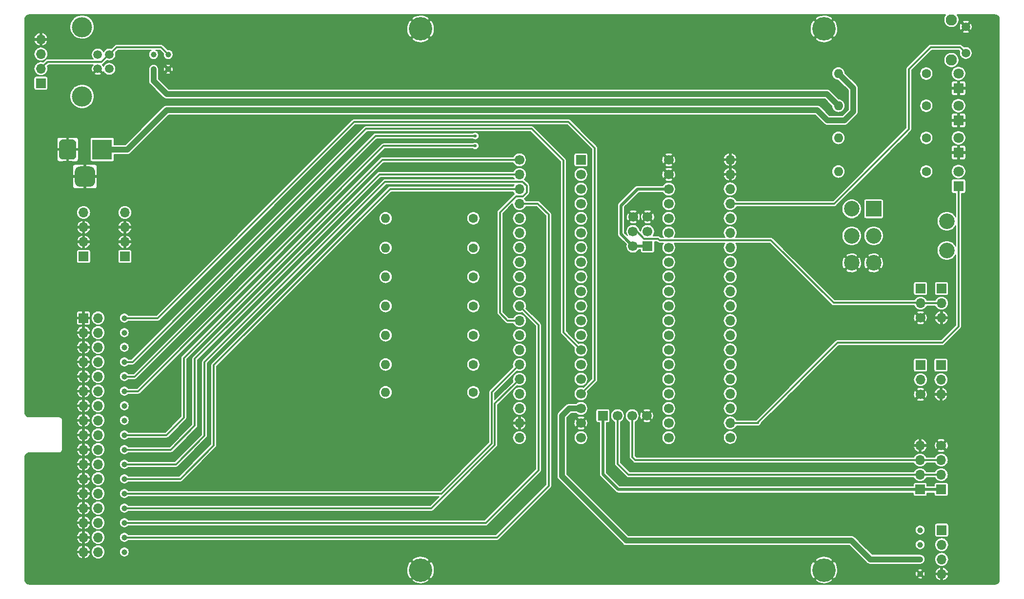
<source format=gbr>
G04 #@! TF.GenerationSoftware,KiCad,Pcbnew,(5.1.2)-2*
G04 #@! TF.CreationDate,2020-12-20T14:11:34+00:00*
G04 #@! TF.ProjectId,Greaseweazle F1 3.5 Inch,47726561-7365-4776-9561-7a6c65204631,1*
G04 #@! TF.SameCoordinates,PX6312cb0PY6bcb370*
G04 #@! TF.FileFunction,Copper,L2,Bot*
G04 #@! TF.FilePolarity,Positive*
%FSLAX46Y46*%
G04 Gerber Fmt 4.6, Leading zero omitted, Abs format (unit mm)*
G04 Created by KiCad (PCBNEW (5.1.2)-2) date 2020-12-20 14:11:34*
%MOMM*%
%LPD*%
G04 APERTURE LIST*
%ADD10C,1.600000*%
%ADD11O,1.600000X1.600000*%
%ADD12R,1.800000X1.800000*%
%ADD13C,1.800000*%
%ADD14C,2.700000*%
%ADD15R,2.700000X2.700000*%
%ADD16C,1.700000*%
%ADD17R,1.700000X1.700000*%
%ADD18C,1.000000*%
%ADD19O,1.700000X1.700000*%
%ADD20C,0.100000*%
%ADD21C,3.500000*%
%ADD22C,3.000000*%
%ADD23R,3.500000X3.500000*%
%ADD24C,3.500120*%
%ADD25C,1.501140*%
%ADD26C,1.950000*%
%ADD27C,1.508000*%
%ADD28C,4.064000*%
%ADD29C,0.600000*%
%ADD30C,0.632460*%
%ADD31C,1.000000*%
%ADD32C,0.304800*%
%ADD33C,0.500000*%
%ADD34C,0.203200*%
G04 APERTURE END LIST*
D10*
X103886000Y51308000D03*
D11*
X88646000Y51308000D03*
D12*
X109474000Y48768000D03*
D13*
X109474000Y51308000D03*
D14*
X107442000Y25654000D03*
X107442000Y20574000D03*
X90932000Y18414000D03*
X90932000Y23114000D03*
X90932000Y27814000D03*
X94742000Y18414000D03*
X94742000Y23114000D03*
D15*
X94742000Y27814000D03*
D13*
X109474000Y34290000D03*
D12*
X109474000Y31750000D03*
X109474000Y37592000D03*
D13*
X109474000Y40132000D03*
X109474000Y45720000D03*
D12*
X109474000Y43180000D03*
D10*
X25273000Y26162000D03*
D11*
X10033000Y26162000D03*
X10033000Y21031200D03*
D10*
X25273000Y21031200D03*
X25273000Y16002000D03*
D11*
X10033000Y16002000D03*
X10033000Y10922000D03*
D10*
X25273000Y10922000D03*
X25273000Y5842000D03*
D11*
X10033000Y5842000D03*
X10033000Y762000D03*
D10*
X25273000Y762000D03*
X25273000Y-4064000D03*
D11*
X10033000Y-4064000D03*
X88646000Y34290000D03*
D10*
X103886000Y34290000D03*
X103886000Y40132000D03*
D11*
X88646000Y40132000D03*
X88646000Y45720000D03*
D10*
X103886000Y45720000D03*
D16*
X52971700Y21336000D03*
X52971700Y23876000D03*
X53035200Y26416000D03*
D17*
X55511700Y21336000D03*
D16*
X55511700Y26416000D03*
X55511700Y23876000D03*
X43942000Y-11938000D03*
X59182000Y-11938000D03*
X43942000Y-9398000D03*
X59182000Y-9398000D03*
X43942000Y-6858000D03*
X59182000Y-6858000D03*
X43942000Y-4318000D03*
X59182000Y-4318000D03*
X43942000Y-1778000D03*
X59182000Y-1778000D03*
X43942000Y762000D03*
X59182000Y762000D03*
X43942000Y3302000D03*
X59182000Y3302000D03*
X43942000Y5842000D03*
X59182000Y5842000D03*
X43942000Y8382000D03*
X59182000Y8382000D03*
X43942000Y10922000D03*
X59182000Y10922000D03*
X43942000Y13462000D03*
X59182000Y13462000D03*
X43942000Y16002000D03*
X59182000Y16002000D03*
X43942000Y18542000D03*
X59182000Y18542000D03*
X43942000Y21082000D03*
X59182000Y21082000D03*
X43942000Y23622000D03*
X59182000Y23622000D03*
X43942000Y26162000D03*
X59182000Y26162000D03*
X43942000Y28702000D03*
X59182000Y28702000D03*
X43942000Y31242000D03*
X59182000Y31242000D03*
X43942000Y33782000D03*
X59182000Y33782000D03*
D17*
X43942000Y36322000D03*
D16*
X59182000Y36322000D03*
X55372000Y-8128000D03*
X52832000Y-8128000D03*
X50292000Y-8128000D03*
D17*
X47752000Y-8128000D03*
D18*
X102819200Y-27990800D03*
X102819200Y-30530800D03*
X102819200Y-33070800D03*
X102819200Y-35610800D03*
D19*
X33274000Y-11938000D03*
X33274000Y-9398000D03*
X33274000Y-6858000D03*
X33274000Y-4318000D03*
X33274000Y-1778000D03*
X33274000Y762000D03*
X33274000Y3302000D03*
X33274000Y5842000D03*
X33274000Y8382000D03*
X33274000Y10922000D03*
X33274000Y13462000D03*
X33274000Y16002000D03*
X33274000Y18542000D03*
X33274000Y21082000D03*
X33274000Y23622000D03*
X33274000Y26162000D03*
X33274000Y28702000D03*
X33274000Y31242000D03*
X33274000Y33782000D03*
D16*
X33274000Y36322000D03*
D19*
X69850000Y36347400D03*
X69850000Y33807400D03*
X69850000Y31267400D03*
X69850000Y28727400D03*
X69850000Y26187400D03*
X69850000Y23647400D03*
X69850000Y21107400D03*
X69850000Y18567400D03*
X69850000Y16027400D03*
X69850000Y13487400D03*
X69850000Y10947400D03*
X69850000Y8407400D03*
X69850000Y5867400D03*
X69850000Y3327400D03*
X69850000Y787400D03*
X69850000Y-1752600D03*
X69850000Y-4292600D03*
X69850000Y-6832600D03*
X69850000Y-9372600D03*
D16*
X69850000Y-11912600D03*
D18*
X-30226000Y52070000D03*
X-27686000Y54610000D03*
X-30226000Y54610000D03*
X-27686000Y52070000D03*
D17*
X-49784000Y49631600D03*
D19*
X-49784000Y52171600D03*
X-49784000Y54711600D03*
X-49784000Y57251600D03*
X106426000Y-4419600D03*
X106426000Y-1879600D03*
D17*
X106426000Y660400D03*
D19*
X106527600Y8890000D03*
X106527600Y11430000D03*
D17*
X106527600Y13970000D03*
X102870000Y13970000D03*
D19*
X102870000Y11430000D03*
D16*
X102870000Y8890000D03*
D17*
X102870000Y660400D03*
D19*
X102870000Y-1879600D03*
D16*
X102870000Y-4419600D03*
D17*
X106476800Y-20929600D03*
D19*
X106476800Y-18389600D03*
X106476800Y-15849600D03*
D16*
X106476800Y-13309600D03*
D19*
X102819200Y-13309600D03*
X102819200Y-15849600D03*
X102819200Y-18389600D03*
D17*
X102819200Y-20929600D03*
D19*
X106553000Y-35623500D03*
X106553000Y-33083500D03*
X106553000Y-30543500D03*
D17*
X106553000Y-28003500D03*
D18*
X-35306000Y-24180800D03*
X-35306000Y-31800800D03*
X-35306000Y-29260800D03*
X-35306000Y-26720800D03*
X-35306000Y-21640800D03*
X-35306000Y-19100800D03*
X-35306000Y-8940800D03*
X-35306000Y-14020800D03*
X-35306000Y-11480800D03*
X-35306000Y-16560800D03*
X-35306000Y-6400800D03*
X-35306000Y-3860800D03*
X-35306000Y-1320800D03*
X-35306000Y1219200D03*
X-35306000Y3759200D03*
X-35306000Y6299200D03*
X-35306000Y8839200D03*
D17*
X-35204400Y19532600D03*
D19*
X-35204400Y22072600D03*
X-35204400Y24612600D03*
X-35204400Y27152600D03*
D20*
G36*
X-41177835Y35172187D02*
G01*
X-41092896Y35159587D01*
X-41009601Y35138723D01*
X-40928752Y35109795D01*
X-40851128Y35073081D01*
X-40777476Y35028936D01*
X-40708506Y34977784D01*
X-40644882Y34920118D01*
X-40587216Y34856494D01*
X-40536064Y34787524D01*
X-40491919Y34713872D01*
X-40455205Y34636248D01*
X-40426277Y34555399D01*
X-40405413Y34472104D01*
X-40392813Y34387165D01*
X-40388600Y34301400D01*
X-40388600Y32551400D01*
X-40392813Y32465635D01*
X-40405413Y32380696D01*
X-40426277Y32297401D01*
X-40455205Y32216552D01*
X-40491919Y32138928D01*
X-40536064Y32065276D01*
X-40587216Y31996306D01*
X-40644882Y31932682D01*
X-40708506Y31875016D01*
X-40777476Y31823864D01*
X-40851128Y31779719D01*
X-40928752Y31743005D01*
X-41009601Y31714077D01*
X-41092896Y31693213D01*
X-41177835Y31680613D01*
X-41263600Y31676400D01*
X-43013600Y31676400D01*
X-43099365Y31680613D01*
X-43184304Y31693213D01*
X-43267599Y31714077D01*
X-43348448Y31743005D01*
X-43426072Y31779719D01*
X-43499724Y31823864D01*
X-43568694Y31875016D01*
X-43632318Y31932682D01*
X-43689984Y31996306D01*
X-43741136Y32065276D01*
X-43785281Y32138928D01*
X-43821995Y32216552D01*
X-43850923Y32297401D01*
X-43871787Y32380696D01*
X-43884387Y32465635D01*
X-43888600Y32551400D01*
X-43888600Y34301400D01*
X-43884387Y34387165D01*
X-43871787Y34472104D01*
X-43850923Y34555399D01*
X-43821995Y34636248D01*
X-43785281Y34713872D01*
X-43741136Y34787524D01*
X-43689984Y34856494D01*
X-43632318Y34920118D01*
X-43568694Y34977784D01*
X-43499724Y35028936D01*
X-43426072Y35073081D01*
X-43348448Y35109795D01*
X-43267599Y35138723D01*
X-43184304Y35159587D01*
X-43099365Y35172187D01*
X-43013600Y35176400D01*
X-41263600Y35176400D01*
X-41177835Y35172187D01*
X-41177835Y35172187D01*
G37*
D21*
X-42138600Y33426400D03*
D20*
G36*
X-44315087Y39872789D02*
G01*
X-44242282Y39861989D01*
X-44170886Y39844105D01*
X-44101587Y39819310D01*
X-44035052Y39787841D01*
X-43971922Y39750002D01*
X-43912805Y39706158D01*
X-43858270Y39656730D01*
X-43808842Y39602195D01*
X-43764998Y39543078D01*
X-43727159Y39479948D01*
X-43695690Y39413413D01*
X-43670895Y39344114D01*
X-43653011Y39272718D01*
X-43642211Y39199913D01*
X-43638600Y39126400D01*
X-43638600Y37126400D01*
X-43642211Y37052887D01*
X-43653011Y36980082D01*
X-43670895Y36908686D01*
X-43695690Y36839387D01*
X-43727159Y36772852D01*
X-43764998Y36709722D01*
X-43808842Y36650605D01*
X-43858270Y36596070D01*
X-43912805Y36546642D01*
X-43971922Y36502798D01*
X-44035052Y36464959D01*
X-44101587Y36433490D01*
X-44170886Y36408695D01*
X-44242282Y36390811D01*
X-44315087Y36380011D01*
X-44388600Y36376400D01*
X-45888600Y36376400D01*
X-45962113Y36380011D01*
X-46034918Y36390811D01*
X-46106314Y36408695D01*
X-46175613Y36433490D01*
X-46242148Y36464959D01*
X-46305278Y36502798D01*
X-46364395Y36546642D01*
X-46418930Y36596070D01*
X-46468358Y36650605D01*
X-46512202Y36709722D01*
X-46550041Y36772852D01*
X-46581510Y36839387D01*
X-46606305Y36908686D01*
X-46624189Y36980082D01*
X-46634989Y37052887D01*
X-46638600Y37126400D01*
X-46638600Y39126400D01*
X-46634989Y39199913D01*
X-46624189Y39272718D01*
X-46606305Y39344114D01*
X-46581510Y39413413D01*
X-46550041Y39479948D01*
X-46512202Y39543078D01*
X-46468358Y39602195D01*
X-46418930Y39656730D01*
X-46364395Y39706158D01*
X-46305278Y39750002D01*
X-46242148Y39787841D01*
X-46175613Y39819310D01*
X-46106314Y39844105D01*
X-46034918Y39861989D01*
X-45962113Y39872789D01*
X-45888600Y39876400D01*
X-44388600Y39876400D01*
X-44315087Y39872789D01*
X-44315087Y39872789D01*
G37*
D22*
X-45138600Y38126400D03*
D23*
X-39138600Y38126400D03*
D24*
X-42621200Y47345600D03*
X-42621200Y59385200D03*
D25*
X-37896800Y54610000D03*
X-37896800Y52120800D03*
X-39903400Y52120800D03*
X-39903400Y54610000D03*
D26*
X108244000Y60650000D03*
X108244000Y53650000D03*
D27*
X110744000Y59425000D03*
X110744000Y54875000D03*
D17*
X-42367200Y19532600D03*
D19*
X-42367200Y22072600D03*
X-42367200Y24612600D03*
X-42367200Y27152600D03*
X-39852600Y-31800800D03*
X-42392600Y-31800800D03*
X-39852600Y-29260800D03*
X-42392600Y-29260800D03*
X-39852600Y-26720800D03*
X-42392600Y-26720800D03*
X-39852600Y-24180800D03*
X-42392600Y-24180800D03*
X-39852600Y-21640800D03*
X-42392600Y-21640800D03*
X-39852600Y-19100800D03*
X-42392600Y-19100800D03*
X-39852600Y-16560800D03*
X-42392600Y-16560800D03*
X-39852600Y-14020800D03*
X-42392600Y-14020800D03*
X-39852600Y-11480800D03*
X-42392600Y-11480800D03*
X-39852600Y-8940800D03*
X-42392600Y-8940800D03*
X-39852600Y-6400800D03*
X-42392600Y-6400800D03*
X-39852600Y-3860800D03*
X-42392600Y-3860800D03*
X-39852600Y-1320800D03*
X-42392600Y-1320800D03*
X-39852600Y1219200D03*
X-42392600Y1219200D03*
X-39852600Y3759200D03*
X-42392600Y3759200D03*
X-39852600Y6299200D03*
X-42392600Y6299200D03*
X-39852600Y8839200D03*
D17*
X-42392600Y8839200D03*
D28*
X16113760Y59065160D03*
X86113620Y59065160D03*
X16113760Y-34935160D03*
X86113620Y-34935160D03*
D29*
X28194000Y8890000D03*
X80518000Y762000D03*
X78930500Y13208000D03*
X-7366000Y-13970000D03*
X25654000Y-19050000D03*
X40894000Y-29210000D03*
X73914000Y-24130000D03*
X-48006000Y13970000D03*
X-48006000Y-3810000D03*
X-48006000Y-19050000D03*
X-48006000Y-34290000D03*
X-50546000Y44450000D03*
X-15748000Y26924000D03*
X10769600Y29133800D03*
X254000Y-1270000D03*
X116078000Y-8890000D03*
X116078000Y-24130000D03*
X116078000Y5080000D03*
X-12192000Y-34544000D03*
X38430200Y59537600D03*
X64820800Y59715400D03*
X-12954000Y59690000D03*
X101854000Y59690000D03*
X115824000Y-36830000D03*
X27559000Y18288000D03*
X8382000Y23876000D03*
X11684000Y14605000D03*
X12827000Y2921000D03*
X12827000Y-2159000D03*
X27178000Y-5334000D03*
X85953600Y-5562600D03*
X105410000Y36576000D03*
X109474000Y-8890000D03*
X-3429000Y41910000D03*
X25603200Y40462196D03*
X25603200Y38735002D03*
D30*
X16113760Y59039760D02*
X16113760Y59065160D01*
D31*
X89445999Y50508001D02*
X88646000Y51308000D01*
X91186000Y48768000D02*
X89445999Y50508001D01*
X91186000Y44704000D02*
X91186000Y48768000D01*
X-34771600Y38126400D02*
X-27940000Y44958000D01*
X-39138600Y38126400D02*
X-34771600Y38126400D01*
X84963000Y44958000D02*
X86741000Y43180000D01*
X86741000Y43180000D02*
X89662000Y43180000D01*
X-27940000Y44958000D02*
X84963000Y44958000D01*
X89662000Y43180000D02*
X91186000Y44704000D01*
X94132400Y-33070800D02*
X102819200Y-33070800D01*
X41910000Y-6858000D02*
X40640000Y-8128000D01*
X43942000Y-6858000D02*
X41910000Y-6858000D01*
X40640000Y-8128000D02*
X40640000Y-18618200D01*
X40640000Y-18618200D02*
X51841400Y-29819600D01*
X51841400Y-29819600D02*
X90881200Y-29819600D01*
X90881200Y-29819600D02*
X94132400Y-33070800D01*
X86614000Y47752000D02*
X88646000Y45720000D01*
X-27940000Y47752000D02*
X86614000Y47752000D01*
X-30226000Y52070000D02*
X-30226000Y50038000D01*
X-30226000Y50038000D02*
X-27940000Y47752000D01*
D32*
X36449000Y28702000D02*
X33274000Y28702000D01*
X38354000Y26797000D02*
X36449000Y28702000D01*
X38354000Y-20294600D02*
X38354000Y26797000D01*
X-35306000Y-29260800D02*
X29387800Y-29260800D01*
X29387800Y-29260800D02*
X38354000Y-20294600D01*
X34123999Y10072001D02*
X33274000Y10922000D01*
X36576000Y7620000D02*
X34123999Y10072001D01*
X36576000Y-17602200D02*
X36576000Y7620000D01*
X27432000Y-26746200D02*
X36576000Y-17602200D01*
X-35306000Y-26720800D02*
X-35280600Y-26746200D01*
X-35280600Y-26746200D02*
X27432000Y-26746200D01*
X29002811Y-6049189D02*
X32424001Y-2627999D01*
X32424001Y-2627999D02*
X33274000Y-1778000D01*
X29002811Y-13183810D02*
X29002811Y-6049189D01*
X18005821Y-24180800D02*
X29002811Y-13183810D01*
X-35306000Y-24180800D02*
X18005821Y-24180800D01*
X-34598894Y-21640800D02*
X-35306000Y-21640800D01*
X28448000Y-12954000D02*
X19761200Y-21640800D01*
X28448000Y-4064000D02*
X28448000Y-12954000D01*
X19761200Y-21640800D02*
X-34598894Y-21640800D01*
X33274000Y762000D02*
X28448000Y-4064000D01*
X-34598894Y-19100800D02*
X-35306000Y-19100800D01*
X-25577800Y-19100800D02*
X-34598894Y-19100800D01*
X-19761200Y-13284200D02*
X-25577800Y-19100800D01*
X-19761200Y660400D02*
X-19761200Y-13284200D01*
X33274000Y31242000D02*
X10820400Y31242000D01*
X10820400Y31242000D02*
X-19761200Y660400D01*
X-34598894Y-16560800D02*
X-35306000Y-16560800D01*
X-21386800Y-11607800D02*
X-26339800Y-16560800D01*
X-21386800Y1193800D02*
X-21386800Y-11607800D01*
X33839955Y32529599D02*
X9948999Y32529599D01*
X34526401Y31843153D02*
X33839955Y32529599D01*
X-26339800Y-16560800D02*
X-34598894Y-16560800D01*
X34526401Y30640847D02*
X34526401Y31843153D01*
X31216600Y8382000D02*
X29870400Y9728200D01*
X33274000Y8382000D02*
X31216600Y8382000D01*
X29870400Y9728200D02*
X29870400Y27187152D01*
X29870400Y27187152D02*
X32672847Y29989599D01*
X32672847Y29989599D02*
X33875153Y29989599D01*
X9948999Y32529599D02*
X-21386800Y1193800D01*
X33875153Y29989599D02*
X34526401Y30640847D01*
X-34598894Y-14020800D02*
X-35306000Y-14020800D01*
X-27228800Y-14020800D02*
X-34598894Y-14020800D01*
X-23063200Y-9855200D02*
X-27228800Y-14020800D01*
X-23063200Y1752600D02*
X-23063200Y-9855200D01*
X33274000Y33782000D02*
X8966200Y33782000D01*
X8966200Y33782000D02*
X-23063200Y1752600D01*
X-34598894Y-11480800D02*
X-35306000Y-11480800D01*
X-27990800Y-11480800D02*
X-34598894Y-11480800D01*
X-24968200Y-8458200D02*
X-27990800Y-11480800D01*
X-24968200Y1879600D02*
X-24968200Y-8458200D01*
X33274000Y36322000D02*
X9474200Y36322000D01*
X9474200Y36322000D02*
X-24968200Y1879600D01*
X25178936Y40462196D02*
X25603200Y40462196D01*
X8280396Y40462196D02*
X25178936Y40462196D01*
X-35306000Y-1320800D02*
X-33502600Y-1320800D01*
X-33502600Y-1320800D02*
X8280396Y40462196D01*
X-35306000Y-3860800D02*
X-32893000Y-3860800D01*
X-32893000Y-3860800D02*
X9702802Y38735002D01*
X25178936Y38735002D02*
X25603200Y38735002D01*
X9702802Y38735002D02*
X25178936Y38735002D01*
X43092001Y4151999D02*
X43942000Y3302000D01*
X-35306000Y1219200D02*
X-33858200Y1219200D01*
X6629400Y41706800D02*
X35382200Y41706800D01*
X35382200Y41706800D02*
X40894000Y36195000D01*
X40894000Y36195000D02*
X40894000Y6350000D01*
X-33858200Y1219200D02*
X6629400Y41706800D01*
X40894000Y6350000D02*
X43092001Y4151999D01*
X46329600Y-1930400D02*
X43942000Y-4318000D01*
X-35306000Y8839200D02*
X-35293300Y8826500D01*
X-29502100Y8826500D02*
X4572000Y42900600D01*
X4572000Y42900600D02*
X41783000Y42900600D01*
X-35293300Y8826500D02*
X-29502100Y8826500D01*
X41783000Y42900600D02*
X46329600Y38354000D01*
X46329600Y38354000D02*
X46329600Y-1930400D01*
X70124320Y-9372600D02*
X74549000Y-9372600D01*
X74549000Y-9372600D02*
X74696320Y-9372600D01*
X74549000Y-9372600D02*
X74574400Y-9398000D01*
X88493600Y4572000D02*
X106680000Y4572000D01*
X74549000Y-9372600D02*
X88493600Y4572000D01*
X106680000Y4572000D02*
X109474000Y7366000D01*
X109474000Y7366000D02*
X109474000Y31750000D01*
X-37146231Y55360569D02*
X-37896800Y54610000D01*
X-36626800Y55880000D02*
X-37146231Y55360569D01*
X-28923223Y55880000D02*
X-36626800Y55880000D01*
X-27686000Y54610000D02*
X-27686000Y54642777D01*
X-27686000Y54642777D02*
X-28923223Y55880000D01*
X-48959401Y52996199D02*
X-49809400Y52146200D01*
X-48615600Y53340000D02*
X-48959401Y52996199D01*
X-39291501Y53340000D02*
X-48615600Y53340000D01*
X-37896800Y54610000D02*
X-38021501Y54610000D01*
X-38021501Y54610000D02*
X-39291501Y53340000D01*
D33*
X105287419Y-20955000D02*
X106489500Y-20955000D01*
X50419000Y-20955000D02*
X105287419Y-20955000D01*
X47752000Y-8128000D02*
X47752000Y-18288000D01*
X47752000Y-18288000D02*
X50419000Y-20955000D01*
X52971700Y21336000D02*
X55511700Y21336000D01*
X52121701Y22185999D02*
X52971700Y21336000D01*
X50901600Y23406100D02*
X52121701Y22185999D01*
X50901600Y28397200D02*
X50901600Y23406100D01*
X59182000Y31242000D02*
X53746400Y31242000D01*
X53746400Y31242000D02*
X50901600Y28397200D01*
D32*
X109739000Y55880000D02*
X110744000Y54875000D01*
X104648000Y55880000D02*
X109739000Y55880000D01*
X100838000Y52070000D02*
X104648000Y55880000D01*
X100838000Y41656000D02*
X100838000Y52070000D01*
X70124320Y28727400D02*
X87909400Y28727400D01*
X87909400Y28727400D02*
X100838000Y41656000D01*
X52197000Y-18415000D02*
X106489500Y-18415000D01*
X50292000Y-8128000D02*
X50292000Y-16510000D01*
X50292000Y-16510000D02*
X52197000Y-18415000D01*
X53403500Y-15875000D02*
X106489500Y-15875000D01*
X52832000Y-8128000D02*
X52832000Y-15303500D01*
X52832000Y-15303500D02*
X53403500Y-15875000D01*
X106527600Y11430000D02*
X102870000Y11430000D01*
X87782400Y11480800D02*
X102819200Y11480800D01*
X53658146Y23876000D02*
X54910547Y22623599D01*
X52971700Y23876000D02*
X53658146Y23876000D01*
X54910547Y22623599D02*
X57335601Y22623599D01*
X57335601Y22623599D02*
X57599399Y22359801D01*
X102819200Y11480800D02*
X102870000Y11430000D01*
X57599399Y22359801D02*
X76903399Y22359801D01*
X76903399Y22359801D02*
X87782400Y11480800D01*
D34*
G36*
X107210456Y61498208D02*
G01*
X107064838Y61280275D01*
X106964534Y61038122D01*
X106913400Y60781053D01*
X106913400Y60518947D01*
X106964534Y60261878D01*
X107064838Y60019725D01*
X107210456Y59801792D01*
X107395792Y59616456D01*
X107613725Y59470838D01*
X107855878Y59370534D01*
X108112947Y59319400D01*
X108375053Y59319400D01*
X108632122Y59370534D01*
X108874275Y59470838D01*
X109092208Y59616456D01*
X109277544Y59801792D01*
X109423162Y60019725D01*
X109518651Y60250256D01*
X110134270Y60250256D01*
X110744000Y59640526D01*
X111353730Y60250256D01*
X111269917Y60408141D01*
X111068010Y60491852D01*
X110853652Y60534564D01*
X110635080Y60534636D01*
X110420694Y60492065D01*
X110218731Y60408488D01*
X110218083Y60408141D01*
X110134270Y60250256D01*
X109518651Y60250256D01*
X109523466Y60261878D01*
X109574600Y60518947D01*
X109574600Y60781053D01*
X109523466Y61038122D01*
X109423162Y61280275D01*
X109277544Y61498208D01*
X109256952Y61518800D01*
X115797288Y61518800D01*
X115964097Y61502444D01*
X116098861Y61461756D01*
X116223152Y61395670D01*
X116332237Y61306702D01*
X116421970Y61198234D01*
X116488924Y61074404D01*
X116530549Y60939936D01*
X116547901Y60774846D01*
X116547900Y-36638188D01*
X116531544Y-36804997D01*
X116490856Y-36939762D01*
X116424771Y-37064051D01*
X116335802Y-37173137D01*
X116227333Y-37262871D01*
X116103508Y-37329823D01*
X115969037Y-37371449D01*
X115803947Y-37388800D01*
X-51789288Y-37388800D01*
X-51956097Y-37372444D01*
X-52090862Y-37331756D01*
X-52215151Y-37265671D01*
X-52324237Y-37176702D01*
X-52413971Y-37068233D01*
X-52480923Y-36944408D01*
X-52522549Y-36809937D01*
X-52536945Y-36672960D01*
X14591486Y-36672960D01*
X14829716Y-36961774D01*
X15249761Y-37173338D01*
X15703009Y-37298890D01*
X16172043Y-37333605D01*
X16638836Y-37276150D01*
X17085452Y-37128731D01*
X17397804Y-36961774D01*
X17636034Y-36672960D01*
X84591346Y-36672960D01*
X84829576Y-36961774D01*
X85249621Y-37173338D01*
X85702869Y-37298890D01*
X86171903Y-37333605D01*
X86638696Y-37276150D01*
X87085312Y-37128731D01*
X87397664Y-36961774D01*
X87635894Y-36672960D01*
X86113620Y-35150686D01*
X84591346Y-36672960D01*
X17636034Y-36672960D01*
X16113760Y-35150686D01*
X14591486Y-36672960D01*
X-52536945Y-36672960D01*
X-52539900Y-36644847D01*
X-52539900Y-34993443D01*
X13715315Y-34993443D01*
X13772770Y-35460236D01*
X13920189Y-35906852D01*
X14087146Y-36219204D01*
X14375960Y-36457434D01*
X15898234Y-34935160D01*
X16329286Y-34935160D01*
X17851560Y-36457434D01*
X18140374Y-36219204D01*
X18351938Y-35799159D01*
X18477490Y-35345911D01*
X18503577Y-34993443D01*
X83715175Y-34993443D01*
X83772630Y-35460236D01*
X83920049Y-35906852D01*
X84087006Y-36219204D01*
X84375820Y-36457434D01*
X85898094Y-34935160D01*
X86329146Y-34935160D01*
X87851420Y-36457434D01*
X88099418Y-36252871D01*
X102392656Y-36252871D01*
X102445155Y-36384908D01*
X102603363Y-36443007D01*
X102769866Y-36469124D01*
X102938264Y-36462256D01*
X103102087Y-36422667D01*
X103193245Y-36384908D01*
X103245744Y-36252871D01*
X102819200Y-35826326D01*
X102392656Y-36252871D01*
X88099418Y-36252871D01*
X88140234Y-36219204D01*
X88351798Y-35799159D01*
X88417640Y-35561466D01*
X101960876Y-35561466D01*
X101967744Y-35729864D01*
X102007333Y-35893687D01*
X102045092Y-35984845D01*
X102177129Y-36037344D01*
X102603674Y-35610800D01*
X103034726Y-35610800D01*
X103461271Y-36037344D01*
X103593308Y-35984845D01*
X103602024Y-35961108D01*
X105395635Y-35961108D01*
X105403115Y-35985789D01*
X105495889Y-36203159D01*
X105629287Y-36398253D01*
X105798183Y-36563574D01*
X105996086Y-36692768D01*
X106215391Y-36780871D01*
X106400600Y-36730536D01*
X106400600Y-35775900D01*
X106705400Y-35775900D01*
X106705400Y-36730536D01*
X106890609Y-36780871D01*
X107109914Y-36692768D01*
X107307817Y-36563574D01*
X107476713Y-36398253D01*
X107610111Y-36203159D01*
X107702885Y-35985789D01*
X107710365Y-35961108D01*
X107659252Y-35775900D01*
X106705400Y-35775900D01*
X106400600Y-35775900D01*
X105446748Y-35775900D01*
X105395635Y-35961108D01*
X103602024Y-35961108D01*
X103651407Y-35826637D01*
X103677524Y-35660134D01*
X103670656Y-35491736D01*
X103631067Y-35327913D01*
X103613662Y-35285892D01*
X105395635Y-35285892D01*
X105446748Y-35471100D01*
X106400600Y-35471100D01*
X106400600Y-34516464D01*
X106705400Y-34516464D01*
X106705400Y-35471100D01*
X107659252Y-35471100D01*
X107710365Y-35285892D01*
X107702885Y-35261211D01*
X107610111Y-35043841D01*
X107476713Y-34848747D01*
X107307817Y-34683426D01*
X107109914Y-34554232D01*
X106890609Y-34466129D01*
X106705400Y-34516464D01*
X106400600Y-34516464D01*
X106215391Y-34466129D01*
X105996086Y-34554232D01*
X105798183Y-34683426D01*
X105629287Y-34848747D01*
X105495889Y-35043841D01*
X105403115Y-35261211D01*
X105395635Y-35285892D01*
X103613662Y-35285892D01*
X103593308Y-35236755D01*
X103461271Y-35184256D01*
X103034726Y-35610800D01*
X102603674Y-35610800D01*
X102177129Y-35184256D01*
X102045092Y-35236755D01*
X101986993Y-35394963D01*
X101960876Y-35561466D01*
X88417640Y-35561466D01*
X88477350Y-35345911D01*
X88505266Y-34968729D01*
X102392656Y-34968729D01*
X102819200Y-35395274D01*
X103245744Y-34968729D01*
X103193245Y-34836692D01*
X103035037Y-34778593D01*
X102868534Y-34752476D01*
X102700136Y-34759344D01*
X102536313Y-34798933D01*
X102445155Y-34836692D01*
X102392656Y-34968729D01*
X88505266Y-34968729D01*
X88512065Y-34876877D01*
X88454610Y-34410084D01*
X88307191Y-33963468D01*
X88140234Y-33651116D01*
X87851420Y-33412886D01*
X86329146Y-34935160D01*
X85898094Y-34935160D01*
X84375820Y-33412886D01*
X84087006Y-33651116D01*
X83875442Y-34071161D01*
X83749890Y-34524409D01*
X83715175Y-34993443D01*
X18503577Y-34993443D01*
X18512205Y-34876877D01*
X18454750Y-34410084D01*
X18307331Y-33963468D01*
X18140374Y-33651116D01*
X17851560Y-33412886D01*
X16329286Y-34935160D01*
X15898234Y-34935160D01*
X14375960Y-33412886D01*
X14087146Y-33651116D01*
X13875582Y-34071161D01*
X13750030Y-34524409D01*
X13715315Y-34993443D01*
X-52539900Y-34993443D01*
X-52539900Y-33197360D01*
X14591486Y-33197360D01*
X16113760Y-34719634D01*
X17636034Y-33197360D01*
X84591346Y-33197360D01*
X86113620Y-34719634D01*
X87635894Y-33197360D01*
X87397664Y-32908546D01*
X86977619Y-32696982D01*
X86524371Y-32571430D01*
X86055337Y-32536715D01*
X85588544Y-32594170D01*
X85141928Y-32741589D01*
X84829576Y-32908546D01*
X84591346Y-33197360D01*
X17636034Y-33197360D01*
X17397804Y-32908546D01*
X16977759Y-32696982D01*
X16524511Y-32571430D01*
X16055477Y-32536715D01*
X15588684Y-32594170D01*
X15142068Y-32741589D01*
X14829716Y-32908546D01*
X14591486Y-33197360D01*
X-52539900Y-33197360D01*
X-52539900Y-32138408D01*
X-43549965Y-32138408D01*
X-43542485Y-32163089D01*
X-43449711Y-32380459D01*
X-43316313Y-32575553D01*
X-43147417Y-32740874D01*
X-42949514Y-32870068D01*
X-42730209Y-32958171D01*
X-42545000Y-32907836D01*
X-42545000Y-31953200D01*
X-42240200Y-31953200D01*
X-42240200Y-32907836D01*
X-42054991Y-32958171D01*
X-41835686Y-32870068D01*
X-41637783Y-32740874D01*
X-41468887Y-32575553D01*
X-41335489Y-32380459D01*
X-41242715Y-32163089D01*
X-41235235Y-32138408D01*
X-41286348Y-31953200D01*
X-42240200Y-31953200D01*
X-42545000Y-31953200D01*
X-43498852Y-31953200D01*
X-43549965Y-32138408D01*
X-52539900Y-32138408D01*
X-52539900Y-31800800D01*
X-41064033Y-31800800D01*
X-41040756Y-32037139D01*
X-40971818Y-32264395D01*
X-40859870Y-32473836D01*
X-40709212Y-32657412D01*
X-40525636Y-32808070D01*
X-40316195Y-32920018D01*
X-40088939Y-32988956D01*
X-39911824Y-33006400D01*
X-39793376Y-33006400D01*
X-39616261Y-32988956D01*
X-39389005Y-32920018D01*
X-39179564Y-32808070D01*
X-38995988Y-32657412D01*
X-38845330Y-32473836D01*
X-38733382Y-32264395D01*
X-38664444Y-32037139D01*
X-38641167Y-31800800D01*
X-38649466Y-31716531D01*
X-36161600Y-31716531D01*
X-36161600Y-31885069D01*
X-36128720Y-32050369D01*
X-36064223Y-32206079D01*
X-35970588Y-32346213D01*
X-35851413Y-32465388D01*
X-35711279Y-32559023D01*
X-35555569Y-32623520D01*
X-35390269Y-32656400D01*
X-35221731Y-32656400D01*
X-35056431Y-32623520D01*
X-34900721Y-32559023D01*
X-34760587Y-32465388D01*
X-34641412Y-32346213D01*
X-34547777Y-32206079D01*
X-34483280Y-32050369D01*
X-34450400Y-31885069D01*
X-34450400Y-31716531D01*
X-34483280Y-31551231D01*
X-34547777Y-31395521D01*
X-34641412Y-31255387D01*
X-34760587Y-31136212D01*
X-34900721Y-31042577D01*
X-35056431Y-30978080D01*
X-35221731Y-30945200D01*
X-35390269Y-30945200D01*
X-35555569Y-30978080D01*
X-35711279Y-31042577D01*
X-35851413Y-31136212D01*
X-35970588Y-31255387D01*
X-36064223Y-31395521D01*
X-36128720Y-31551231D01*
X-36161600Y-31716531D01*
X-38649466Y-31716531D01*
X-38664444Y-31564461D01*
X-38733382Y-31337205D01*
X-38845330Y-31127764D01*
X-38995988Y-30944188D01*
X-39179564Y-30793530D01*
X-39389005Y-30681582D01*
X-39616261Y-30612644D01*
X-39793376Y-30595200D01*
X-39911824Y-30595200D01*
X-40088939Y-30612644D01*
X-40316195Y-30681582D01*
X-40525636Y-30793530D01*
X-40709212Y-30944188D01*
X-40859870Y-31127764D01*
X-40971818Y-31337205D01*
X-41040756Y-31564461D01*
X-41064033Y-31800800D01*
X-52539900Y-31800800D01*
X-52539900Y-31463192D01*
X-43549965Y-31463192D01*
X-43498852Y-31648400D01*
X-42545000Y-31648400D01*
X-42545000Y-30693764D01*
X-42240200Y-30693764D01*
X-42240200Y-31648400D01*
X-41286348Y-31648400D01*
X-41235235Y-31463192D01*
X-41242715Y-31438511D01*
X-41335489Y-31221141D01*
X-41468887Y-31026047D01*
X-41637783Y-30860726D01*
X-41835686Y-30731532D01*
X-42054991Y-30643429D01*
X-42240200Y-30693764D01*
X-42545000Y-30693764D01*
X-42730209Y-30643429D01*
X-42949514Y-30731532D01*
X-43147417Y-30860726D01*
X-43316313Y-31026047D01*
X-43449711Y-31221141D01*
X-43542485Y-31438511D01*
X-43549965Y-31463192D01*
X-52539900Y-31463192D01*
X-52539900Y-29598408D01*
X-43549965Y-29598408D01*
X-43542485Y-29623089D01*
X-43449711Y-29840459D01*
X-43316313Y-30035553D01*
X-43147417Y-30200874D01*
X-42949514Y-30330068D01*
X-42730209Y-30418171D01*
X-42545000Y-30367836D01*
X-42545000Y-29413200D01*
X-42240200Y-29413200D01*
X-42240200Y-30367836D01*
X-42054991Y-30418171D01*
X-41835686Y-30330068D01*
X-41637783Y-30200874D01*
X-41468887Y-30035553D01*
X-41335489Y-29840459D01*
X-41242715Y-29623089D01*
X-41235235Y-29598408D01*
X-41286348Y-29413200D01*
X-42240200Y-29413200D01*
X-42545000Y-29413200D01*
X-43498852Y-29413200D01*
X-43549965Y-29598408D01*
X-52539900Y-29598408D01*
X-52539900Y-29260800D01*
X-41064033Y-29260800D01*
X-41040756Y-29497139D01*
X-40971818Y-29724395D01*
X-40859870Y-29933836D01*
X-40709212Y-30117412D01*
X-40525636Y-30268070D01*
X-40316195Y-30380018D01*
X-40088939Y-30448956D01*
X-39911824Y-30466400D01*
X-39793376Y-30466400D01*
X-39616261Y-30448956D01*
X-39389005Y-30380018D01*
X-39179564Y-30268070D01*
X-38995988Y-30117412D01*
X-38845330Y-29933836D01*
X-38733382Y-29724395D01*
X-38664444Y-29497139D01*
X-38641167Y-29260800D01*
X-38664444Y-29024461D01*
X-38733382Y-28797205D01*
X-38845330Y-28587764D01*
X-38995988Y-28404188D01*
X-39179564Y-28253530D01*
X-39389005Y-28141582D01*
X-39616261Y-28072644D01*
X-39793376Y-28055200D01*
X-39911824Y-28055200D01*
X-40088939Y-28072644D01*
X-40316195Y-28141582D01*
X-40525636Y-28253530D01*
X-40709212Y-28404188D01*
X-40859870Y-28587764D01*
X-40971818Y-28797205D01*
X-41040756Y-29024461D01*
X-41064033Y-29260800D01*
X-52539900Y-29260800D01*
X-52539900Y-28923192D01*
X-43549965Y-28923192D01*
X-43498852Y-29108400D01*
X-42545000Y-29108400D01*
X-42545000Y-28153764D01*
X-42240200Y-28153764D01*
X-42240200Y-29108400D01*
X-41286348Y-29108400D01*
X-41235235Y-28923192D01*
X-41242715Y-28898511D01*
X-41335489Y-28681141D01*
X-41468887Y-28486047D01*
X-41637783Y-28320726D01*
X-41835686Y-28191532D01*
X-42054991Y-28103429D01*
X-42240200Y-28153764D01*
X-42545000Y-28153764D01*
X-42730209Y-28103429D01*
X-42949514Y-28191532D01*
X-43147417Y-28320726D01*
X-43316313Y-28486047D01*
X-43449711Y-28681141D01*
X-43542485Y-28898511D01*
X-43549965Y-28923192D01*
X-52539900Y-28923192D01*
X-52539900Y-27058408D01*
X-43549965Y-27058408D01*
X-43542485Y-27083089D01*
X-43449711Y-27300459D01*
X-43316313Y-27495553D01*
X-43147417Y-27660874D01*
X-42949514Y-27790068D01*
X-42730209Y-27878171D01*
X-42545000Y-27827836D01*
X-42545000Y-26873200D01*
X-42240200Y-26873200D01*
X-42240200Y-27827836D01*
X-42054991Y-27878171D01*
X-41835686Y-27790068D01*
X-41637783Y-27660874D01*
X-41468887Y-27495553D01*
X-41335489Y-27300459D01*
X-41242715Y-27083089D01*
X-41235235Y-27058408D01*
X-41286348Y-26873200D01*
X-42240200Y-26873200D01*
X-42545000Y-26873200D01*
X-43498852Y-26873200D01*
X-43549965Y-27058408D01*
X-52539900Y-27058408D01*
X-52539900Y-26720800D01*
X-41064033Y-26720800D01*
X-41040756Y-26957139D01*
X-40971818Y-27184395D01*
X-40859870Y-27393836D01*
X-40709212Y-27577412D01*
X-40525636Y-27728070D01*
X-40316195Y-27840018D01*
X-40088939Y-27908956D01*
X-39911824Y-27926400D01*
X-39793376Y-27926400D01*
X-39616261Y-27908956D01*
X-39389005Y-27840018D01*
X-39179564Y-27728070D01*
X-38995988Y-27577412D01*
X-38845330Y-27393836D01*
X-38733382Y-27184395D01*
X-38664444Y-26957139D01*
X-38641167Y-26720800D01*
X-38649466Y-26636531D01*
X-36161600Y-26636531D01*
X-36161600Y-26805069D01*
X-36128720Y-26970369D01*
X-36064223Y-27126079D01*
X-35970588Y-27266213D01*
X-35851413Y-27385388D01*
X-35711279Y-27479023D01*
X-35555569Y-27543520D01*
X-35390269Y-27576400D01*
X-35221731Y-27576400D01*
X-35056431Y-27543520D01*
X-34900721Y-27479023D01*
X-34760587Y-27385388D01*
X-34641412Y-27266213D01*
X-34633385Y-27254200D01*
X27407056Y-27254200D01*
X27432000Y-27256657D01*
X27456944Y-27254200D01*
X27456947Y-27254200D01*
X27531585Y-27246849D01*
X27627343Y-27217801D01*
X27715595Y-27170629D01*
X27792948Y-27107148D01*
X27808855Y-27087765D01*
X36917565Y-17979055D01*
X36936948Y-17963148D01*
X37000429Y-17885795D01*
X37047601Y-17797543D01*
X37076649Y-17701785D01*
X37084000Y-17627147D01*
X37084000Y-17627144D01*
X37086457Y-17602200D01*
X37084000Y-17577256D01*
X37084000Y7595057D01*
X37086457Y7620001D01*
X37083542Y7649595D01*
X37076649Y7719585D01*
X37047601Y7815343D01*
X37012318Y7881352D01*
X37000429Y7903596D01*
X36952850Y7961571D01*
X36936948Y7980948D01*
X36917571Y7996850D01*
X34407834Y10506587D01*
X34462156Y10685661D01*
X34485433Y10922000D01*
X34462156Y11158339D01*
X34393218Y11385595D01*
X34281270Y11595036D01*
X34130612Y11778612D01*
X33947036Y11929270D01*
X33737595Y12041218D01*
X33510339Y12110156D01*
X33333224Y12127600D01*
X33214776Y12127600D01*
X33037661Y12110156D01*
X32810405Y12041218D01*
X32600964Y11929270D01*
X32417388Y11778612D01*
X32266730Y11595036D01*
X32154782Y11385595D01*
X32085844Y11158339D01*
X32062567Y10922000D01*
X32085844Y10685661D01*
X32154782Y10458405D01*
X32266730Y10248964D01*
X32417388Y10065388D01*
X32600964Y9914730D01*
X32810405Y9802782D01*
X33037661Y9733844D01*
X33214776Y9716400D01*
X33333224Y9716400D01*
X33510339Y9733844D01*
X33689413Y9788166D01*
X36068001Y7409578D01*
X36068000Y-17391780D01*
X27221580Y-26238200D01*
X-34599441Y-26238200D01*
X-34641412Y-26175387D01*
X-34760587Y-26056212D01*
X-34900721Y-25962577D01*
X-35056431Y-25898080D01*
X-35221731Y-25865200D01*
X-35390269Y-25865200D01*
X-35555569Y-25898080D01*
X-35711279Y-25962577D01*
X-35851413Y-26056212D01*
X-35970588Y-26175387D01*
X-36064223Y-26315521D01*
X-36128720Y-26471231D01*
X-36161600Y-26636531D01*
X-38649466Y-26636531D01*
X-38664444Y-26484461D01*
X-38733382Y-26257205D01*
X-38845330Y-26047764D01*
X-38995988Y-25864188D01*
X-39179564Y-25713530D01*
X-39389005Y-25601582D01*
X-39616261Y-25532644D01*
X-39793376Y-25515200D01*
X-39911824Y-25515200D01*
X-40088939Y-25532644D01*
X-40316195Y-25601582D01*
X-40525636Y-25713530D01*
X-40709212Y-25864188D01*
X-40859870Y-26047764D01*
X-40971818Y-26257205D01*
X-41040756Y-26484461D01*
X-41064033Y-26720800D01*
X-52539900Y-26720800D01*
X-52539900Y-26383192D01*
X-43549965Y-26383192D01*
X-43498852Y-26568400D01*
X-42545000Y-26568400D01*
X-42545000Y-25613764D01*
X-42240200Y-25613764D01*
X-42240200Y-26568400D01*
X-41286348Y-26568400D01*
X-41235235Y-26383192D01*
X-41242715Y-26358511D01*
X-41335489Y-26141141D01*
X-41468887Y-25946047D01*
X-41637783Y-25780726D01*
X-41835686Y-25651532D01*
X-42054991Y-25563429D01*
X-42240200Y-25613764D01*
X-42545000Y-25613764D01*
X-42730209Y-25563429D01*
X-42949514Y-25651532D01*
X-43147417Y-25780726D01*
X-43316313Y-25946047D01*
X-43449711Y-26141141D01*
X-43542485Y-26358511D01*
X-43549965Y-26383192D01*
X-52539900Y-26383192D01*
X-52539900Y-24518408D01*
X-43549965Y-24518408D01*
X-43542485Y-24543089D01*
X-43449711Y-24760459D01*
X-43316313Y-24955553D01*
X-43147417Y-25120874D01*
X-42949514Y-25250068D01*
X-42730209Y-25338171D01*
X-42545000Y-25287836D01*
X-42545000Y-24333200D01*
X-42240200Y-24333200D01*
X-42240200Y-25287836D01*
X-42054991Y-25338171D01*
X-41835686Y-25250068D01*
X-41637783Y-25120874D01*
X-41468887Y-24955553D01*
X-41335489Y-24760459D01*
X-41242715Y-24543089D01*
X-41235235Y-24518408D01*
X-41286348Y-24333200D01*
X-42240200Y-24333200D01*
X-42545000Y-24333200D01*
X-43498852Y-24333200D01*
X-43549965Y-24518408D01*
X-52539900Y-24518408D01*
X-52539900Y-24180800D01*
X-41064033Y-24180800D01*
X-41040756Y-24417139D01*
X-40971818Y-24644395D01*
X-40859870Y-24853836D01*
X-40709212Y-25037412D01*
X-40525636Y-25188070D01*
X-40316195Y-25300018D01*
X-40088939Y-25368956D01*
X-39911824Y-25386400D01*
X-39793376Y-25386400D01*
X-39616261Y-25368956D01*
X-39389005Y-25300018D01*
X-39179564Y-25188070D01*
X-38995988Y-25037412D01*
X-38845330Y-24853836D01*
X-38733382Y-24644395D01*
X-38664444Y-24417139D01*
X-38641167Y-24180800D01*
X-38664444Y-23944461D01*
X-38733382Y-23717205D01*
X-38845330Y-23507764D01*
X-38995988Y-23324188D01*
X-39179564Y-23173530D01*
X-39389005Y-23061582D01*
X-39616261Y-22992644D01*
X-39793376Y-22975200D01*
X-39911824Y-22975200D01*
X-40088939Y-22992644D01*
X-40316195Y-23061582D01*
X-40525636Y-23173530D01*
X-40709212Y-23324188D01*
X-40859870Y-23507764D01*
X-40971818Y-23717205D01*
X-41040756Y-23944461D01*
X-41064033Y-24180800D01*
X-52539900Y-24180800D01*
X-52539900Y-23843192D01*
X-43549965Y-23843192D01*
X-43498852Y-24028400D01*
X-42545000Y-24028400D01*
X-42545000Y-23073764D01*
X-42240200Y-23073764D01*
X-42240200Y-24028400D01*
X-41286348Y-24028400D01*
X-41235235Y-23843192D01*
X-41242715Y-23818511D01*
X-41335489Y-23601141D01*
X-41468887Y-23406047D01*
X-41637783Y-23240726D01*
X-41835686Y-23111532D01*
X-42054991Y-23023429D01*
X-42240200Y-23073764D01*
X-42545000Y-23073764D01*
X-42730209Y-23023429D01*
X-42949514Y-23111532D01*
X-43147417Y-23240726D01*
X-43316313Y-23406047D01*
X-43449711Y-23601141D01*
X-43542485Y-23818511D01*
X-43549965Y-23843192D01*
X-52539900Y-23843192D01*
X-52539900Y-21978408D01*
X-43549965Y-21978408D01*
X-43542485Y-22003089D01*
X-43449711Y-22220459D01*
X-43316313Y-22415553D01*
X-43147417Y-22580874D01*
X-42949514Y-22710068D01*
X-42730209Y-22798171D01*
X-42545000Y-22747836D01*
X-42545000Y-21793200D01*
X-42240200Y-21793200D01*
X-42240200Y-22747836D01*
X-42054991Y-22798171D01*
X-41835686Y-22710068D01*
X-41637783Y-22580874D01*
X-41468887Y-22415553D01*
X-41335489Y-22220459D01*
X-41242715Y-22003089D01*
X-41235235Y-21978408D01*
X-41286348Y-21793200D01*
X-42240200Y-21793200D01*
X-42545000Y-21793200D01*
X-43498852Y-21793200D01*
X-43549965Y-21978408D01*
X-52539900Y-21978408D01*
X-52539900Y-21640800D01*
X-41064033Y-21640800D01*
X-41040756Y-21877139D01*
X-40971818Y-22104395D01*
X-40859870Y-22313836D01*
X-40709212Y-22497412D01*
X-40525636Y-22648070D01*
X-40316195Y-22760018D01*
X-40088939Y-22828956D01*
X-39911824Y-22846400D01*
X-39793376Y-22846400D01*
X-39616261Y-22828956D01*
X-39389005Y-22760018D01*
X-39179564Y-22648070D01*
X-38995988Y-22497412D01*
X-38845330Y-22313836D01*
X-38733382Y-22104395D01*
X-38664444Y-21877139D01*
X-38641167Y-21640800D01*
X-38649466Y-21556531D01*
X-36161600Y-21556531D01*
X-36161600Y-21725069D01*
X-36128720Y-21890369D01*
X-36064223Y-22046079D01*
X-35970588Y-22186213D01*
X-35851413Y-22305388D01*
X-35711279Y-22399023D01*
X-35555569Y-22463520D01*
X-35390269Y-22496400D01*
X-35221731Y-22496400D01*
X-35056431Y-22463520D01*
X-34900721Y-22399023D01*
X-34760587Y-22305388D01*
X-34641412Y-22186213D01*
X-34616413Y-22148800D01*
X19319401Y-22148800D01*
X17795401Y-23672800D01*
X-34616413Y-23672800D01*
X-34641412Y-23635387D01*
X-34760587Y-23516212D01*
X-34900721Y-23422577D01*
X-35056431Y-23358080D01*
X-35221731Y-23325200D01*
X-35390269Y-23325200D01*
X-35555569Y-23358080D01*
X-35711279Y-23422577D01*
X-35851413Y-23516212D01*
X-35970588Y-23635387D01*
X-36064223Y-23775521D01*
X-36128720Y-23931231D01*
X-36161600Y-24096531D01*
X-36161600Y-24265069D01*
X-36128720Y-24430369D01*
X-36064223Y-24586079D01*
X-35970588Y-24726213D01*
X-35851413Y-24845388D01*
X-35711279Y-24939023D01*
X-35555569Y-25003520D01*
X-35390269Y-25036400D01*
X-35221731Y-25036400D01*
X-35056431Y-25003520D01*
X-34900721Y-24939023D01*
X-34760587Y-24845388D01*
X-34641412Y-24726213D01*
X-34616413Y-24688800D01*
X17980877Y-24688800D01*
X18005821Y-24691257D01*
X18030765Y-24688800D01*
X18030768Y-24688800D01*
X18105406Y-24681449D01*
X18201164Y-24652401D01*
X18289416Y-24605229D01*
X18366769Y-24541748D01*
X18382676Y-24522365D01*
X29344382Y-13560660D01*
X29363759Y-13544758D01*
X29390762Y-13511854D01*
X29427240Y-13467406D01*
X29474411Y-13379155D01*
X29474412Y-13379152D01*
X29503460Y-13283395D01*
X29510811Y-13208757D01*
X29510811Y-13208755D01*
X29513268Y-13183811D01*
X29510811Y-13158867D01*
X29510811Y-11938000D01*
X32062567Y-11938000D01*
X32085844Y-12174339D01*
X32154782Y-12401595D01*
X32266730Y-12611036D01*
X32417388Y-12794612D01*
X32600964Y-12945270D01*
X32810405Y-13057218D01*
X33037661Y-13126156D01*
X33214776Y-13143600D01*
X33333224Y-13143600D01*
X33510339Y-13126156D01*
X33737595Y-13057218D01*
X33947036Y-12945270D01*
X34130612Y-12794612D01*
X34281270Y-12611036D01*
X34393218Y-12401595D01*
X34462156Y-12174339D01*
X34485433Y-11938000D01*
X34462156Y-11701661D01*
X34393218Y-11474405D01*
X34281270Y-11264964D01*
X34130612Y-11081388D01*
X33947036Y-10930730D01*
X33737595Y-10818782D01*
X33510339Y-10749844D01*
X33333224Y-10732400D01*
X33214776Y-10732400D01*
X33037661Y-10749844D01*
X32810405Y-10818782D01*
X32600964Y-10930730D01*
X32417388Y-11081388D01*
X32266730Y-11264964D01*
X32154782Y-11474405D01*
X32085844Y-11701661D01*
X32062567Y-11938000D01*
X29510811Y-11938000D01*
X29510811Y-9735608D01*
X32116635Y-9735608D01*
X32124115Y-9760289D01*
X32216889Y-9977659D01*
X32350287Y-10172753D01*
X32519183Y-10338074D01*
X32717086Y-10467268D01*
X32936391Y-10555371D01*
X33121600Y-10505036D01*
X33121600Y-9550400D01*
X33426400Y-9550400D01*
X33426400Y-10505036D01*
X33611609Y-10555371D01*
X33830914Y-10467268D01*
X34028817Y-10338074D01*
X34197713Y-10172753D01*
X34331111Y-9977659D01*
X34423885Y-9760289D01*
X34431365Y-9735608D01*
X34380252Y-9550400D01*
X33426400Y-9550400D01*
X33121600Y-9550400D01*
X32167748Y-9550400D01*
X32116635Y-9735608D01*
X29510811Y-9735608D01*
X29510811Y-9060392D01*
X32116635Y-9060392D01*
X32167748Y-9245600D01*
X33121600Y-9245600D01*
X33121600Y-8290964D01*
X33426400Y-8290964D01*
X33426400Y-9245600D01*
X34380252Y-9245600D01*
X34431365Y-9060392D01*
X34423885Y-9035711D01*
X34331111Y-8818341D01*
X34197713Y-8623247D01*
X34028817Y-8457926D01*
X33830914Y-8328732D01*
X33611609Y-8240629D01*
X33426400Y-8290964D01*
X33121600Y-8290964D01*
X32936391Y-8240629D01*
X32717086Y-8328732D01*
X32519183Y-8457926D01*
X32350287Y-8623247D01*
X32216889Y-8818341D01*
X32124115Y-9035711D01*
X32116635Y-9060392D01*
X29510811Y-9060392D01*
X29510811Y-6858000D01*
X32062567Y-6858000D01*
X32085844Y-7094339D01*
X32154782Y-7321595D01*
X32266730Y-7531036D01*
X32417388Y-7714612D01*
X32600964Y-7865270D01*
X32810405Y-7977218D01*
X33037661Y-8046156D01*
X33214776Y-8063600D01*
X33333224Y-8063600D01*
X33510339Y-8046156D01*
X33737595Y-7977218D01*
X33947036Y-7865270D01*
X34130612Y-7714612D01*
X34281270Y-7531036D01*
X34393218Y-7321595D01*
X34462156Y-7094339D01*
X34485433Y-6858000D01*
X34462156Y-6621661D01*
X34393218Y-6394405D01*
X34281270Y-6184964D01*
X34130612Y-6001388D01*
X33947036Y-5850730D01*
X33737595Y-5738782D01*
X33510339Y-5669844D01*
X33333224Y-5652400D01*
X33214776Y-5652400D01*
X33037661Y-5669844D01*
X32810405Y-5738782D01*
X32600964Y-5850730D01*
X32417388Y-6001388D01*
X32266730Y-6184964D01*
X32154782Y-6394405D01*
X32085844Y-6621661D01*
X32062567Y-6858000D01*
X29510811Y-6858000D01*
X29510811Y-6259609D01*
X31452420Y-4318000D01*
X32062567Y-4318000D01*
X32085844Y-4554339D01*
X32154782Y-4781595D01*
X32266730Y-4991036D01*
X32417388Y-5174612D01*
X32600964Y-5325270D01*
X32810405Y-5437218D01*
X33037661Y-5506156D01*
X33214776Y-5523600D01*
X33333224Y-5523600D01*
X33510339Y-5506156D01*
X33737595Y-5437218D01*
X33947036Y-5325270D01*
X34130612Y-5174612D01*
X34281270Y-4991036D01*
X34393218Y-4781595D01*
X34462156Y-4554339D01*
X34485433Y-4318000D01*
X34462156Y-4081661D01*
X34393218Y-3854405D01*
X34281270Y-3644964D01*
X34130612Y-3461388D01*
X33947036Y-3310730D01*
X33737595Y-3198782D01*
X33510339Y-3129844D01*
X33333224Y-3112400D01*
X33214776Y-3112400D01*
X33037661Y-3129844D01*
X32810405Y-3198782D01*
X32600964Y-3310730D01*
X32417388Y-3461388D01*
X32266730Y-3644964D01*
X32154782Y-3854405D01*
X32085844Y-4081661D01*
X32062567Y-4318000D01*
X31452420Y-4318000D01*
X32800851Y-2969570D01*
X32800855Y-2969565D01*
X32858586Y-2911834D01*
X33037661Y-2966156D01*
X33214776Y-2983600D01*
X33333224Y-2983600D01*
X33510339Y-2966156D01*
X33737595Y-2897218D01*
X33947036Y-2785270D01*
X34130612Y-2634612D01*
X34281270Y-2451036D01*
X34393218Y-2241595D01*
X34462156Y-2014339D01*
X34485433Y-1778000D01*
X34462156Y-1541661D01*
X34393218Y-1314405D01*
X34281270Y-1104964D01*
X34130612Y-921388D01*
X33947036Y-770730D01*
X33737595Y-658782D01*
X33510339Y-589844D01*
X33333224Y-572400D01*
X33214776Y-572400D01*
X33037661Y-589844D01*
X32810405Y-658782D01*
X32600964Y-770730D01*
X32417388Y-921388D01*
X32266730Y-1104964D01*
X32154782Y-1314405D01*
X32085844Y-1541661D01*
X32062567Y-1778000D01*
X32085844Y-2014339D01*
X32140166Y-2193414D01*
X32082435Y-2251145D01*
X32082430Y-2251149D01*
X28956000Y-5377580D01*
X28956000Y-4274420D01*
X32858586Y-371834D01*
X33037661Y-426156D01*
X33214776Y-443600D01*
X33333224Y-443600D01*
X33510339Y-426156D01*
X33737595Y-357218D01*
X33947036Y-245270D01*
X34130612Y-94612D01*
X34281270Y88964D01*
X34393218Y298405D01*
X34462156Y525661D01*
X34485433Y762000D01*
X34462156Y998339D01*
X34393218Y1225595D01*
X34281270Y1435036D01*
X34130612Y1618612D01*
X33947036Y1769270D01*
X33737595Y1881218D01*
X33510339Y1950156D01*
X33333224Y1967600D01*
X33214776Y1967600D01*
X33037661Y1950156D01*
X32810405Y1881218D01*
X32600964Y1769270D01*
X32417388Y1618612D01*
X32266730Y1435036D01*
X32154782Y1225595D01*
X32085844Y998339D01*
X32062567Y762000D01*
X32085844Y525661D01*
X32140166Y346586D01*
X28106435Y-3687145D01*
X28087052Y-3703052D01*
X28023571Y-3780405D01*
X27976399Y-3868658D01*
X27947351Y-3964416D01*
X27940458Y-4034405D01*
X27937543Y-4064000D01*
X27940000Y-4088944D01*
X27940001Y-12743578D01*
X19550780Y-21132800D01*
X-34616413Y-21132800D01*
X-34641412Y-21095387D01*
X-34760587Y-20976212D01*
X-34900721Y-20882577D01*
X-35056431Y-20818080D01*
X-35221731Y-20785200D01*
X-35390269Y-20785200D01*
X-35555569Y-20818080D01*
X-35711279Y-20882577D01*
X-35851413Y-20976212D01*
X-35970588Y-21095387D01*
X-36064223Y-21235521D01*
X-36128720Y-21391231D01*
X-36161600Y-21556531D01*
X-38649466Y-21556531D01*
X-38664444Y-21404461D01*
X-38733382Y-21177205D01*
X-38845330Y-20967764D01*
X-38995988Y-20784188D01*
X-39179564Y-20633530D01*
X-39389005Y-20521582D01*
X-39616261Y-20452644D01*
X-39793376Y-20435200D01*
X-39911824Y-20435200D01*
X-40088939Y-20452644D01*
X-40316195Y-20521582D01*
X-40525636Y-20633530D01*
X-40709212Y-20784188D01*
X-40859870Y-20967764D01*
X-40971818Y-21177205D01*
X-41040756Y-21404461D01*
X-41064033Y-21640800D01*
X-52539900Y-21640800D01*
X-52539900Y-21303192D01*
X-43549965Y-21303192D01*
X-43498852Y-21488400D01*
X-42545000Y-21488400D01*
X-42545000Y-20533764D01*
X-42240200Y-20533764D01*
X-42240200Y-21488400D01*
X-41286348Y-21488400D01*
X-41235235Y-21303192D01*
X-41242715Y-21278511D01*
X-41335489Y-21061141D01*
X-41468887Y-20866047D01*
X-41637783Y-20700726D01*
X-41835686Y-20571532D01*
X-42054991Y-20483429D01*
X-42240200Y-20533764D01*
X-42545000Y-20533764D01*
X-42730209Y-20483429D01*
X-42949514Y-20571532D01*
X-43147417Y-20700726D01*
X-43316313Y-20866047D01*
X-43449711Y-21061141D01*
X-43542485Y-21278511D01*
X-43549965Y-21303192D01*
X-52539900Y-21303192D01*
X-52539900Y-19438408D01*
X-43549965Y-19438408D01*
X-43542485Y-19463089D01*
X-43449711Y-19680459D01*
X-43316313Y-19875553D01*
X-43147417Y-20040874D01*
X-42949514Y-20170068D01*
X-42730209Y-20258171D01*
X-42545000Y-20207836D01*
X-42545000Y-19253200D01*
X-42240200Y-19253200D01*
X-42240200Y-20207836D01*
X-42054991Y-20258171D01*
X-41835686Y-20170068D01*
X-41637783Y-20040874D01*
X-41468887Y-19875553D01*
X-41335489Y-19680459D01*
X-41242715Y-19463089D01*
X-41235235Y-19438408D01*
X-41286348Y-19253200D01*
X-42240200Y-19253200D01*
X-42545000Y-19253200D01*
X-43498852Y-19253200D01*
X-43549965Y-19438408D01*
X-52539900Y-19438408D01*
X-52539900Y-19100800D01*
X-41064033Y-19100800D01*
X-41040756Y-19337139D01*
X-40971818Y-19564395D01*
X-40859870Y-19773836D01*
X-40709212Y-19957412D01*
X-40525636Y-20108070D01*
X-40316195Y-20220018D01*
X-40088939Y-20288956D01*
X-39911824Y-20306400D01*
X-39793376Y-20306400D01*
X-39616261Y-20288956D01*
X-39389005Y-20220018D01*
X-39179564Y-20108070D01*
X-38995988Y-19957412D01*
X-38845330Y-19773836D01*
X-38733382Y-19564395D01*
X-38664444Y-19337139D01*
X-38641167Y-19100800D01*
X-38664444Y-18864461D01*
X-38733382Y-18637205D01*
X-38845330Y-18427764D01*
X-38995988Y-18244188D01*
X-39179564Y-18093530D01*
X-39389005Y-17981582D01*
X-39616261Y-17912644D01*
X-39793376Y-17895200D01*
X-39911824Y-17895200D01*
X-40088939Y-17912644D01*
X-40316195Y-17981582D01*
X-40525636Y-18093530D01*
X-40709212Y-18244188D01*
X-40859870Y-18427764D01*
X-40971818Y-18637205D01*
X-41040756Y-18864461D01*
X-41064033Y-19100800D01*
X-52539900Y-19100800D01*
X-52539900Y-18763192D01*
X-43549965Y-18763192D01*
X-43498852Y-18948400D01*
X-42545000Y-18948400D01*
X-42545000Y-17993764D01*
X-42240200Y-17993764D01*
X-42240200Y-18948400D01*
X-41286348Y-18948400D01*
X-41235235Y-18763192D01*
X-41242715Y-18738511D01*
X-41335489Y-18521141D01*
X-41468887Y-18326047D01*
X-41637783Y-18160726D01*
X-41835686Y-18031532D01*
X-42054991Y-17943429D01*
X-42240200Y-17993764D01*
X-42545000Y-17993764D01*
X-42730209Y-17943429D01*
X-42949514Y-18031532D01*
X-43147417Y-18160726D01*
X-43316313Y-18326047D01*
X-43449711Y-18521141D01*
X-43542485Y-18738511D01*
X-43549965Y-18763192D01*
X-52539900Y-18763192D01*
X-52539900Y-16898408D01*
X-43549965Y-16898408D01*
X-43542485Y-16923089D01*
X-43449711Y-17140459D01*
X-43316313Y-17335553D01*
X-43147417Y-17500874D01*
X-42949514Y-17630068D01*
X-42730209Y-17718171D01*
X-42545000Y-17667836D01*
X-42545000Y-16713200D01*
X-42240200Y-16713200D01*
X-42240200Y-17667836D01*
X-42054991Y-17718171D01*
X-41835686Y-17630068D01*
X-41637783Y-17500874D01*
X-41468887Y-17335553D01*
X-41335489Y-17140459D01*
X-41242715Y-16923089D01*
X-41235235Y-16898408D01*
X-41286348Y-16713200D01*
X-42240200Y-16713200D01*
X-42545000Y-16713200D01*
X-43498852Y-16713200D01*
X-43549965Y-16898408D01*
X-52539900Y-16898408D01*
X-52539900Y-16560800D01*
X-41064033Y-16560800D01*
X-41040756Y-16797139D01*
X-40971818Y-17024395D01*
X-40859870Y-17233836D01*
X-40709212Y-17417412D01*
X-40525636Y-17568070D01*
X-40316195Y-17680018D01*
X-40088939Y-17748956D01*
X-39911824Y-17766400D01*
X-39793376Y-17766400D01*
X-39616261Y-17748956D01*
X-39389005Y-17680018D01*
X-39179564Y-17568070D01*
X-38995988Y-17417412D01*
X-38845330Y-17233836D01*
X-38733382Y-17024395D01*
X-38664444Y-16797139D01*
X-38641167Y-16560800D01*
X-38664444Y-16324461D01*
X-38733382Y-16097205D01*
X-38845330Y-15887764D01*
X-38995988Y-15704188D01*
X-39179564Y-15553530D01*
X-39389005Y-15441582D01*
X-39616261Y-15372644D01*
X-39793376Y-15355200D01*
X-39911824Y-15355200D01*
X-40088939Y-15372644D01*
X-40316195Y-15441582D01*
X-40525636Y-15553530D01*
X-40709212Y-15704188D01*
X-40859870Y-15887764D01*
X-40971818Y-16097205D01*
X-41040756Y-16324461D01*
X-41064033Y-16560800D01*
X-52539900Y-16560800D01*
X-52539900Y-16223192D01*
X-43549965Y-16223192D01*
X-43498852Y-16408400D01*
X-42545000Y-16408400D01*
X-42545000Y-15453764D01*
X-42240200Y-15453764D01*
X-42240200Y-16408400D01*
X-41286348Y-16408400D01*
X-41235235Y-16223192D01*
X-41242715Y-16198511D01*
X-41335489Y-15981141D01*
X-41468887Y-15786047D01*
X-41637783Y-15620726D01*
X-41835686Y-15491532D01*
X-42054991Y-15403429D01*
X-42240200Y-15453764D01*
X-42545000Y-15453764D01*
X-42730209Y-15403429D01*
X-42949514Y-15491532D01*
X-43147417Y-15620726D01*
X-43316313Y-15786047D01*
X-43449711Y-15981141D01*
X-43542485Y-16198511D01*
X-43549965Y-16223192D01*
X-52539900Y-16223192D01*
X-52539900Y-15330212D01*
X-52523544Y-15163403D01*
X-52482856Y-15028639D01*
X-52416770Y-14904348D01*
X-52327802Y-14795263D01*
X-52219334Y-14705530D01*
X-52095504Y-14638576D01*
X-51961036Y-14596951D01*
X-51795955Y-14579600D01*
X-46635824Y-14579600D01*
X-46609000Y-14582242D01*
X-46582176Y-14579600D01*
X-46582145Y-14579597D01*
X-46501946Y-14571698D01*
X-46399006Y-14540472D01*
X-46304135Y-14489762D01*
X-46220981Y-14421519D01*
X-46169187Y-14358408D01*
X-43549965Y-14358408D01*
X-43542485Y-14383089D01*
X-43449711Y-14600459D01*
X-43316313Y-14795553D01*
X-43147417Y-14960874D01*
X-42949514Y-15090068D01*
X-42730209Y-15178171D01*
X-42545000Y-15127836D01*
X-42545000Y-14173200D01*
X-42240200Y-14173200D01*
X-42240200Y-15127836D01*
X-42054991Y-15178171D01*
X-41835686Y-15090068D01*
X-41637783Y-14960874D01*
X-41468887Y-14795553D01*
X-41335489Y-14600459D01*
X-41242715Y-14383089D01*
X-41235235Y-14358408D01*
X-41286348Y-14173200D01*
X-42240200Y-14173200D01*
X-42545000Y-14173200D01*
X-43498852Y-14173200D01*
X-43549965Y-14358408D01*
X-46169187Y-14358408D01*
X-46152738Y-14338365D01*
X-46102028Y-14243494D01*
X-46070802Y-14140554D01*
X-46062900Y-14060324D01*
X-46060258Y-14033500D01*
X-46061508Y-14020800D01*
X-41064033Y-14020800D01*
X-41040756Y-14257139D01*
X-40971818Y-14484395D01*
X-40859870Y-14693836D01*
X-40709212Y-14877412D01*
X-40525636Y-15028070D01*
X-40316195Y-15140018D01*
X-40088939Y-15208956D01*
X-39911824Y-15226400D01*
X-39793376Y-15226400D01*
X-39616261Y-15208956D01*
X-39389005Y-15140018D01*
X-39179564Y-15028070D01*
X-38995988Y-14877412D01*
X-38845330Y-14693836D01*
X-38733382Y-14484395D01*
X-38664444Y-14257139D01*
X-38641167Y-14020800D01*
X-38649466Y-13936531D01*
X-36161600Y-13936531D01*
X-36161600Y-14105069D01*
X-36128720Y-14270369D01*
X-36064223Y-14426079D01*
X-35970588Y-14566213D01*
X-35851413Y-14685388D01*
X-35711279Y-14779023D01*
X-35555569Y-14843520D01*
X-35390269Y-14876400D01*
X-35221731Y-14876400D01*
X-35056431Y-14843520D01*
X-34900721Y-14779023D01*
X-34760587Y-14685388D01*
X-34641412Y-14566213D01*
X-34616413Y-14528800D01*
X-27253744Y-14528800D01*
X-27228800Y-14531257D01*
X-27203856Y-14528800D01*
X-27203853Y-14528800D01*
X-27129215Y-14521449D01*
X-27033457Y-14492401D01*
X-26945205Y-14445229D01*
X-26867852Y-14381748D01*
X-26851945Y-14362365D01*
X-22721629Y-10232050D01*
X-22702252Y-10216148D01*
X-22661528Y-10166525D01*
X-22638771Y-10138796D01*
X-22591600Y-10050544D01*
X-22591599Y-10050543D01*
X-22562551Y-9954785D01*
X-22555200Y-9880147D01*
X-22555200Y-9880145D01*
X-22552743Y-9855201D01*
X-22555200Y-9830257D01*
X-22555200Y1542180D01*
X9176620Y33274000D01*
X32178517Y33274000D01*
X32266730Y33108964D01*
X32325298Y33037599D01*
X9973943Y33037599D01*
X9948999Y33040056D01*
X9924055Y33037599D01*
X9924052Y33037599D01*
X9849414Y33030248D01*
X9753656Y33001200D01*
X9714220Y32980121D01*
X9665403Y32954028D01*
X9610809Y32909223D01*
X9588051Y32890547D01*
X9572149Y32871170D01*
X-21728365Y1570655D01*
X-21747748Y1554748D01*
X-21811229Y1477395D01*
X-21858401Y1389142D01*
X-21887449Y1293384D01*
X-21893337Y1233600D01*
X-21897257Y1193800D01*
X-21894800Y1168856D01*
X-21894799Y-11397379D01*
X-26550220Y-16052800D01*
X-34616413Y-16052800D01*
X-34641412Y-16015387D01*
X-34760587Y-15896212D01*
X-34900721Y-15802577D01*
X-35056431Y-15738080D01*
X-35221731Y-15705200D01*
X-35390269Y-15705200D01*
X-35555569Y-15738080D01*
X-35711279Y-15802577D01*
X-35851413Y-15896212D01*
X-35970588Y-16015387D01*
X-36064223Y-16155521D01*
X-36128720Y-16311231D01*
X-36161600Y-16476531D01*
X-36161600Y-16645069D01*
X-36128720Y-16810369D01*
X-36064223Y-16966079D01*
X-35970588Y-17106213D01*
X-35851413Y-17225388D01*
X-35711279Y-17319023D01*
X-35555569Y-17383520D01*
X-35390269Y-17416400D01*
X-35221731Y-17416400D01*
X-35056431Y-17383520D01*
X-34900721Y-17319023D01*
X-34760587Y-17225388D01*
X-34641412Y-17106213D01*
X-34616413Y-17068800D01*
X-26364744Y-17068800D01*
X-26339800Y-17071257D01*
X-26314856Y-17068800D01*
X-26314853Y-17068800D01*
X-26240215Y-17061449D01*
X-26144457Y-17032401D01*
X-26056205Y-16985229D01*
X-25978852Y-16921748D01*
X-25962945Y-16902365D01*
X-21045235Y-11984655D01*
X-21025852Y-11968748D01*
X-20962371Y-11891395D01*
X-20915199Y-11803143D01*
X-20886151Y-11707385D01*
X-20878800Y-11632747D01*
X-20878800Y-11632744D01*
X-20876343Y-11607800D01*
X-20878800Y-11582856D01*
X-20878800Y983380D01*
X10159420Y32021599D01*
X32354185Y32021599D01*
X32266730Y31915036D01*
X32178517Y31750000D01*
X10845343Y31750000D01*
X10820399Y31752457D01*
X10795455Y31750000D01*
X10795453Y31750000D01*
X10720815Y31742649D01*
X10625057Y31713601D01*
X10625055Y31713600D01*
X10536804Y31666429D01*
X10514117Y31647810D01*
X10459452Y31602948D01*
X10443550Y31583571D01*
X-20102765Y1037255D01*
X-20122148Y1021348D01*
X-20185629Y943995D01*
X-20232801Y855742D01*
X-20261849Y759984D01*
X-20268431Y693152D01*
X-20271657Y660400D01*
X-20269200Y635456D01*
X-20269199Y-13073779D01*
X-25788220Y-18592800D01*
X-34616413Y-18592800D01*
X-34641412Y-18555387D01*
X-34760587Y-18436212D01*
X-34900721Y-18342577D01*
X-35056431Y-18278080D01*
X-35221731Y-18245200D01*
X-35390269Y-18245200D01*
X-35555569Y-18278080D01*
X-35711279Y-18342577D01*
X-35851413Y-18436212D01*
X-35970588Y-18555387D01*
X-36064223Y-18695521D01*
X-36128720Y-18851231D01*
X-36161600Y-19016531D01*
X-36161600Y-19185069D01*
X-36128720Y-19350369D01*
X-36064223Y-19506079D01*
X-35970588Y-19646213D01*
X-35851413Y-19765388D01*
X-35711279Y-19859023D01*
X-35555569Y-19923520D01*
X-35390269Y-19956400D01*
X-35221731Y-19956400D01*
X-35056431Y-19923520D01*
X-34900721Y-19859023D01*
X-34760587Y-19765388D01*
X-34641412Y-19646213D01*
X-34616413Y-19608800D01*
X-25602744Y-19608800D01*
X-25577800Y-19611257D01*
X-25552856Y-19608800D01*
X-25552853Y-19608800D01*
X-25478215Y-19601449D01*
X-25382457Y-19572401D01*
X-25294205Y-19525229D01*
X-25216852Y-19461748D01*
X-25200945Y-19442365D01*
X-19419635Y-13661055D01*
X-19400252Y-13645148D01*
X-19336771Y-13567795D01*
X-19289599Y-13479543D01*
X-19260551Y-13383785D01*
X-19253200Y-13309147D01*
X-19253200Y-13309144D01*
X-19250743Y-13284200D01*
X-19253200Y-13259256D01*
X-19253200Y-4064000D01*
X8871809Y-4064000D01*
X8894121Y-4290537D01*
X8960199Y-4508369D01*
X9067505Y-4709123D01*
X9211914Y-4885086D01*
X9387877Y-5029495D01*
X9588631Y-5136801D01*
X9806463Y-5202879D01*
X9976234Y-5219600D01*
X10089766Y-5219600D01*
X10259537Y-5202879D01*
X10477369Y-5136801D01*
X10678123Y-5029495D01*
X10854086Y-4885086D01*
X10998495Y-4709123D01*
X11105801Y-4508369D01*
X11171879Y-4290537D01*
X11194191Y-4064000D01*
X11182981Y-3950183D01*
X24117400Y-3950183D01*
X24117400Y-4177817D01*
X24161809Y-4401076D01*
X24248921Y-4611382D01*
X24375387Y-4800652D01*
X24536348Y-4961613D01*
X24725618Y-5088079D01*
X24935924Y-5175191D01*
X25159183Y-5219600D01*
X25386817Y-5219600D01*
X25610076Y-5175191D01*
X25820382Y-5088079D01*
X26009652Y-4961613D01*
X26170613Y-4800652D01*
X26297079Y-4611382D01*
X26384191Y-4401076D01*
X26428600Y-4177817D01*
X26428600Y-3950183D01*
X26384191Y-3726924D01*
X26297079Y-3516618D01*
X26170613Y-3327348D01*
X26009652Y-3166387D01*
X25820382Y-3039921D01*
X25610076Y-2952809D01*
X25386817Y-2908400D01*
X25159183Y-2908400D01*
X24935924Y-2952809D01*
X24725618Y-3039921D01*
X24536348Y-3166387D01*
X24375387Y-3327348D01*
X24248921Y-3516618D01*
X24161809Y-3726924D01*
X24117400Y-3950183D01*
X11182981Y-3950183D01*
X11171879Y-3837463D01*
X11105801Y-3619631D01*
X10998495Y-3418877D01*
X10854086Y-3242914D01*
X10678123Y-3098505D01*
X10477369Y-2991199D01*
X10259537Y-2925121D01*
X10089766Y-2908400D01*
X9976234Y-2908400D01*
X9806463Y-2925121D01*
X9588631Y-2991199D01*
X9387877Y-3098505D01*
X9211914Y-3242914D01*
X9067505Y-3418877D01*
X8960199Y-3619631D01*
X8894121Y-3837463D01*
X8871809Y-4064000D01*
X-19253200Y-4064000D01*
X-19253200Y449980D01*
X-18941180Y762000D01*
X8871809Y762000D01*
X8894121Y535463D01*
X8960199Y317631D01*
X9067505Y116877D01*
X9211914Y-59086D01*
X9387877Y-203495D01*
X9588631Y-310801D01*
X9806463Y-376879D01*
X9976234Y-393600D01*
X10089766Y-393600D01*
X10259537Y-376879D01*
X10477369Y-310801D01*
X10678123Y-203495D01*
X10854086Y-59086D01*
X10998495Y116877D01*
X11105801Y317631D01*
X11171879Y535463D01*
X11194191Y762000D01*
X11182981Y875817D01*
X24117400Y875817D01*
X24117400Y648183D01*
X24161809Y424924D01*
X24248921Y214618D01*
X24375387Y25348D01*
X24536348Y-135613D01*
X24725618Y-262079D01*
X24935924Y-349191D01*
X25159183Y-393600D01*
X25386817Y-393600D01*
X25610076Y-349191D01*
X25820382Y-262079D01*
X26009652Y-135613D01*
X26170613Y25348D01*
X26297079Y214618D01*
X26384191Y424924D01*
X26428600Y648183D01*
X26428600Y875817D01*
X26384191Y1099076D01*
X26297079Y1309382D01*
X26170613Y1498652D01*
X26009652Y1659613D01*
X25820382Y1786079D01*
X25610076Y1873191D01*
X25386817Y1917600D01*
X25159183Y1917600D01*
X24935924Y1873191D01*
X24725618Y1786079D01*
X24536348Y1659613D01*
X24375387Y1498652D01*
X24248921Y1309382D01*
X24161809Y1099076D01*
X24117400Y875817D01*
X11182981Y875817D01*
X11171879Y988537D01*
X11105801Y1206369D01*
X10998495Y1407123D01*
X10854086Y1583086D01*
X10678123Y1727495D01*
X10477369Y1834801D01*
X10259537Y1900879D01*
X10089766Y1917600D01*
X9976234Y1917600D01*
X9806463Y1900879D01*
X9588631Y1834801D01*
X9387877Y1727495D01*
X9211914Y1583086D01*
X9067505Y1407123D01*
X8960199Y1206369D01*
X8894121Y988537D01*
X8871809Y762000D01*
X-18941180Y762000D01*
X-16401180Y3302000D01*
X32062567Y3302000D01*
X32085844Y3065661D01*
X32154782Y2838405D01*
X32266730Y2628964D01*
X32417388Y2445388D01*
X32600964Y2294730D01*
X32810405Y2182782D01*
X33037661Y2113844D01*
X33214776Y2096400D01*
X33333224Y2096400D01*
X33510339Y2113844D01*
X33737595Y2182782D01*
X33947036Y2294730D01*
X34130612Y2445388D01*
X34281270Y2628964D01*
X34393218Y2838405D01*
X34462156Y3065661D01*
X34485433Y3302000D01*
X34462156Y3538339D01*
X34393218Y3765595D01*
X34281270Y3975036D01*
X34130612Y4158612D01*
X33947036Y4309270D01*
X33737595Y4421218D01*
X33510339Y4490156D01*
X33333224Y4507600D01*
X33214776Y4507600D01*
X33037661Y4490156D01*
X32810405Y4421218D01*
X32600964Y4309270D01*
X32417388Y4158612D01*
X32266730Y3975036D01*
X32154782Y3765595D01*
X32085844Y3538339D01*
X32062567Y3302000D01*
X-16401180Y3302000D01*
X-13861180Y5842000D01*
X8871809Y5842000D01*
X8894121Y5615463D01*
X8960199Y5397631D01*
X9067505Y5196877D01*
X9211914Y5020914D01*
X9387877Y4876505D01*
X9588631Y4769199D01*
X9806463Y4703121D01*
X9976234Y4686400D01*
X10089766Y4686400D01*
X10259537Y4703121D01*
X10477369Y4769199D01*
X10678123Y4876505D01*
X10854086Y5020914D01*
X10998495Y5196877D01*
X11105801Y5397631D01*
X11171879Y5615463D01*
X11194191Y5842000D01*
X11182981Y5955817D01*
X24117400Y5955817D01*
X24117400Y5728183D01*
X24161809Y5504924D01*
X24248921Y5294618D01*
X24375387Y5105348D01*
X24536348Y4944387D01*
X24725618Y4817921D01*
X24935924Y4730809D01*
X25159183Y4686400D01*
X25386817Y4686400D01*
X25610076Y4730809D01*
X25820382Y4817921D01*
X26009652Y4944387D01*
X26170613Y5105348D01*
X26297079Y5294618D01*
X26384191Y5504924D01*
X26428600Y5728183D01*
X26428600Y5842000D01*
X32062567Y5842000D01*
X32085844Y5605661D01*
X32154782Y5378405D01*
X32266730Y5168964D01*
X32417388Y4985388D01*
X32600964Y4834730D01*
X32810405Y4722782D01*
X33037661Y4653844D01*
X33214776Y4636400D01*
X33333224Y4636400D01*
X33510339Y4653844D01*
X33737595Y4722782D01*
X33947036Y4834730D01*
X34130612Y4985388D01*
X34281270Y5168964D01*
X34393218Y5378405D01*
X34462156Y5605661D01*
X34485433Y5842000D01*
X34462156Y6078339D01*
X34393218Y6305595D01*
X34281270Y6515036D01*
X34130612Y6698612D01*
X33947036Y6849270D01*
X33737595Y6961218D01*
X33510339Y7030156D01*
X33333224Y7047600D01*
X33214776Y7047600D01*
X33037661Y7030156D01*
X32810405Y6961218D01*
X32600964Y6849270D01*
X32417388Y6698612D01*
X32266730Y6515036D01*
X32154782Y6305595D01*
X32085844Y6078339D01*
X32062567Y5842000D01*
X26428600Y5842000D01*
X26428600Y5955817D01*
X26384191Y6179076D01*
X26297079Y6389382D01*
X26170613Y6578652D01*
X26009652Y6739613D01*
X25820382Y6866079D01*
X25610076Y6953191D01*
X25386817Y6997600D01*
X25159183Y6997600D01*
X24935924Y6953191D01*
X24725618Y6866079D01*
X24536348Y6739613D01*
X24375387Y6578652D01*
X24248921Y6389382D01*
X24161809Y6179076D01*
X24117400Y5955817D01*
X11182981Y5955817D01*
X11171879Y6068537D01*
X11105801Y6286369D01*
X10998495Y6487123D01*
X10854086Y6663086D01*
X10678123Y6807495D01*
X10477369Y6914801D01*
X10259537Y6980879D01*
X10089766Y6997600D01*
X9976234Y6997600D01*
X9806463Y6980879D01*
X9588631Y6914801D01*
X9387877Y6807495D01*
X9211914Y6663086D01*
X9067505Y6487123D01*
X8960199Y6286369D01*
X8894121Y6068537D01*
X8871809Y5842000D01*
X-13861180Y5842000D01*
X-8781180Y10922000D01*
X8871809Y10922000D01*
X8894121Y10695463D01*
X8960199Y10477631D01*
X9067505Y10276877D01*
X9211914Y10100914D01*
X9387877Y9956505D01*
X9588631Y9849199D01*
X9806463Y9783121D01*
X9976234Y9766400D01*
X10089766Y9766400D01*
X10259537Y9783121D01*
X10477369Y9849199D01*
X10678123Y9956505D01*
X10854086Y10100914D01*
X10998495Y10276877D01*
X11105801Y10477631D01*
X11171879Y10695463D01*
X11194191Y10922000D01*
X11182981Y11035817D01*
X24117400Y11035817D01*
X24117400Y10808183D01*
X24161809Y10584924D01*
X24248921Y10374618D01*
X24375387Y10185348D01*
X24536348Y10024387D01*
X24725618Y9897921D01*
X24935924Y9810809D01*
X25159183Y9766400D01*
X25386817Y9766400D01*
X25610076Y9810809D01*
X25820382Y9897921D01*
X26009652Y10024387D01*
X26170613Y10185348D01*
X26297079Y10374618D01*
X26384191Y10584924D01*
X26428600Y10808183D01*
X26428600Y11035817D01*
X26384191Y11259076D01*
X26297079Y11469382D01*
X26170613Y11658652D01*
X26009652Y11819613D01*
X25820382Y11946079D01*
X25610076Y12033191D01*
X25386817Y12077600D01*
X25159183Y12077600D01*
X24935924Y12033191D01*
X24725618Y11946079D01*
X24536348Y11819613D01*
X24375387Y11658652D01*
X24248921Y11469382D01*
X24161809Y11259076D01*
X24117400Y11035817D01*
X11182981Y11035817D01*
X11171879Y11148537D01*
X11105801Y11366369D01*
X10998495Y11567123D01*
X10854086Y11743086D01*
X10678123Y11887495D01*
X10477369Y11994801D01*
X10259537Y12060879D01*
X10089766Y12077600D01*
X9976234Y12077600D01*
X9806463Y12060879D01*
X9588631Y11994801D01*
X9387877Y11887495D01*
X9211914Y11743086D01*
X9067505Y11567123D01*
X8960199Y11366369D01*
X8894121Y11148537D01*
X8871809Y10922000D01*
X-8781180Y10922000D01*
X-3701180Y16002000D01*
X8871809Y16002000D01*
X8894121Y15775463D01*
X8960199Y15557631D01*
X9067505Y15356877D01*
X9211914Y15180914D01*
X9387877Y15036505D01*
X9588631Y14929199D01*
X9806463Y14863121D01*
X9976234Y14846400D01*
X10089766Y14846400D01*
X10259537Y14863121D01*
X10477369Y14929199D01*
X10678123Y15036505D01*
X10854086Y15180914D01*
X10998495Y15356877D01*
X11105801Y15557631D01*
X11171879Y15775463D01*
X11194191Y16002000D01*
X11182981Y16115817D01*
X24117400Y16115817D01*
X24117400Y15888183D01*
X24161809Y15664924D01*
X24248921Y15454618D01*
X24375387Y15265348D01*
X24536348Y15104387D01*
X24725618Y14977921D01*
X24935924Y14890809D01*
X25159183Y14846400D01*
X25386817Y14846400D01*
X25610076Y14890809D01*
X25820382Y14977921D01*
X26009652Y15104387D01*
X26170613Y15265348D01*
X26297079Y15454618D01*
X26384191Y15664924D01*
X26428600Y15888183D01*
X26428600Y16115817D01*
X26384191Y16339076D01*
X26297079Y16549382D01*
X26170613Y16738652D01*
X26009652Y16899613D01*
X25820382Y17026079D01*
X25610076Y17113191D01*
X25386817Y17157600D01*
X25159183Y17157600D01*
X24935924Y17113191D01*
X24725618Y17026079D01*
X24536348Y16899613D01*
X24375387Y16738652D01*
X24248921Y16549382D01*
X24161809Y16339076D01*
X24117400Y16115817D01*
X11182981Y16115817D01*
X11171879Y16228537D01*
X11105801Y16446369D01*
X10998495Y16647123D01*
X10854086Y16823086D01*
X10678123Y16967495D01*
X10477369Y17074801D01*
X10259537Y17140879D01*
X10089766Y17157600D01*
X9976234Y17157600D01*
X9806463Y17140879D01*
X9588631Y17074801D01*
X9387877Y16967495D01*
X9211914Y16823086D01*
X9067505Y16647123D01*
X8960199Y16446369D01*
X8894121Y16228537D01*
X8871809Y16002000D01*
X-3701180Y16002000D01*
X1328020Y21031200D01*
X8871809Y21031200D01*
X8894121Y20804663D01*
X8960199Y20586831D01*
X9067505Y20386077D01*
X9211914Y20210114D01*
X9387877Y20065705D01*
X9588631Y19958399D01*
X9806463Y19892321D01*
X9976234Y19875600D01*
X10089766Y19875600D01*
X10259537Y19892321D01*
X10477369Y19958399D01*
X10678123Y20065705D01*
X10854086Y20210114D01*
X10998495Y20386077D01*
X11105801Y20586831D01*
X11171879Y20804663D01*
X11194191Y21031200D01*
X11182981Y21145017D01*
X24117400Y21145017D01*
X24117400Y20917383D01*
X24161809Y20694124D01*
X24248921Y20483818D01*
X24375387Y20294548D01*
X24536348Y20133587D01*
X24725618Y20007121D01*
X24935924Y19920009D01*
X25159183Y19875600D01*
X25386817Y19875600D01*
X25610076Y19920009D01*
X25820382Y20007121D01*
X26009652Y20133587D01*
X26170613Y20294548D01*
X26297079Y20483818D01*
X26384191Y20694124D01*
X26428600Y20917383D01*
X26428600Y21145017D01*
X26384191Y21368276D01*
X26297079Y21578582D01*
X26170613Y21767852D01*
X26009652Y21928813D01*
X25820382Y22055279D01*
X25610076Y22142391D01*
X25386817Y22186800D01*
X25159183Y22186800D01*
X24935924Y22142391D01*
X24725618Y22055279D01*
X24536348Y21928813D01*
X24375387Y21767852D01*
X24248921Y21578582D01*
X24161809Y21368276D01*
X24117400Y21145017D01*
X11182981Y21145017D01*
X11171879Y21257737D01*
X11105801Y21475569D01*
X10998495Y21676323D01*
X10854086Y21852286D01*
X10678123Y21996695D01*
X10477369Y22104001D01*
X10259537Y22170079D01*
X10089766Y22186800D01*
X9976234Y22186800D01*
X9806463Y22170079D01*
X9588631Y22104001D01*
X9387877Y21996695D01*
X9211914Y21852286D01*
X9067505Y21676323D01*
X8960199Y21475569D01*
X8894121Y21257737D01*
X8871809Y21031200D01*
X1328020Y21031200D01*
X6458820Y26162000D01*
X8871809Y26162000D01*
X8894121Y25935463D01*
X8960199Y25717631D01*
X9067505Y25516877D01*
X9211914Y25340914D01*
X9387877Y25196505D01*
X9588631Y25089199D01*
X9806463Y25023121D01*
X9976234Y25006400D01*
X10089766Y25006400D01*
X10259537Y25023121D01*
X10477369Y25089199D01*
X10678123Y25196505D01*
X10854086Y25340914D01*
X10998495Y25516877D01*
X11105801Y25717631D01*
X11171879Y25935463D01*
X11194191Y26162000D01*
X11182981Y26275817D01*
X24117400Y26275817D01*
X24117400Y26048183D01*
X24161809Y25824924D01*
X24248921Y25614618D01*
X24375387Y25425348D01*
X24536348Y25264387D01*
X24725618Y25137921D01*
X24935924Y25050809D01*
X25159183Y25006400D01*
X25386817Y25006400D01*
X25610076Y25050809D01*
X25820382Y25137921D01*
X26009652Y25264387D01*
X26170613Y25425348D01*
X26297079Y25614618D01*
X26384191Y25824924D01*
X26428600Y26048183D01*
X26428600Y26275817D01*
X26384191Y26499076D01*
X26297079Y26709382D01*
X26170613Y26898652D01*
X26009652Y27059613D01*
X25820382Y27186079D01*
X25610076Y27273191D01*
X25386817Y27317600D01*
X25159183Y27317600D01*
X24935924Y27273191D01*
X24725618Y27186079D01*
X24536348Y27059613D01*
X24375387Y26898652D01*
X24248921Y26709382D01*
X24161809Y26499076D01*
X24117400Y26275817D01*
X11182981Y26275817D01*
X11171879Y26388537D01*
X11105801Y26606369D01*
X10998495Y26807123D01*
X10854086Y26983086D01*
X10678123Y27127495D01*
X10477369Y27234801D01*
X10259537Y27300879D01*
X10089766Y27317600D01*
X9976234Y27317600D01*
X9806463Y27300879D01*
X9588631Y27234801D01*
X9387877Y27127495D01*
X9211914Y26983086D01*
X9067505Y26807123D01*
X8960199Y26606369D01*
X8894121Y26388537D01*
X8871809Y26162000D01*
X6458820Y26162000D01*
X11030821Y30734000D01*
X32178517Y30734000D01*
X32266730Y30568964D01*
X32392471Y30415749D01*
X32389252Y30414028D01*
X32311899Y30350547D01*
X32295992Y30331164D01*
X29528830Y27564002D01*
X29509453Y27548100D01*
X29493551Y27528723D01*
X29493550Y27528722D01*
X29445971Y27470747D01*
X29404415Y27393000D01*
X29398800Y27382495D01*
X29376038Y27307457D01*
X29369752Y27286736D01*
X29359943Y27187152D01*
X29362401Y27162198D01*
X29362400Y9753144D01*
X29359943Y9728200D01*
X29362400Y9703256D01*
X29362400Y9703254D01*
X29369751Y9628616D01*
X29398799Y9532858D01*
X29445971Y9444605D01*
X29509452Y9367252D01*
X29528835Y9351345D01*
X30839750Y8040429D01*
X30855652Y8021052D01*
X30875029Y8005150D01*
X30933004Y7957571D01*
X31004249Y7919490D01*
X31021257Y7910399D01*
X31117015Y7881351D01*
X31191653Y7874000D01*
X31191655Y7874000D01*
X31216599Y7871543D01*
X31241543Y7874000D01*
X32178517Y7874000D01*
X32266730Y7708964D01*
X32417388Y7525388D01*
X32600964Y7374730D01*
X32810405Y7262782D01*
X33037661Y7193844D01*
X33214776Y7176400D01*
X33333224Y7176400D01*
X33510339Y7193844D01*
X33737595Y7262782D01*
X33947036Y7374730D01*
X34130612Y7525388D01*
X34281270Y7708964D01*
X34393218Y7918405D01*
X34462156Y8145661D01*
X34485433Y8382000D01*
X34462156Y8618339D01*
X34393218Y8845595D01*
X34281270Y9055036D01*
X34130612Y9238612D01*
X33947036Y9389270D01*
X33737595Y9501218D01*
X33510339Y9570156D01*
X33333224Y9587600D01*
X33214776Y9587600D01*
X33037661Y9570156D01*
X32810405Y9501218D01*
X32600964Y9389270D01*
X32417388Y9238612D01*
X32266730Y9055036D01*
X32178517Y8890000D01*
X31427021Y8890000D01*
X30378400Y9938620D01*
X30378400Y13462000D01*
X32062567Y13462000D01*
X32085844Y13225661D01*
X32154782Y12998405D01*
X32266730Y12788964D01*
X32417388Y12605388D01*
X32600964Y12454730D01*
X32810405Y12342782D01*
X33037661Y12273844D01*
X33214776Y12256400D01*
X33333224Y12256400D01*
X33510339Y12273844D01*
X33737595Y12342782D01*
X33947036Y12454730D01*
X34130612Y12605388D01*
X34281270Y12788964D01*
X34393218Y12998405D01*
X34462156Y13225661D01*
X34485433Y13462000D01*
X34462156Y13698339D01*
X34393218Y13925595D01*
X34281270Y14135036D01*
X34130612Y14318612D01*
X33947036Y14469270D01*
X33737595Y14581218D01*
X33510339Y14650156D01*
X33333224Y14667600D01*
X33214776Y14667600D01*
X33037661Y14650156D01*
X32810405Y14581218D01*
X32600964Y14469270D01*
X32417388Y14318612D01*
X32266730Y14135036D01*
X32154782Y13925595D01*
X32085844Y13698339D01*
X32062567Y13462000D01*
X30378400Y13462000D01*
X30378400Y16002000D01*
X32062567Y16002000D01*
X32085844Y15765661D01*
X32154782Y15538405D01*
X32266730Y15328964D01*
X32417388Y15145388D01*
X32600964Y14994730D01*
X32810405Y14882782D01*
X33037661Y14813844D01*
X33214776Y14796400D01*
X33333224Y14796400D01*
X33510339Y14813844D01*
X33737595Y14882782D01*
X33947036Y14994730D01*
X34130612Y15145388D01*
X34281270Y15328964D01*
X34393218Y15538405D01*
X34462156Y15765661D01*
X34485433Y16002000D01*
X34462156Y16238339D01*
X34393218Y16465595D01*
X34281270Y16675036D01*
X34130612Y16858612D01*
X33947036Y17009270D01*
X33737595Y17121218D01*
X33510339Y17190156D01*
X33333224Y17207600D01*
X33214776Y17207600D01*
X33037661Y17190156D01*
X32810405Y17121218D01*
X32600964Y17009270D01*
X32417388Y16858612D01*
X32266730Y16675036D01*
X32154782Y16465595D01*
X32085844Y16238339D01*
X32062567Y16002000D01*
X30378400Y16002000D01*
X30378400Y18542000D01*
X32062567Y18542000D01*
X32085844Y18305661D01*
X32154782Y18078405D01*
X32266730Y17868964D01*
X32417388Y17685388D01*
X32600964Y17534730D01*
X32810405Y17422782D01*
X33037661Y17353844D01*
X33214776Y17336400D01*
X33333224Y17336400D01*
X33510339Y17353844D01*
X33737595Y17422782D01*
X33947036Y17534730D01*
X34130612Y17685388D01*
X34281270Y17868964D01*
X34393218Y18078405D01*
X34462156Y18305661D01*
X34485433Y18542000D01*
X34462156Y18778339D01*
X34393218Y19005595D01*
X34281270Y19215036D01*
X34130612Y19398612D01*
X33947036Y19549270D01*
X33737595Y19661218D01*
X33510339Y19730156D01*
X33333224Y19747600D01*
X33214776Y19747600D01*
X33037661Y19730156D01*
X32810405Y19661218D01*
X32600964Y19549270D01*
X32417388Y19398612D01*
X32266730Y19215036D01*
X32154782Y19005595D01*
X32085844Y18778339D01*
X32062567Y18542000D01*
X30378400Y18542000D01*
X30378400Y21082000D01*
X32062567Y21082000D01*
X32085844Y20845661D01*
X32154782Y20618405D01*
X32266730Y20408964D01*
X32417388Y20225388D01*
X32600964Y20074730D01*
X32810405Y19962782D01*
X33037661Y19893844D01*
X33214776Y19876400D01*
X33333224Y19876400D01*
X33510339Y19893844D01*
X33737595Y19962782D01*
X33947036Y20074730D01*
X34130612Y20225388D01*
X34281270Y20408964D01*
X34393218Y20618405D01*
X34462156Y20845661D01*
X34485433Y21082000D01*
X34462156Y21318339D01*
X34393218Y21545595D01*
X34281270Y21755036D01*
X34130612Y21938612D01*
X33947036Y22089270D01*
X33737595Y22201218D01*
X33510339Y22270156D01*
X33333224Y22287600D01*
X33214776Y22287600D01*
X33037661Y22270156D01*
X32810405Y22201218D01*
X32600964Y22089270D01*
X32417388Y21938612D01*
X32266730Y21755036D01*
X32154782Y21545595D01*
X32085844Y21318339D01*
X32062567Y21082000D01*
X30378400Y21082000D01*
X30378400Y23622000D01*
X32062567Y23622000D01*
X32085844Y23385661D01*
X32154782Y23158405D01*
X32266730Y22948964D01*
X32417388Y22765388D01*
X32600964Y22614730D01*
X32810405Y22502782D01*
X33037661Y22433844D01*
X33214776Y22416400D01*
X33333224Y22416400D01*
X33510339Y22433844D01*
X33737595Y22502782D01*
X33947036Y22614730D01*
X34130612Y22765388D01*
X34281270Y22948964D01*
X34393218Y23158405D01*
X34462156Y23385661D01*
X34485433Y23622000D01*
X34462156Y23858339D01*
X34393218Y24085595D01*
X34281270Y24295036D01*
X34130612Y24478612D01*
X33947036Y24629270D01*
X33737595Y24741218D01*
X33510339Y24810156D01*
X33333224Y24827600D01*
X33214776Y24827600D01*
X33037661Y24810156D01*
X32810405Y24741218D01*
X32600964Y24629270D01*
X32417388Y24478612D01*
X32266730Y24295036D01*
X32154782Y24085595D01*
X32085844Y23858339D01*
X32062567Y23622000D01*
X30378400Y23622000D01*
X30378400Y26162000D01*
X32062567Y26162000D01*
X32085844Y25925661D01*
X32154782Y25698405D01*
X32266730Y25488964D01*
X32417388Y25305388D01*
X32600964Y25154730D01*
X32810405Y25042782D01*
X33037661Y24973844D01*
X33214776Y24956400D01*
X33333224Y24956400D01*
X33510339Y24973844D01*
X33737595Y25042782D01*
X33947036Y25154730D01*
X34130612Y25305388D01*
X34281270Y25488964D01*
X34393218Y25698405D01*
X34462156Y25925661D01*
X34485433Y26162000D01*
X34462156Y26398339D01*
X34393218Y26625595D01*
X34281270Y26835036D01*
X34130612Y27018612D01*
X33947036Y27169270D01*
X33737595Y27281218D01*
X33510339Y27350156D01*
X33333224Y27367600D01*
X33214776Y27367600D01*
X33037661Y27350156D01*
X32810405Y27281218D01*
X32600964Y27169270D01*
X32417388Y27018612D01*
X32266730Y26835036D01*
X32154782Y26625595D01*
X32085844Y26398339D01*
X32062567Y26162000D01*
X30378400Y26162000D01*
X30378400Y26976732D01*
X32066252Y28664584D01*
X32085844Y28465661D01*
X32154782Y28238405D01*
X32266730Y28028964D01*
X32417388Y27845388D01*
X32600964Y27694730D01*
X32810405Y27582782D01*
X33037661Y27513844D01*
X33214776Y27496400D01*
X33333224Y27496400D01*
X33510339Y27513844D01*
X33737595Y27582782D01*
X33947036Y27694730D01*
X34130612Y27845388D01*
X34281270Y28028964D01*
X34369483Y28194000D01*
X36238580Y28194000D01*
X37846001Y26586579D01*
X37846000Y-20084180D01*
X29177380Y-28752800D01*
X-34616413Y-28752800D01*
X-34641412Y-28715387D01*
X-34760587Y-28596212D01*
X-34900721Y-28502577D01*
X-35056431Y-28438080D01*
X-35221731Y-28405200D01*
X-35390269Y-28405200D01*
X-35555569Y-28438080D01*
X-35711279Y-28502577D01*
X-35851413Y-28596212D01*
X-35970588Y-28715387D01*
X-36064223Y-28855521D01*
X-36128720Y-29011231D01*
X-36161600Y-29176531D01*
X-36161600Y-29345069D01*
X-36128720Y-29510369D01*
X-36064223Y-29666079D01*
X-35970588Y-29806213D01*
X-35851413Y-29925388D01*
X-35711279Y-30019023D01*
X-35555569Y-30083520D01*
X-35390269Y-30116400D01*
X-35221731Y-30116400D01*
X-35056431Y-30083520D01*
X-34900721Y-30019023D01*
X-34760587Y-29925388D01*
X-34641412Y-29806213D01*
X-34616413Y-29768800D01*
X29362856Y-29768800D01*
X29387800Y-29771257D01*
X29412744Y-29768800D01*
X29412747Y-29768800D01*
X29487385Y-29761449D01*
X29583143Y-29732401D01*
X29671395Y-29685229D01*
X29748748Y-29621748D01*
X29764655Y-29602365D01*
X38695565Y-20671455D01*
X38714948Y-20655548D01*
X38778429Y-20578195D01*
X38825601Y-20489943D01*
X38854649Y-20394185D01*
X38862000Y-20319547D01*
X38862000Y-20319544D01*
X38864457Y-20294600D01*
X38862000Y-20269656D01*
X38862000Y-8128000D01*
X39780262Y-8128000D01*
X39784400Y-8170016D01*
X39784401Y-18576174D01*
X39780262Y-18618200D01*
X39796781Y-18785927D01*
X39845705Y-18947207D01*
X39845706Y-18947208D01*
X39925154Y-19095845D01*
X40032074Y-19226127D01*
X40064714Y-19252914D01*
X51206684Y-30394885D01*
X51233473Y-30427527D01*
X51363755Y-30534447D01*
X51512392Y-30613895D01*
X51673673Y-30662819D01*
X51799377Y-30675200D01*
X51799384Y-30675200D01*
X51841400Y-30679338D01*
X51883416Y-30675200D01*
X90526800Y-30675200D01*
X93497686Y-33646087D01*
X93524473Y-33678727D01*
X93654755Y-33785647D01*
X93735906Y-33829023D01*
X93803392Y-33865095D01*
X93964672Y-33914019D01*
X93981472Y-33915674D01*
X94090377Y-33926400D01*
X94090383Y-33926400D01*
X94132399Y-33930538D01*
X94174415Y-33926400D01*
X102903469Y-33926400D01*
X102944905Y-33918158D01*
X102986927Y-33914019D01*
X103027332Y-33901762D01*
X103068769Y-33893520D01*
X103107802Y-33877352D01*
X103148208Y-33865095D01*
X103185446Y-33845191D01*
X103224479Y-33829023D01*
X103259607Y-33805551D01*
X103296845Y-33785647D01*
X103329485Y-33758860D01*
X103364613Y-33735388D01*
X103394487Y-33705514D01*
X103427127Y-33678727D01*
X103453914Y-33646087D01*
X103483788Y-33616213D01*
X103507260Y-33581085D01*
X103534047Y-33548445D01*
X103553951Y-33511207D01*
X103577423Y-33476079D01*
X103593591Y-33437046D01*
X103613495Y-33399808D01*
X103625752Y-33359402D01*
X103641920Y-33320369D01*
X103650162Y-33278932D01*
X103662419Y-33238527D01*
X103666558Y-33196505D01*
X103674800Y-33155069D01*
X103674800Y-33112823D01*
X103677688Y-33083500D01*
X105341567Y-33083500D01*
X105364844Y-33319839D01*
X105433782Y-33547095D01*
X105545730Y-33756536D01*
X105696388Y-33940112D01*
X105879964Y-34090770D01*
X106089405Y-34202718D01*
X106316661Y-34271656D01*
X106493776Y-34289100D01*
X106612224Y-34289100D01*
X106789339Y-34271656D01*
X107016595Y-34202718D01*
X107226036Y-34090770D01*
X107409612Y-33940112D01*
X107560270Y-33756536D01*
X107672218Y-33547095D01*
X107741156Y-33319839D01*
X107764433Y-33083500D01*
X107741156Y-32847161D01*
X107672218Y-32619905D01*
X107560270Y-32410464D01*
X107409612Y-32226888D01*
X107226036Y-32076230D01*
X107016595Y-31964282D01*
X106789339Y-31895344D01*
X106612224Y-31877900D01*
X106493776Y-31877900D01*
X106316661Y-31895344D01*
X106089405Y-31964282D01*
X105879964Y-32076230D01*
X105696388Y-32226888D01*
X105545730Y-32410464D01*
X105433782Y-32619905D01*
X105364844Y-32847161D01*
X105341567Y-33083500D01*
X103677688Y-33083500D01*
X103678939Y-33070800D01*
X103674800Y-33028777D01*
X103674800Y-32986531D01*
X103666558Y-32945095D01*
X103662419Y-32903073D01*
X103650162Y-32862668D01*
X103641920Y-32821231D01*
X103625752Y-32782198D01*
X103613495Y-32741792D01*
X103593591Y-32704554D01*
X103577423Y-32665521D01*
X103553951Y-32630393D01*
X103534047Y-32593155D01*
X103507260Y-32560515D01*
X103483788Y-32525387D01*
X103453914Y-32495513D01*
X103427127Y-32462873D01*
X103394487Y-32436086D01*
X103364613Y-32406212D01*
X103329485Y-32382740D01*
X103296845Y-32355953D01*
X103259607Y-32336049D01*
X103224479Y-32312577D01*
X103185446Y-32296409D01*
X103148208Y-32276505D01*
X103107802Y-32264248D01*
X103068769Y-32248080D01*
X103027332Y-32239838D01*
X102986927Y-32227581D01*
X102944905Y-32223442D01*
X102903469Y-32215200D01*
X94486801Y-32215200D01*
X92718132Y-30446531D01*
X101963600Y-30446531D01*
X101963600Y-30615069D01*
X101996480Y-30780369D01*
X102060977Y-30936079D01*
X102154612Y-31076213D01*
X102273787Y-31195388D01*
X102413921Y-31289023D01*
X102569631Y-31353520D01*
X102734931Y-31386400D01*
X102903469Y-31386400D01*
X103068769Y-31353520D01*
X103224479Y-31289023D01*
X103364613Y-31195388D01*
X103483788Y-31076213D01*
X103577423Y-30936079D01*
X103641920Y-30780369D01*
X103674800Y-30615069D01*
X103674800Y-30543500D01*
X105341567Y-30543500D01*
X105364844Y-30779839D01*
X105433782Y-31007095D01*
X105545730Y-31216536D01*
X105696388Y-31400112D01*
X105879964Y-31550770D01*
X106089405Y-31662718D01*
X106316661Y-31731656D01*
X106493776Y-31749100D01*
X106612224Y-31749100D01*
X106789339Y-31731656D01*
X107016595Y-31662718D01*
X107226036Y-31550770D01*
X107409612Y-31400112D01*
X107560270Y-31216536D01*
X107672218Y-31007095D01*
X107741156Y-30779839D01*
X107764433Y-30543500D01*
X107741156Y-30307161D01*
X107672218Y-30079905D01*
X107560270Y-29870464D01*
X107409612Y-29686888D01*
X107226036Y-29536230D01*
X107016595Y-29424282D01*
X106789339Y-29355344D01*
X106612224Y-29337900D01*
X106493776Y-29337900D01*
X106316661Y-29355344D01*
X106089405Y-29424282D01*
X105879964Y-29536230D01*
X105696388Y-29686888D01*
X105545730Y-29870464D01*
X105433782Y-30079905D01*
X105364844Y-30307161D01*
X105341567Y-30543500D01*
X103674800Y-30543500D01*
X103674800Y-30446531D01*
X103641920Y-30281231D01*
X103577423Y-30125521D01*
X103483788Y-29985387D01*
X103364613Y-29866212D01*
X103224479Y-29772577D01*
X103068769Y-29708080D01*
X102903469Y-29675200D01*
X102734931Y-29675200D01*
X102569631Y-29708080D01*
X102413921Y-29772577D01*
X102273787Y-29866212D01*
X102154612Y-29985387D01*
X102060977Y-30125521D01*
X101996480Y-30281231D01*
X101963600Y-30446531D01*
X92718132Y-30446531D01*
X91515919Y-29244319D01*
X91489127Y-29211673D01*
X91358845Y-29104753D01*
X91210208Y-29025305D01*
X91048927Y-28976381D01*
X90923223Y-28964000D01*
X90923216Y-28964000D01*
X90881200Y-28959862D01*
X90839184Y-28964000D01*
X52195801Y-28964000D01*
X51138332Y-27906531D01*
X101963600Y-27906531D01*
X101963600Y-28075069D01*
X101996480Y-28240369D01*
X102060977Y-28396079D01*
X102154612Y-28536213D01*
X102273787Y-28655388D01*
X102413921Y-28749023D01*
X102569631Y-28813520D01*
X102734931Y-28846400D01*
X102903469Y-28846400D01*
X103068769Y-28813520D01*
X103224479Y-28749023D01*
X103364613Y-28655388D01*
X103483788Y-28536213D01*
X103577423Y-28396079D01*
X103641920Y-28240369D01*
X103674800Y-28075069D01*
X103674800Y-27906531D01*
X103641920Y-27741231D01*
X103577423Y-27585521D01*
X103483788Y-27445387D01*
X103364613Y-27326212D01*
X103224479Y-27232577D01*
X103068769Y-27168080D01*
X102995470Y-27153500D01*
X105345680Y-27153500D01*
X105345680Y-28853500D01*
X105352546Y-28923210D01*
X105372879Y-28990240D01*
X105405899Y-29052016D01*
X105450337Y-29106163D01*
X105504484Y-29150601D01*
X105566260Y-29183621D01*
X105633290Y-29203954D01*
X105703000Y-29210820D01*
X107403000Y-29210820D01*
X107472710Y-29203954D01*
X107539740Y-29183621D01*
X107601516Y-29150601D01*
X107655663Y-29106163D01*
X107700101Y-29052016D01*
X107733121Y-28990240D01*
X107753454Y-28923210D01*
X107760320Y-28853500D01*
X107760320Y-27153500D01*
X107753454Y-27083790D01*
X107733121Y-27016760D01*
X107700101Y-26954984D01*
X107655663Y-26900837D01*
X107601516Y-26856399D01*
X107539740Y-26823379D01*
X107472710Y-26803046D01*
X107403000Y-26796180D01*
X105703000Y-26796180D01*
X105633290Y-26803046D01*
X105566260Y-26823379D01*
X105504484Y-26856399D01*
X105450337Y-26900837D01*
X105405899Y-26954984D01*
X105372879Y-27016760D01*
X105352546Y-27083790D01*
X105345680Y-27153500D01*
X102995470Y-27153500D01*
X102903469Y-27135200D01*
X102734931Y-27135200D01*
X102569631Y-27168080D01*
X102413921Y-27232577D01*
X102273787Y-27326212D01*
X102154612Y-27445387D01*
X102060977Y-27585521D01*
X101996480Y-27741231D01*
X101963600Y-27906531D01*
X51138332Y-27906531D01*
X41495600Y-18263800D01*
X41495600Y-11819259D01*
X42736400Y-11819259D01*
X42736400Y-12056741D01*
X42782731Y-12289660D01*
X42873611Y-12509066D01*
X43005550Y-12706525D01*
X43173475Y-12874450D01*
X43370934Y-13006389D01*
X43590340Y-13097269D01*
X43823259Y-13143600D01*
X44060741Y-13143600D01*
X44293660Y-13097269D01*
X44513066Y-13006389D01*
X44710525Y-12874450D01*
X44878450Y-12706525D01*
X45010389Y-12509066D01*
X45101269Y-12289660D01*
X45147600Y-12056741D01*
X45147600Y-11819259D01*
X45101269Y-11586340D01*
X45010389Y-11366934D01*
X44878450Y-11169475D01*
X44710525Y-11001550D01*
X44513066Y-10869611D01*
X44293660Y-10778731D01*
X44060741Y-10732400D01*
X43823259Y-10732400D01*
X43590340Y-10778731D01*
X43370934Y-10869611D01*
X43173475Y-11001550D01*
X43005550Y-11169475D01*
X42873611Y-11366934D01*
X42782731Y-11586340D01*
X42736400Y-11819259D01*
X41495600Y-11819259D01*
X41495600Y-10292165D01*
X43263361Y-10292165D01*
X43358889Y-10459862D01*
X43577252Y-10553218D01*
X43809633Y-10602180D01*
X44047101Y-10604865D01*
X44280529Y-10561172D01*
X44500948Y-10472778D01*
X44525111Y-10459862D01*
X44620639Y-10292165D01*
X43942000Y-9613526D01*
X43263361Y-10292165D01*
X41495600Y-10292165D01*
X41495600Y-9503101D01*
X42735135Y-9503101D01*
X42778828Y-9736529D01*
X42867222Y-9956948D01*
X42880138Y-9981111D01*
X43047835Y-10076639D01*
X43726474Y-9398000D01*
X44157526Y-9398000D01*
X44836165Y-10076639D01*
X45003862Y-9981111D01*
X45097218Y-9762748D01*
X45146180Y-9530367D01*
X45148865Y-9292899D01*
X45105172Y-9059471D01*
X45016778Y-8839052D01*
X45003862Y-8814889D01*
X44836165Y-8719361D01*
X44157526Y-9398000D01*
X43726474Y-9398000D01*
X43047835Y-8719361D01*
X42880138Y-8814889D01*
X42786782Y-9033252D01*
X42737820Y-9265633D01*
X42735135Y-9503101D01*
X41495600Y-9503101D01*
X41495600Y-8503835D01*
X43263361Y-8503835D01*
X43942000Y-9182474D01*
X44620639Y-8503835D01*
X44525111Y-8336138D01*
X44306748Y-8242782D01*
X44074367Y-8193820D01*
X43836899Y-8191135D01*
X43603471Y-8234828D01*
X43383052Y-8323222D01*
X43358889Y-8336138D01*
X43263361Y-8503835D01*
X41495600Y-8503835D01*
X41495600Y-8482400D01*
X42264401Y-7713600D01*
X43092625Y-7713600D01*
X43173475Y-7794450D01*
X43370934Y-7926389D01*
X43590340Y-8017269D01*
X43823259Y-8063600D01*
X44060741Y-8063600D01*
X44293660Y-8017269D01*
X44513066Y-7926389D01*
X44710525Y-7794450D01*
X44878450Y-7626525D01*
X45010389Y-7429066D01*
X45072961Y-7278000D01*
X46544680Y-7278000D01*
X46544680Y-8978000D01*
X46551546Y-9047710D01*
X46571879Y-9114740D01*
X46604899Y-9176516D01*
X46649337Y-9230663D01*
X46703484Y-9275101D01*
X46765260Y-9308121D01*
X46832290Y-9328454D01*
X46902000Y-9335320D01*
X47146400Y-9335320D01*
X47146401Y-18258242D01*
X47143470Y-18288000D01*
X47155163Y-18406718D01*
X47187885Y-18514584D01*
X47189793Y-18520874D01*
X47246027Y-18626081D01*
X47321705Y-18718296D01*
X47344819Y-18737265D01*
X49969740Y-21362188D01*
X49988704Y-21385296D01*
X50011811Y-21404259D01*
X50080919Y-21460974D01*
X50186125Y-21517208D01*
X50300282Y-21551837D01*
X50419000Y-21563530D01*
X50448748Y-21560600D01*
X101611880Y-21560600D01*
X101611880Y-21779600D01*
X101618746Y-21849310D01*
X101639079Y-21916340D01*
X101672099Y-21978116D01*
X101716537Y-22032263D01*
X101770684Y-22076701D01*
X101832460Y-22109721D01*
X101899490Y-22130054D01*
X101969200Y-22136920D01*
X103669200Y-22136920D01*
X103738910Y-22130054D01*
X103805940Y-22109721D01*
X103867716Y-22076701D01*
X103921863Y-22032263D01*
X103966301Y-21978116D01*
X103999321Y-21916340D01*
X104019654Y-21849310D01*
X104026520Y-21779600D01*
X104026520Y-21560600D01*
X105269480Y-21560600D01*
X105269480Y-21779600D01*
X105276346Y-21849310D01*
X105296679Y-21916340D01*
X105329699Y-21978116D01*
X105374137Y-22032263D01*
X105428284Y-22076701D01*
X105490060Y-22109721D01*
X105557090Y-22130054D01*
X105626800Y-22136920D01*
X107326800Y-22136920D01*
X107396510Y-22130054D01*
X107463540Y-22109721D01*
X107525316Y-22076701D01*
X107579463Y-22032263D01*
X107623901Y-21978116D01*
X107656921Y-21916340D01*
X107677254Y-21849310D01*
X107684120Y-21779600D01*
X107684120Y-20079600D01*
X107677254Y-20009890D01*
X107656921Y-19942860D01*
X107623901Y-19881084D01*
X107579463Y-19826937D01*
X107525316Y-19782499D01*
X107463540Y-19749479D01*
X107396510Y-19729146D01*
X107326800Y-19722280D01*
X105626800Y-19722280D01*
X105557090Y-19729146D01*
X105490060Y-19749479D01*
X105428284Y-19782499D01*
X105374137Y-19826937D01*
X105329699Y-19881084D01*
X105296679Y-19942860D01*
X105276346Y-20009890D01*
X105269480Y-20079600D01*
X105269480Y-20349400D01*
X104026520Y-20349400D01*
X104026520Y-20079600D01*
X104019654Y-20009890D01*
X103999321Y-19942860D01*
X103966301Y-19881084D01*
X103921863Y-19826937D01*
X103867716Y-19782499D01*
X103805940Y-19749479D01*
X103738910Y-19729146D01*
X103669200Y-19722280D01*
X101969200Y-19722280D01*
X101899490Y-19729146D01*
X101832460Y-19749479D01*
X101770684Y-19782499D01*
X101716537Y-19826937D01*
X101672099Y-19881084D01*
X101639079Y-19942860D01*
X101618746Y-20009890D01*
X101611880Y-20079600D01*
X101611880Y-20349400D01*
X50669848Y-20349400D01*
X48357600Y-18037154D01*
X48357600Y-9335320D01*
X48602000Y-9335320D01*
X48671710Y-9328454D01*
X48738740Y-9308121D01*
X48800516Y-9275101D01*
X48854663Y-9230663D01*
X48899101Y-9176516D01*
X48932121Y-9114740D01*
X48952454Y-9047710D01*
X48959320Y-8978000D01*
X48959320Y-8009259D01*
X49086400Y-8009259D01*
X49086400Y-8246741D01*
X49132731Y-8479660D01*
X49223611Y-8699066D01*
X49355550Y-8896525D01*
X49523475Y-9064450D01*
X49720934Y-9196389D01*
X49784000Y-9222512D01*
X49784001Y-16485046D01*
X49781543Y-16510000D01*
X49791352Y-16609584D01*
X49820400Y-16705343D01*
X49867571Y-16793595D01*
X49909262Y-16844395D01*
X49931053Y-16870948D01*
X49950430Y-16886850D01*
X51820145Y-18756565D01*
X51836052Y-18775948D01*
X51913405Y-18839429D01*
X52001657Y-18886601D01*
X52097415Y-18915649D01*
X52172053Y-18923000D01*
X52172056Y-18923000D01*
X52197000Y-18925457D01*
X52221944Y-18923000D01*
X101737293Y-18923000D01*
X101811930Y-19062636D01*
X101962588Y-19246212D01*
X102146164Y-19396870D01*
X102355605Y-19508818D01*
X102582861Y-19577756D01*
X102759976Y-19595200D01*
X102878424Y-19595200D01*
X103055539Y-19577756D01*
X103282795Y-19508818D01*
X103492236Y-19396870D01*
X103675812Y-19246212D01*
X103826470Y-19062636D01*
X103901107Y-18923000D01*
X105394893Y-18923000D01*
X105469530Y-19062636D01*
X105620188Y-19246212D01*
X105803764Y-19396870D01*
X106013205Y-19508818D01*
X106240461Y-19577756D01*
X106417576Y-19595200D01*
X106536024Y-19595200D01*
X106713139Y-19577756D01*
X106940395Y-19508818D01*
X107149836Y-19396870D01*
X107333412Y-19246212D01*
X107484070Y-19062636D01*
X107596018Y-18853195D01*
X107664956Y-18625939D01*
X107688233Y-18389600D01*
X107664956Y-18153261D01*
X107596018Y-17926005D01*
X107484070Y-17716564D01*
X107333412Y-17532988D01*
X107149836Y-17382330D01*
X106940395Y-17270382D01*
X106713139Y-17201444D01*
X106536024Y-17184000D01*
X106417576Y-17184000D01*
X106240461Y-17201444D01*
X106013205Y-17270382D01*
X105803764Y-17382330D01*
X105620188Y-17532988D01*
X105469530Y-17716564D01*
X105367740Y-17907000D01*
X103928260Y-17907000D01*
X103826470Y-17716564D01*
X103675812Y-17532988D01*
X103492236Y-17382330D01*
X103282795Y-17270382D01*
X103055539Y-17201444D01*
X102878424Y-17184000D01*
X102759976Y-17184000D01*
X102582861Y-17201444D01*
X102355605Y-17270382D01*
X102146164Y-17382330D01*
X101962588Y-17532988D01*
X101811930Y-17716564D01*
X101710140Y-17907000D01*
X52407420Y-17907000D01*
X50800000Y-16299580D01*
X50800000Y-9222512D01*
X50863066Y-9196389D01*
X51060525Y-9064450D01*
X51228450Y-8896525D01*
X51360389Y-8699066D01*
X51451269Y-8479660D01*
X51497600Y-8246741D01*
X51497600Y-8009259D01*
X51626400Y-8009259D01*
X51626400Y-8246741D01*
X51672731Y-8479660D01*
X51763611Y-8699066D01*
X51895550Y-8896525D01*
X52063475Y-9064450D01*
X52260934Y-9196389D01*
X52324000Y-9222512D01*
X52324001Y-15278546D01*
X52321543Y-15303500D01*
X52327539Y-15364373D01*
X52331352Y-15403085D01*
X52353955Y-15477598D01*
X52360400Y-15498843D01*
X52407571Y-15587095D01*
X52455150Y-15645070D01*
X52471053Y-15664448D01*
X52490430Y-15680350D01*
X53026649Y-16216570D01*
X53042552Y-16235948D01*
X53061929Y-16251850D01*
X53119904Y-16299429D01*
X53145659Y-16313195D01*
X53208157Y-16346601D01*
X53303915Y-16375649D01*
X53378553Y-16383000D01*
X53378555Y-16383000D01*
X53403499Y-16385457D01*
X53428443Y-16383000D01*
X101737293Y-16383000D01*
X101811930Y-16522636D01*
X101962588Y-16706212D01*
X102146164Y-16856870D01*
X102355605Y-16968818D01*
X102582861Y-17037756D01*
X102759976Y-17055200D01*
X102878424Y-17055200D01*
X103055539Y-17037756D01*
X103282795Y-16968818D01*
X103492236Y-16856870D01*
X103675812Y-16706212D01*
X103826470Y-16522636D01*
X103901107Y-16383000D01*
X105394893Y-16383000D01*
X105469530Y-16522636D01*
X105620188Y-16706212D01*
X105803764Y-16856870D01*
X106013205Y-16968818D01*
X106240461Y-17037756D01*
X106417576Y-17055200D01*
X106536024Y-17055200D01*
X106713139Y-17037756D01*
X106940395Y-16968818D01*
X107149836Y-16856870D01*
X107333412Y-16706212D01*
X107484070Y-16522636D01*
X107596018Y-16313195D01*
X107664956Y-16085939D01*
X107688233Y-15849600D01*
X107664956Y-15613261D01*
X107596018Y-15386005D01*
X107484070Y-15176564D01*
X107333412Y-14992988D01*
X107149836Y-14842330D01*
X106940395Y-14730382D01*
X106713139Y-14661444D01*
X106536024Y-14644000D01*
X106417576Y-14644000D01*
X106240461Y-14661444D01*
X106013205Y-14730382D01*
X105803764Y-14842330D01*
X105620188Y-14992988D01*
X105469530Y-15176564D01*
X105367740Y-15367000D01*
X103928260Y-15367000D01*
X103826470Y-15176564D01*
X103675812Y-14992988D01*
X103492236Y-14842330D01*
X103282795Y-14730382D01*
X103055539Y-14661444D01*
X102878424Y-14644000D01*
X102759976Y-14644000D01*
X102582861Y-14661444D01*
X102355605Y-14730382D01*
X102146164Y-14842330D01*
X101962588Y-14992988D01*
X101811930Y-15176564D01*
X101710140Y-15367000D01*
X53613921Y-15367000D01*
X53340000Y-15093080D01*
X53340000Y-13647208D01*
X101661835Y-13647208D01*
X101669315Y-13671889D01*
X101762089Y-13889259D01*
X101895487Y-14084353D01*
X102064383Y-14249674D01*
X102262286Y-14378868D01*
X102481591Y-14466971D01*
X102666800Y-14416636D01*
X102666800Y-13462000D01*
X102971600Y-13462000D01*
X102971600Y-14416636D01*
X103156809Y-14466971D01*
X103376114Y-14378868D01*
X103574017Y-14249674D01*
X103620918Y-14203765D01*
X105798161Y-14203765D01*
X105893689Y-14371462D01*
X106112052Y-14464818D01*
X106344433Y-14513780D01*
X106581901Y-14516465D01*
X106815329Y-14472772D01*
X107035748Y-14384378D01*
X107059911Y-14371462D01*
X107155439Y-14203765D01*
X106476800Y-13525126D01*
X105798161Y-14203765D01*
X103620918Y-14203765D01*
X103742913Y-14084353D01*
X103876311Y-13889259D01*
X103969085Y-13671889D01*
X103976565Y-13647208D01*
X103925452Y-13462000D01*
X102971600Y-13462000D01*
X102666800Y-13462000D01*
X101712948Y-13462000D01*
X101661835Y-13647208D01*
X53340000Y-13647208D01*
X53340000Y-13414701D01*
X105269935Y-13414701D01*
X105313628Y-13648129D01*
X105402022Y-13868548D01*
X105414938Y-13892711D01*
X105582635Y-13988239D01*
X106261274Y-13309600D01*
X106692326Y-13309600D01*
X107370965Y-13988239D01*
X107538662Y-13892711D01*
X107632018Y-13674348D01*
X107680980Y-13441967D01*
X107683665Y-13204499D01*
X107639972Y-12971071D01*
X107551578Y-12750652D01*
X107538662Y-12726489D01*
X107370965Y-12630961D01*
X106692326Y-13309600D01*
X106261274Y-13309600D01*
X105582635Y-12630961D01*
X105414938Y-12726489D01*
X105321582Y-12944852D01*
X105272620Y-13177233D01*
X105269935Y-13414701D01*
X53340000Y-13414701D01*
X53340000Y-11819259D01*
X57976400Y-11819259D01*
X57976400Y-12056741D01*
X58022731Y-12289660D01*
X58113611Y-12509066D01*
X58245550Y-12706525D01*
X58413475Y-12874450D01*
X58610934Y-13006389D01*
X58830340Y-13097269D01*
X59063259Y-13143600D01*
X59300741Y-13143600D01*
X59533660Y-13097269D01*
X59753066Y-13006389D01*
X59950525Y-12874450D01*
X60118450Y-12706525D01*
X60250389Y-12509066D01*
X60341269Y-12289660D01*
X60387600Y-12056741D01*
X60387600Y-11819259D01*
X60382548Y-11793859D01*
X68644400Y-11793859D01*
X68644400Y-12031341D01*
X68690731Y-12264260D01*
X68781611Y-12483666D01*
X68913550Y-12681125D01*
X69081475Y-12849050D01*
X69278934Y-12980989D01*
X69498340Y-13071869D01*
X69731259Y-13118200D01*
X69968741Y-13118200D01*
X70201660Y-13071869D01*
X70421066Y-12980989D01*
X70434530Y-12971992D01*
X101661835Y-12971992D01*
X101712948Y-13157200D01*
X102666800Y-13157200D01*
X102666800Y-12202564D01*
X102971600Y-12202564D01*
X102971600Y-13157200D01*
X103925452Y-13157200D01*
X103976565Y-12971992D01*
X103969085Y-12947311D01*
X103876311Y-12729941D01*
X103742913Y-12534847D01*
X103620919Y-12415435D01*
X105798161Y-12415435D01*
X106476800Y-13094074D01*
X107155439Y-12415435D01*
X107059911Y-12247738D01*
X106841548Y-12154382D01*
X106609167Y-12105420D01*
X106371699Y-12102735D01*
X106138271Y-12146428D01*
X105917852Y-12234822D01*
X105893689Y-12247738D01*
X105798161Y-12415435D01*
X103620919Y-12415435D01*
X103574017Y-12369526D01*
X103376114Y-12240332D01*
X103156809Y-12152229D01*
X102971600Y-12202564D01*
X102666800Y-12202564D01*
X102481591Y-12152229D01*
X102262286Y-12240332D01*
X102064383Y-12369526D01*
X101895487Y-12534847D01*
X101762089Y-12729941D01*
X101669315Y-12947311D01*
X101661835Y-12971992D01*
X70434530Y-12971992D01*
X70618525Y-12849050D01*
X70786450Y-12681125D01*
X70918389Y-12483666D01*
X71009269Y-12264260D01*
X71055600Y-12031341D01*
X71055600Y-11793859D01*
X71009269Y-11560940D01*
X70918389Y-11341534D01*
X70786450Y-11144075D01*
X70618525Y-10976150D01*
X70421066Y-10844211D01*
X70201660Y-10753331D01*
X69968741Y-10707000D01*
X69731259Y-10707000D01*
X69498340Y-10753331D01*
X69278934Y-10844211D01*
X69081475Y-10976150D01*
X68913550Y-11144075D01*
X68781611Y-11341534D01*
X68690731Y-11560940D01*
X68644400Y-11793859D01*
X60382548Y-11793859D01*
X60341269Y-11586340D01*
X60250389Y-11366934D01*
X60118450Y-11169475D01*
X59950525Y-11001550D01*
X59753066Y-10869611D01*
X59533660Y-10778731D01*
X59300741Y-10732400D01*
X59063259Y-10732400D01*
X58830340Y-10778731D01*
X58610934Y-10869611D01*
X58413475Y-11001550D01*
X58245550Y-11169475D01*
X58113611Y-11366934D01*
X58022731Y-11586340D01*
X57976400Y-11819259D01*
X53340000Y-11819259D01*
X53340000Y-9222512D01*
X53403066Y-9196389D01*
X53600525Y-9064450D01*
X53642810Y-9022165D01*
X54693361Y-9022165D01*
X54788889Y-9189862D01*
X55007252Y-9283218D01*
X55239633Y-9332180D01*
X55477101Y-9334865D01*
X55710529Y-9291172D01*
X55740235Y-9279259D01*
X57976400Y-9279259D01*
X57976400Y-9516741D01*
X58022731Y-9749660D01*
X58113611Y-9969066D01*
X58245550Y-10166525D01*
X58413475Y-10334450D01*
X58610934Y-10466389D01*
X58830340Y-10557269D01*
X59063259Y-10603600D01*
X59300741Y-10603600D01*
X59533660Y-10557269D01*
X59753066Y-10466389D01*
X59950525Y-10334450D01*
X60118450Y-10166525D01*
X60250389Y-9969066D01*
X60341269Y-9749660D01*
X60387600Y-9516741D01*
X60387600Y-9372600D01*
X68638567Y-9372600D01*
X68661844Y-9608939D01*
X68730782Y-9836195D01*
X68842730Y-10045636D01*
X68993388Y-10229212D01*
X69176964Y-10379870D01*
X69386405Y-10491818D01*
X69613661Y-10560756D01*
X69790776Y-10578200D01*
X69909224Y-10578200D01*
X70086339Y-10560756D01*
X70313595Y-10491818D01*
X70523036Y-10379870D01*
X70706612Y-10229212D01*
X70857270Y-10045636D01*
X70945483Y-9880600D01*
X74415319Y-9880600D01*
X74474816Y-9898648D01*
X74574399Y-9908457D01*
X74673984Y-9898648D01*
X74739353Y-9878819D01*
X74795905Y-9873249D01*
X74891663Y-9844201D01*
X74979915Y-9797029D01*
X75057268Y-9733548D01*
X75120749Y-9656195D01*
X75167921Y-9567943D01*
X75196969Y-9472185D01*
X75200152Y-9439868D01*
X79326255Y-5313765D01*
X102191361Y-5313765D01*
X102286889Y-5481462D01*
X102505252Y-5574818D01*
X102737633Y-5623780D01*
X102975101Y-5626465D01*
X103208529Y-5582772D01*
X103428948Y-5494378D01*
X103453111Y-5481462D01*
X103548639Y-5313765D01*
X102870000Y-4635126D01*
X102191361Y-5313765D01*
X79326255Y-5313765D01*
X80115319Y-4524701D01*
X101663135Y-4524701D01*
X101706828Y-4758129D01*
X101795222Y-4978548D01*
X101808138Y-5002711D01*
X101975835Y-5098239D01*
X102654474Y-4419600D01*
X103085526Y-4419600D01*
X103764165Y-5098239D01*
X103931862Y-5002711D01*
X104025218Y-4784348D01*
X104030936Y-4757208D01*
X105268635Y-4757208D01*
X105276115Y-4781889D01*
X105368889Y-4999259D01*
X105502287Y-5194353D01*
X105671183Y-5359674D01*
X105869086Y-5488868D01*
X106088391Y-5576971D01*
X106273600Y-5526636D01*
X106273600Y-4572000D01*
X106578400Y-4572000D01*
X106578400Y-5526636D01*
X106763609Y-5576971D01*
X106982914Y-5488868D01*
X107180817Y-5359674D01*
X107349713Y-5194353D01*
X107483111Y-4999259D01*
X107575885Y-4781889D01*
X107583365Y-4757208D01*
X107532252Y-4572000D01*
X106578400Y-4572000D01*
X106273600Y-4572000D01*
X105319748Y-4572000D01*
X105268635Y-4757208D01*
X104030936Y-4757208D01*
X104074180Y-4551967D01*
X104076865Y-4314499D01*
X104033345Y-4081992D01*
X105268635Y-4081992D01*
X105319748Y-4267200D01*
X106273600Y-4267200D01*
X106273600Y-3312564D01*
X106578400Y-3312564D01*
X106578400Y-4267200D01*
X107532252Y-4267200D01*
X107583365Y-4081992D01*
X107575885Y-4057311D01*
X107483111Y-3839941D01*
X107349713Y-3644847D01*
X107180817Y-3479526D01*
X106982914Y-3350332D01*
X106763609Y-3262229D01*
X106578400Y-3312564D01*
X106273600Y-3312564D01*
X106088391Y-3262229D01*
X105869086Y-3350332D01*
X105671183Y-3479526D01*
X105502287Y-3644847D01*
X105368889Y-3839941D01*
X105276115Y-4057311D01*
X105268635Y-4081992D01*
X104033345Y-4081992D01*
X104033172Y-4081071D01*
X103944778Y-3860652D01*
X103931862Y-3836489D01*
X103764165Y-3740961D01*
X103085526Y-4419600D01*
X102654474Y-4419600D01*
X101975835Y-3740961D01*
X101808138Y-3836489D01*
X101714782Y-4054852D01*
X101665820Y-4287233D01*
X101663135Y-4524701D01*
X80115319Y-4524701D01*
X81114585Y-3525435D01*
X102191361Y-3525435D01*
X102870000Y-4204074D01*
X103548639Y-3525435D01*
X103453111Y-3357738D01*
X103234748Y-3264382D01*
X103002367Y-3215420D01*
X102764899Y-3212735D01*
X102531471Y-3256428D01*
X102311052Y-3344822D01*
X102286889Y-3357738D01*
X102191361Y-3525435D01*
X81114585Y-3525435D01*
X82760420Y-1879600D01*
X101658567Y-1879600D01*
X101681844Y-2115939D01*
X101750782Y-2343195D01*
X101862730Y-2552636D01*
X102013388Y-2736212D01*
X102196964Y-2886870D01*
X102406405Y-2998818D01*
X102633661Y-3067756D01*
X102810776Y-3085200D01*
X102929224Y-3085200D01*
X103106339Y-3067756D01*
X103333595Y-2998818D01*
X103543036Y-2886870D01*
X103726612Y-2736212D01*
X103877270Y-2552636D01*
X103989218Y-2343195D01*
X104058156Y-2115939D01*
X104081433Y-1879600D01*
X105214567Y-1879600D01*
X105237844Y-2115939D01*
X105306782Y-2343195D01*
X105418730Y-2552636D01*
X105569388Y-2736212D01*
X105752964Y-2886870D01*
X105962405Y-2998818D01*
X106189661Y-3067756D01*
X106366776Y-3085200D01*
X106485224Y-3085200D01*
X106662339Y-3067756D01*
X106889595Y-2998818D01*
X107099036Y-2886870D01*
X107282612Y-2736212D01*
X107433270Y-2552636D01*
X107545218Y-2343195D01*
X107614156Y-2115939D01*
X107637433Y-1879600D01*
X107614156Y-1643261D01*
X107545218Y-1416005D01*
X107433270Y-1206564D01*
X107282612Y-1022988D01*
X107099036Y-872330D01*
X106889595Y-760382D01*
X106662339Y-691444D01*
X106485224Y-674000D01*
X106366776Y-674000D01*
X106189661Y-691444D01*
X105962405Y-760382D01*
X105752964Y-872330D01*
X105569388Y-1022988D01*
X105418730Y-1206564D01*
X105306782Y-1416005D01*
X105237844Y-1643261D01*
X105214567Y-1879600D01*
X104081433Y-1879600D01*
X104058156Y-1643261D01*
X103989218Y-1416005D01*
X103877270Y-1206564D01*
X103726612Y-1022988D01*
X103543036Y-872330D01*
X103333595Y-760382D01*
X103106339Y-691444D01*
X102929224Y-674000D01*
X102810776Y-674000D01*
X102633661Y-691444D01*
X102406405Y-760382D01*
X102196964Y-872330D01*
X102013388Y-1022988D01*
X101862730Y-1206564D01*
X101750782Y-1416005D01*
X101681844Y-1643261D01*
X101658567Y-1879600D01*
X82760420Y-1879600D01*
X86150420Y1510400D01*
X101662680Y1510400D01*
X101662680Y-189600D01*
X101669546Y-259310D01*
X101689879Y-326340D01*
X101722899Y-388116D01*
X101767337Y-442263D01*
X101821484Y-486701D01*
X101883260Y-519721D01*
X101950290Y-540054D01*
X102020000Y-546920D01*
X103720000Y-546920D01*
X103789710Y-540054D01*
X103856740Y-519721D01*
X103918516Y-486701D01*
X103972663Y-442263D01*
X104017101Y-388116D01*
X104050121Y-326340D01*
X104070454Y-259310D01*
X104077320Y-189600D01*
X104077320Y1510400D01*
X105218680Y1510400D01*
X105218680Y-189600D01*
X105225546Y-259310D01*
X105245879Y-326340D01*
X105278899Y-388116D01*
X105323337Y-442263D01*
X105377484Y-486701D01*
X105439260Y-519721D01*
X105506290Y-540054D01*
X105576000Y-546920D01*
X107276000Y-546920D01*
X107345710Y-540054D01*
X107412740Y-519721D01*
X107474516Y-486701D01*
X107528663Y-442263D01*
X107573101Y-388116D01*
X107606121Y-326340D01*
X107626454Y-259310D01*
X107633320Y-189600D01*
X107633320Y1510400D01*
X107626454Y1580110D01*
X107606121Y1647140D01*
X107573101Y1708916D01*
X107528663Y1763063D01*
X107474516Y1807501D01*
X107412740Y1840521D01*
X107345710Y1860854D01*
X107276000Y1867720D01*
X105576000Y1867720D01*
X105506290Y1860854D01*
X105439260Y1840521D01*
X105377484Y1807501D01*
X105323337Y1763063D01*
X105278899Y1708916D01*
X105245879Y1647140D01*
X105225546Y1580110D01*
X105218680Y1510400D01*
X104077320Y1510400D01*
X104070454Y1580110D01*
X104050121Y1647140D01*
X104017101Y1708916D01*
X103972663Y1763063D01*
X103918516Y1807501D01*
X103856740Y1840521D01*
X103789710Y1860854D01*
X103720000Y1867720D01*
X102020000Y1867720D01*
X101950290Y1860854D01*
X101883260Y1840521D01*
X101821484Y1807501D01*
X101767337Y1763063D01*
X101722899Y1708916D01*
X101689879Y1647140D01*
X101669546Y1580110D01*
X101662680Y1510400D01*
X86150420Y1510400D01*
X88704021Y4064000D01*
X106655056Y4064000D01*
X106680000Y4061543D01*
X106704944Y4064000D01*
X106704947Y4064000D01*
X106779585Y4071351D01*
X106875343Y4100399D01*
X106963595Y4147571D01*
X107040948Y4211052D01*
X107056855Y4230435D01*
X109815565Y6989145D01*
X109834948Y7005052D01*
X109898429Y7082405D01*
X109945601Y7170657D01*
X109974649Y7266415D01*
X109982000Y7341053D01*
X109982000Y7341056D01*
X109984457Y7366000D01*
X109982000Y7390944D01*
X109982000Y30492680D01*
X110374000Y30492680D01*
X110443710Y30499546D01*
X110510740Y30519879D01*
X110572516Y30552899D01*
X110626663Y30597337D01*
X110671101Y30651484D01*
X110704121Y30713260D01*
X110724454Y30780290D01*
X110731320Y30850000D01*
X110731320Y32650000D01*
X110724454Y32719710D01*
X110704121Y32786740D01*
X110671101Y32848516D01*
X110626663Y32902663D01*
X110572516Y32947101D01*
X110510740Y32980121D01*
X110443710Y33000454D01*
X110374000Y33007320D01*
X108574000Y33007320D01*
X108504290Y33000454D01*
X108437260Y32980121D01*
X108375484Y32947101D01*
X108321337Y32902663D01*
X108276899Y32848516D01*
X108243879Y32786740D01*
X108223546Y32719710D01*
X108216680Y32650000D01*
X108216680Y30850000D01*
X108223546Y30780290D01*
X108243879Y30713260D01*
X108276899Y30651484D01*
X108321337Y30597337D01*
X108375484Y30552899D01*
X108437260Y30519879D01*
X108504290Y30499546D01*
X108574000Y30492680D01*
X108966001Y30492680D01*
X108966001Y26431684D01*
X108953483Y26461905D01*
X108766826Y26741257D01*
X108529257Y26978826D01*
X108249905Y27165483D01*
X107939505Y27294055D01*
X107609987Y27359600D01*
X107274013Y27359600D01*
X106944495Y27294055D01*
X106634095Y27165483D01*
X106354743Y26978826D01*
X106117174Y26741257D01*
X105930517Y26461905D01*
X105801945Y26151505D01*
X105736400Y25821987D01*
X105736400Y25486013D01*
X105801945Y25156495D01*
X105930517Y24846095D01*
X106117174Y24566743D01*
X106354743Y24329174D01*
X106634095Y24142517D01*
X106944495Y24013945D01*
X107274013Y23948400D01*
X107609987Y23948400D01*
X107939505Y24013945D01*
X108249905Y24142517D01*
X108529257Y24329174D01*
X108766826Y24566743D01*
X108953483Y24846095D01*
X108966001Y24876315D01*
X108966001Y21351685D01*
X108953483Y21381905D01*
X108766826Y21661257D01*
X108529257Y21898826D01*
X108249905Y22085483D01*
X107939505Y22214055D01*
X107609987Y22279600D01*
X107274013Y22279600D01*
X106944495Y22214055D01*
X106634095Y22085483D01*
X106354743Y21898826D01*
X106117174Y21661257D01*
X105930517Y21381905D01*
X105801945Y21071505D01*
X105736400Y20741987D01*
X105736400Y20406013D01*
X105801945Y20076495D01*
X105930517Y19766095D01*
X106117174Y19486743D01*
X106354743Y19249174D01*
X106634095Y19062517D01*
X106944495Y18933945D01*
X107274013Y18868400D01*
X107609987Y18868400D01*
X107939505Y18933945D01*
X108249905Y19062517D01*
X108529257Y19249174D01*
X108766826Y19486743D01*
X108953483Y19766095D01*
X108966001Y19796315D01*
X108966000Y7576420D01*
X106469580Y5080000D01*
X88518543Y5080000D01*
X88493599Y5082457D01*
X88468655Y5080000D01*
X88468653Y5080000D01*
X88394015Y5072649D01*
X88298257Y5043601D01*
X88298255Y5043600D01*
X88210004Y4996429D01*
X88196551Y4985388D01*
X88132652Y4932948D01*
X88116750Y4913571D01*
X74338580Y-8864600D01*
X70945483Y-8864600D01*
X70857270Y-8699564D01*
X70706612Y-8515988D01*
X70523036Y-8365330D01*
X70313595Y-8253382D01*
X70086339Y-8184444D01*
X69909224Y-8167000D01*
X69790776Y-8167000D01*
X69613661Y-8184444D01*
X69386405Y-8253382D01*
X69176964Y-8365330D01*
X68993388Y-8515988D01*
X68842730Y-8699564D01*
X68730782Y-8909005D01*
X68661844Y-9136261D01*
X68638567Y-9372600D01*
X60387600Y-9372600D01*
X60387600Y-9279259D01*
X60341269Y-9046340D01*
X60250389Y-8826934D01*
X60118450Y-8629475D01*
X59950525Y-8461550D01*
X59753066Y-8329611D01*
X59533660Y-8238731D01*
X59300741Y-8192400D01*
X59063259Y-8192400D01*
X58830340Y-8238731D01*
X58610934Y-8329611D01*
X58413475Y-8461550D01*
X58245550Y-8629475D01*
X58113611Y-8826934D01*
X58022731Y-9046340D01*
X57976400Y-9279259D01*
X55740235Y-9279259D01*
X55930948Y-9202778D01*
X55955111Y-9189862D01*
X56050639Y-9022165D01*
X55372000Y-8343526D01*
X54693361Y-9022165D01*
X53642810Y-9022165D01*
X53768450Y-8896525D01*
X53900389Y-8699066D01*
X53991269Y-8479660D01*
X54037600Y-8246741D01*
X54037600Y-8233101D01*
X54165135Y-8233101D01*
X54208828Y-8466529D01*
X54297222Y-8686948D01*
X54310138Y-8711111D01*
X54477835Y-8806639D01*
X55156474Y-8128000D01*
X55587526Y-8128000D01*
X56266165Y-8806639D01*
X56433862Y-8711111D01*
X56527218Y-8492748D01*
X56576180Y-8260367D01*
X56578865Y-8022899D01*
X56535172Y-7789471D01*
X56446778Y-7569052D01*
X56433862Y-7544889D01*
X56266165Y-7449361D01*
X55587526Y-8128000D01*
X55156474Y-8128000D01*
X54477835Y-7449361D01*
X54310138Y-7544889D01*
X54216782Y-7763252D01*
X54167820Y-7995633D01*
X54165135Y-8233101D01*
X54037600Y-8233101D01*
X54037600Y-8009259D01*
X53991269Y-7776340D01*
X53900389Y-7556934D01*
X53768450Y-7359475D01*
X53642810Y-7233835D01*
X54693361Y-7233835D01*
X55372000Y-7912474D01*
X56050639Y-7233835D01*
X55955111Y-7066138D01*
X55736748Y-6972782D01*
X55504367Y-6923820D01*
X55266899Y-6921135D01*
X55033471Y-6964828D01*
X54813052Y-7053222D01*
X54788889Y-7066138D01*
X54693361Y-7233835D01*
X53642810Y-7233835D01*
X53600525Y-7191550D01*
X53403066Y-7059611D01*
X53183660Y-6968731D01*
X52950741Y-6922400D01*
X52713259Y-6922400D01*
X52480340Y-6968731D01*
X52260934Y-7059611D01*
X52063475Y-7191550D01*
X51895550Y-7359475D01*
X51763611Y-7556934D01*
X51672731Y-7776340D01*
X51626400Y-8009259D01*
X51497600Y-8009259D01*
X51451269Y-7776340D01*
X51360389Y-7556934D01*
X51228450Y-7359475D01*
X51060525Y-7191550D01*
X50863066Y-7059611D01*
X50643660Y-6968731D01*
X50410741Y-6922400D01*
X50173259Y-6922400D01*
X49940340Y-6968731D01*
X49720934Y-7059611D01*
X49523475Y-7191550D01*
X49355550Y-7359475D01*
X49223611Y-7556934D01*
X49132731Y-7776340D01*
X49086400Y-8009259D01*
X48959320Y-8009259D01*
X48959320Y-7278000D01*
X48952454Y-7208290D01*
X48932121Y-7141260D01*
X48899101Y-7079484D01*
X48854663Y-7025337D01*
X48800516Y-6980899D01*
X48738740Y-6947879D01*
X48671710Y-6927546D01*
X48602000Y-6920680D01*
X46902000Y-6920680D01*
X46832290Y-6927546D01*
X46765260Y-6947879D01*
X46703484Y-6980899D01*
X46649337Y-7025337D01*
X46604899Y-7079484D01*
X46571879Y-7141260D01*
X46551546Y-7208290D01*
X46544680Y-7278000D01*
X45072961Y-7278000D01*
X45101269Y-7209660D01*
X45147600Y-6976741D01*
X45147600Y-6739259D01*
X57976400Y-6739259D01*
X57976400Y-6976741D01*
X58022731Y-7209660D01*
X58113611Y-7429066D01*
X58245550Y-7626525D01*
X58413475Y-7794450D01*
X58610934Y-7926389D01*
X58830340Y-8017269D01*
X59063259Y-8063600D01*
X59300741Y-8063600D01*
X59533660Y-8017269D01*
X59753066Y-7926389D01*
X59950525Y-7794450D01*
X60118450Y-7626525D01*
X60250389Y-7429066D01*
X60341269Y-7209660D01*
X60387600Y-6976741D01*
X60387600Y-6832600D01*
X68638567Y-6832600D01*
X68661844Y-7068939D01*
X68730782Y-7296195D01*
X68842730Y-7505636D01*
X68993388Y-7689212D01*
X69176964Y-7839870D01*
X69386405Y-7951818D01*
X69613661Y-8020756D01*
X69790776Y-8038200D01*
X69909224Y-8038200D01*
X70086339Y-8020756D01*
X70313595Y-7951818D01*
X70523036Y-7839870D01*
X70706612Y-7689212D01*
X70857270Y-7505636D01*
X70969218Y-7296195D01*
X71038156Y-7068939D01*
X71061433Y-6832600D01*
X71038156Y-6596261D01*
X70969218Y-6369005D01*
X70857270Y-6159564D01*
X70706612Y-5975988D01*
X70523036Y-5825330D01*
X70313595Y-5713382D01*
X70086339Y-5644444D01*
X69909224Y-5627000D01*
X69790776Y-5627000D01*
X69613661Y-5644444D01*
X69386405Y-5713382D01*
X69176964Y-5825330D01*
X68993388Y-5975988D01*
X68842730Y-6159564D01*
X68730782Y-6369005D01*
X68661844Y-6596261D01*
X68638567Y-6832600D01*
X60387600Y-6832600D01*
X60387600Y-6739259D01*
X60341269Y-6506340D01*
X60250389Y-6286934D01*
X60118450Y-6089475D01*
X59950525Y-5921550D01*
X59753066Y-5789611D01*
X59533660Y-5698731D01*
X59300741Y-5652400D01*
X59063259Y-5652400D01*
X58830340Y-5698731D01*
X58610934Y-5789611D01*
X58413475Y-5921550D01*
X58245550Y-6089475D01*
X58113611Y-6286934D01*
X58022731Y-6506340D01*
X57976400Y-6739259D01*
X45147600Y-6739259D01*
X45101269Y-6506340D01*
X45010389Y-6286934D01*
X44878450Y-6089475D01*
X44710525Y-5921550D01*
X44513066Y-5789611D01*
X44293660Y-5698731D01*
X44060741Y-5652400D01*
X43823259Y-5652400D01*
X43590340Y-5698731D01*
X43370934Y-5789611D01*
X43173475Y-5921550D01*
X43092625Y-6002400D01*
X41952015Y-6002400D01*
X41909999Y-5998262D01*
X41867983Y-6002400D01*
X41867977Y-6002400D01*
X41759072Y-6013126D01*
X41742272Y-6014781D01*
X41628845Y-6049189D01*
X41580992Y-6063705D01*
X41432355Y-6143153D01*
X41302073Y-6250073D01*
X41275286Y-6282713D01*
X40064719Y-7493281D01*
X40032073Y-7520073D01*
X39925153Y-7650356D01*
X39862778Y-7767052D01*
X39845705Y-7798993D01*
X39797607Y-7957552D01*
X39796781Y-7960274D01*
X39784400Y-8085978D01*
X39784400Y-8085984D01*
X39780262Y-8128000D01*
X38862000Y-8128000D01*
X38862000Y-1659259D01*
X42736400Y-1659259D01*
X42736400Y-1896741D01*
X42782731Y-2129660D01*
X42873611Y-2349066D01*
X43005550Y-2546525D01*
X43173475Y-2714450D01*
X43370934Y-2846389D01*
X43590340Y-2937269D01*
X43823259Y-2983600D01*
X44060741Y-2983600D01*
X44293660Y-2937269D01*
X44513066Y-2846389D01*
X44710525Y-2714450D01*
X44878450Y-2546525D01*
X45010389Y-2349066D01*
X45101269Y-2129660D01*
X45147600Y-1896741D01*
X45147600Y-1659259D01*
X45101269Y-1426340D01*
X45010389Y-1206934D01*
X44878450Y-1009475D01*
X44710525Y-841550D01*
X44513066Y-709611D01*
X44293660Y-618731D01*
X44060741Y-572400D01*
X43823259Y-572400D01*
X43590340Y-618731D01*
X43370934Y-709611D01*
X43173475Y-841550D01*
X43005550Y-1009475D01*
X42873611Y-1206934D01*
X42782731Y-1426340D01*
X42736400Y-1659259D01*
X38862000Y-1659259D01*
X38862000Y880741D01*
X42736400Y880741D01*
X42736400Y643259D01*
X42782731Y410340D01*
X42873611Y190934D01*
X43005550Y-6525D01*
X43173475Y-174450D01*
X43370934Y-306389D01*
X43590340Y-397269D01*
X43823259Y-443600D01*
X44060741Y-443600D01*
X44293660Y-397269D01*
X44513066Y-306389D01*
X44710525Y-174450D01*
X44878450Y-6525D01*
X45010389Y190934D01*
X45101269Y410340D01*
X45147600Y643259D01*
X45147600Y880741D01*
X45101269Y1113660D01*
X45010389Y1333066D01*
X44878450Y1530525D01*
X44710525Y1698450D01*
X44513066Y1830389D01*
X44293660Y1921269D01*
X44060741Y1967600D01*
X43823259Y1967600D01*
X43590340Y1921269D01*
X43370934Y1830389D01*
X43173475Y1698450D01*
X43005550Y1530525D01*
X42873611Y1333066D01*
X42782731Y1113660D01*
X42736400Y880741D01*
X38862000Y880741D01*
X38862000Y26772056D01*
X38864457Y26797000D01*
X38862000Y26821947D01*
X38854649Y26896585D01*
X38825601Y26992343D01*
X38778429Y27080595D01*
X38714948Y27157948D01*
X38695565Y27173855D01*
X36825855Y29043565D01*
X36809948Y29062948D01*
X36732595Y29126429D01*
X36644343Y29173601D01*
X36548585Y29202649D01*
X36473947Y29210000D01*
X36473944Y29210000D01*
X36449000Y29212457D01*
X36424056Y29210000D01*
X34369483Y29210000D01*
X34281270Y29375036D01*
X34135450Y29552717D01*
X34158748Y29565170D01*
X34236101Y29628651D01*
X34252008Y29648034D01*
X34867966Y30263992D01*
X34887349Y30279899D01*
X34950830Y30357252D01*
X34998002Y30445504D01*
X35027050Y30541262D01*
X35034401Y30615900D01*
X35034401Y30615903D01*
X35036858Y30640847D01*
X35034401Y30665791D01*
X35034401Y31818210D01*
X35036858Y31843154D01*
X35029778Y31915036D01*
X35027050Y31942738D01*
X34998002Y32038496D01*
X34962364Y32105170D01*
X34950830Y32126749D01*
X34903251Y32184724D01*
X34887349Y32204101D01*
X34867971Y32220004D01*
X34216810Y32871164D01*
X34200903Y32890547D01*
X34141815Y32939039D01*
X34281270Y33108964D01*
X34393218Y33318405D01*
X34462156Y33545661D01*
X34485433Y33782000D01*
X34462156Y34018339D01*
X34393218Y34245595D01*
X34281270Y34455036D01*
X34130612Y34638612D01*
X33947036Y34789270D01*
X33737595Y34901218D01*
X33510339Y34970156D01*
X33333224Y34987600D01*
X33214776Y34987600D01*
X33037661Y34970156D01*
X32810405Y34901218D01*
X32600964Y34789270D01*
X32417388Y34638612D01*
X32266730Y34455036D01*
X32178517Y34290000D01*
X8991144Y34290000D01*
X8966200Y34292457D01*
X8941256Y34290000D01*
X8941253Y34290000D01*
X8866615Y34282649D01*
X8770857Y34253601D01*
X8682605Y34206429D01*
X8605252Y34142948D01*
X8589345Y34123565D01*
X-23404765Y2129455D01*
X-23424148Y2113548D01*
X-23487629Y2036195D01*
X-23534801Y1947942D01*
X-23563849Y1852184D01*
X-23570957Y1780016D01*
X-23573657Y1752600D01*
X-23571200Y1727656D01*
X-23571199Y-9644778D01*
X-27439220Y-13512800D01*
X-34616413Y-13512800D01*
X-34641412Y-13475387D01*
X-34760587Y-13356212D01*
X-34900721Y-13262577D01*
X-35056431Y-13198080D01*
X-35221731Y-13165200D01*
X-35390269Y-13165200D01*
X-35555569Y-13198080D01*
X-35711279Y-13262577D01*
X-35851413Y-13356212D01*
X-35970588Y-13475387D01*
X-36064223Y-13615521D01*
X-36128720Y-13771231D01*
X-36161600Y-13936531D01*
X-38649466Y-13936531D01*
X-38664444Y-13784461D01*
X-38733382Y-13557205D01*
X-38845330Y-13347764D01*
X-38995988Y-13164188D01*
X-39179564Y-13013530D01*
X-39389005Y-12901582D01*
X-39616261Y-12832644D01*
X-39793376Y-12815200D01*
X-39911824Y-12815200D01*
X-40088939Y-12832644D01*
X-40316195Y-12901582D01*
X-40525636Y-13013530D01*
X-40709212Y-13164188D01*
X-40859870Y-13347764D01*
X-40971818Y-13557205D01*
X-41040756Y-13784461D01*
X-41064033Y-14020800D01*
X-46061508Y-14020800D01*
X-46062900Y-14006676D01*
X-46062900Y-13683192D01*
X-43549965Y-13683192D01*
X-43498852Y-13868400D01*
X-42545000Y-13868400D01*
X-42545000Y-12913764D01*
X-42240200Y-12913764D01*
X-42240200Y-13868400D01*
X-41286348Y-13868400D01*
X-41235235Y-13683192D01*
X-41242715Y-13658511D01*
X-41335489Y-13441141D01*
X-41468887Y-13246047D01*
X-41637783Y-13080726D01*
X-41835686Y-12951532D01*
X-42054991Y-12863429D01*
X-42240200Y-12913764D01*
X-42545000Y-12913764D01*
X-42730209Y-12863429D01*
X-42949514Y-12951532D01*
X-43147417Y-13080726D01*
X-43316313Y-13246047D01*
X-43449711Y-13441141D01*
X-43542485Y-13658511D01*
X-43549965Y-13683192D01*
X-46062900Y-13683192D01*
X-46062900Y-11818408D01*
X-43549965Y-11818408D01*
X-43542485Y-11843089D01*
X-43449711Y-12060459D01*
X-43316313Y-12255553D01*
X-43147417Y-12420874D01*
X-42949514Y-12550068D01*
X-42730209Y-12638171D01*
X-42545000Y-12587836D01*
X-42545000Y-11633200D01*
X-42240200Y-11633200D01*
X-42240200Y-12587836D01*
X-42054991Y-12638171D01*
X-41835686Y-12550068D01*
X-41637783Y-12420874D01*
X-41468887Y-12255553D01*
X-41335489Y-12060459D01*
X-41242715Y-11843089D01*
X-41235235Y-11818408D01*
X-41286348Y-11633200D01*
X-42240200Y-11633200D01*
X-42545000Y-11633200D01*
X-43498852Y-11633200D01*
X-43549965Y-11818408D01*
X-46062900Y-11818408D01*
X-46062900Y-11480800D01*
X-41064033Y-11480800D01*
X-41040756Y-11717139D01*
X-40971818Y-11944395D01*
X-40859870Y-12153836D01*
X-40709212Y-12337412D01*
X-40525636Y-12488070D01*
X-40316195Y-12600018D01*
X-40088939Y-12668956D01*
X-39911824Y-12686400D01*
X-39793376Y-12686400D01*
X-39616261Y-12668956D01*
X-39389005Y-12600018D01*
X-39179564Y-12488070D01*
X-38995988Y-12337412D01*
X-38845330Y-12153836D01*
X-38733382Y-11944395D01*
X-38664444Y-11717139D01*
X-38641167Y-11480800D01*
X-38649466Y-11396531D01*
X-36161600Y-11396531D01*
X-36161600Y-11565069D01*
X-36128720Y-11730369D01*
X-36064223Y-11886079D01*
X-35970588Y-12026213D01*
X-35851413Y-12145388D01*
X-35711279Y-12239023D01*
X-35555569Y-12303520D01*
X-35390269Y-12336400D01*
X-35221731Y-12336400D01*
X-35056431Y-12303520D01*
X-34900721Y-12239023D01*
X-34760587Y-12145388D01*
X-34641412Y-12026213D01*
X-34616413Y-11988800D01*
X-28015744Y-11988800D01*
X-27990800Y-11991257D01*
X-27965856Y-11988800D01*
X-27965853Y-11988800D01*
X-27891215Y-11981449D01*
X-27795457Y-11952401D01*
X-27707205Y-11905229D01*
X-27629852Y-11841748D01*
X-27613945Y-11822365D01*
X-24626635Y-8835055D01*
X-24607252Y-8819148D01*
X-24560939Y-8762715D01*
X-24543771Y-8741796D01*
X-24516744Y-8691231D01*
X-24496599Y-8653543D01*
X-24467551Y-8557785D01*
X-24460200Y-8483147D01*
X-24460200Y-8483144D01*
X-24457743Y-8458200D01*
X-24460200Y-8433256D01*
X-24460200Y1669180D01*
X9684621Y35814000D01*
X32179488Y35814000D01*
X32205611Y35750934D01*
X32337550Y35553475D01*
X32505475Y35385550D01*
X32702934Y35253611D01*
X32922340Y35162731D01*
X33155259Y35116400D01*
X33392741Y35116400D01*
X33625660Y35162731D01*
X33845066Y35253611D01*
X34042525Y35385550D01*
X34210450Y35553475D01*
X34342389Y35750934D01*
X34433269Y35970340D01*
X34479600Y36203259D01*
X34479600Y36440741D01*
X34433269Y36673660D01*
X34342389Y36893066D01*
X34210450Y37090525D01*
X34042525Y37258450D01*
X33845066Y37390389D01*
X33625660Y37481269D01*
X33392741Y37527600D01*
X33155259Y37527600D01*
X32922340Y37481269D01*
X32702934Y37390389D01*
X32505475Y37258450D01*
X32337550Y37090525D01*
X32205611Y36893066D01*
X32179488Y36830000D01*
X9499143Y36830000D01*
X9474199Y36832457D01*
X9449255Y36830000D01*
X9449253Y36830000D01*
X9374615Y36822649D01*
X9278857Y36793601D01*
X9278855Y36793600D01*
X9190604Y36746429D01*
X9145836Y36709689D01*
X9113252Y36682948D01*
X9097350Y36663571D01*
X-25309765Y2256455D01*
X-25329148Y2240548D01*
X-25392629Y2163195D01*
X-25439801Y2074942D01*
X-25468849Y1979184D01*
X-25474553Y1921269D01*
X-25478657Y1879600D01*
X-25476200Y1854656D01*
X-25476199Y-8247779D01*
X-28201220Y-10972800D01*
X-34616413Y-10972800D01*
X-34641412Y-10935387D01*
X-34760587Y-10816212D01*
X-34900721Y-10722577D01*
X-35056431Y-10658080D01*
X-35221731Y-10625200D01*
X-35390269Y-10625200D01*
X-35555569Y-10658080D01*
X-35711279Y-10722577D01*
X-35851413Y-10816212D01*
X-35970588Y-10935387D01*
X-36064223Y-11075521D01*
X-36128720Y-11231231D01*
X-36161600Y-11396531D01*
X-38649466Y-11396531D01*
X-38664444Y-11244461D01*
X-38733382Y-11017205D01*
X-38845330Y-10807764D01*
X-38995988Y-10624188D01*
X-39179564Y-10473530D01*
X-39389005Y-10361582D01*
X-39616261Y-10292644D01*
X-39793376Y-10275200D01*
X-39911824Y-10275200D01*
X-40088939Y-10292644D01*
X-40316195Y-10361582D01*
X-40525636Y-10473530D01*
X-40709212Y-10624188D01*
X-40859870Y-10807764D01*
X-40971818Y-11017205D01*
X-41040756Y-11244461D01*
X-41064033Y-11480800D01*
X-46062900Y-11480800D01*
X-46062900Y-11143192D01*
X-43549965Y-11143192D01*
X-43498852Y-11328400D01*
X-42545000Y-11328400D01*
X-42545000Y-10373764D01*
X-42240200Y-10373764D01*
X-42240200Y-11328400D01*
X-41286348Y-11328400D01*
X-41235235Y-11143192D01*
X-41242715Y-11118511D01*
X-41335489Y-10901141D01*
X-41468887Y-10706047D01*
X-41637783Y-10540726D01*
X-41835686Y-10411532D01*
X-42054991Y-10323429D01*
X-42240200Y-10373764D01*
X-42545000Y-10373764D01*
X-42730209Y-10323429D01*
X-42949514Y-10411532D01*
X-43147417Y-10540726D01*
X-43316313Y-10706047D01*
X-43449711Y-10901141D01*
X-43542485Y-11118511D01*
X-43549965Y-11143192D01*
X-46062900Y-11143192D01*
X-46062900Y-9278408D01*
X-43549965Y-9278408D01*
X-43542485Y-9303089D01*
X-43449711Y-9520459D01*
X-43316313Y-9715553D01*
X-43147417Y-9880874D01*
X-42949514Y-10010068D01*
X-42730209Y-10098171D01*
X-42545000Y-10047836D01*
X-42545000Y-9093200D01*
X-42240200Y-9093200D01*
X-42240200Y-10047836D01*
X-42054991Y-10098171D01*
X-41835686Y-10010068D01*
X-41637783Y-9880874D01*
X-41468887Y-9715553D01*
X-41335489Y-9520459D01*
X-41242715Y-9303089D01*
X-41235235Y-9278408D01*
X-41286348Y-9093200D01*
X-42240200Y-9093200D01*
X-42545000Y-9093200D01*
X-43498852Y-9093200D01*
X-43549965Y-9278408D01*
X-46062900Y-9278408D01*
X-46062900Y-8940800D01*
X-41064033Y-8940800D01*
X-41040756Y-9177139D01*
X-40971818Y-9404395D01*
X-40859870Y-9613836D01*
X-40709212Y-9797412D01*
X-40525636Y-9948070D01*
X-40316195Y-10060018D01*
X-40088939Y-10128956D01*
X-39911824Y-10146400D01*
X-39793376Y-10146400D01*
X-39616261Y-10128956D01*
X-39389005Y-10060018D01*
X-39179564Y-9948070D01*
X-38995988Y-9797412D01*
X-38845330Y-9613836D01*
X-38733382Y-9404395D01*
X-38664444Y-9177139D01*
X-38641167Y-8940800D01*
X-38649466Y-8856531D01*
X-36161600Y-8856531D01*
X-36161600Y-9025069D01*
X-36128720Y-9190369D01*
X-36064223Y-9346079D01*
X-35970588Y-9486213D01*
X-35851413Y-9605388D01*
X-35711279Y-9699023D01*
X-35555569Y-9763520D01*
X-35390269Y-9796400D01*
X-35221731Y-9796400D01*
X-35056431Y-9763520D01*
X-34900721Y-9699023D01*
X-34760587Y-9605388D01*
X-34641412Y-9486213D01*
X-34547777Y-9346079D01*
X-34483280Y-9190369D01*
X-34450400Y-9025069D01*
X-34450400Y-8856531D01*
X-34483280Y-8691231D01*
X-34547777Y-8535521D01*
X-34641412Y-8395387D01*
X-34760587Y-8276212D01*
X-34900721Y-8182577D01*
X-35056431Y-8118080D01*
X-35221731Y-8085200D01*
X-35390269Y-8085200D01*
X-35555569Y-8118080D01*
X-35711279Y-8182577D01*
X-35851413Y-8276212D01*
X-35970588Y-8395387D01*
X-36064223Y-8535521D01*
X-36128720Y-8691231D01*
X-36161600Y-8856531D01*
X-38649466Y-8856531D01*
X-38664444Y-8704461D01*
X-38733382Y-8477205D01*
X-38845330Y-8267764D01*
X-38995988Y-8084188D01*
X-39179564Y-7933530D01*
X-39389005Y-7821582D01*
X-39616261Y-7752644D01*
X-39793376Y-7735200D01*
X-39911824Y-7735200D01*
X-40088939Y-7752644D01*
X-40316195Y-7821582D01*
X-40525636Y-7933530D01*
X-40709212Y-8084188D01*
X-40859870Y-8267764D01*
X-40971818Y-8477205D01*
X-41040756Y-8704461D01*
X-41064033Y-8940800D01*
X-46062900Y-8940800D01*
X-46062900Y-8916824D01*
X-46060258Y-8890000D01*
X-46070802Y-8782946D01*
X-46102028Y-8680006D01*
X-46143086Y-8603192D01*
X-43549965Y-8603192D01*
X-43498852Y-8788400D01*
X-42545000Y-8788400D01*
X-42545000Y-7833764D01*
X-42240200Y-7833764D01*
X-42240200Y-8788400D01*
X-41286348Y-8788400D01*
X-41235235Y-8603192D01*
X-41242715Y-8578511D01*
X-41335489Y-8361141D01*
X-41468887Y-8166047D01*
X-41637783Y-8000726D01*
X-41835686Y-7871532D01*
X-42054991Y-7783429D01*
X-42240200Y-7833764D01*
X-42545000Y-7833764D01*
X-42730209Y-7783429D01*
X-42949514Y-7871532D01*
X-43147417Y-8000726D01*
X-43316313Y-8166047D01*
X-43449711Y-8361141D01*
X-43542485Y-8578511D01*
X-43549965Y-8603192D01*
X-46143086Y-8603192D01*
X-46152738Y-8585135D01*
X-46220981Y-8501981D01*
X-46304135Y-8433738D01*
X-46399006Y-8383028D01*
X-46501946Y-8351802D01*
X-46582176Y-8343900D01*
X-46609000Y-8341258D01*
X-46635824Y-8343900D01*
X-51789288Y-8343900D01*
X-51956097Y-8327544D01*
X-52090862Y-8286856D01*
X-52215151Y-8220771D01*
X-52324237Y-8131802D01*
X-52413971Y-8023333D01*
X-52480923Y-7899508D01*
X-52522549Y-7765037D01*
X-52539900Y-7599947D01*
X-52539900Y-6738408D01*
X-43549965Y-6738408D01*
X-43542485Y-6763089D01*
X-43449711Y-6980459D01*
X-43316313Y-7175553D01*
X-43147417Y-7340874D01*
X-42949514Y-7470068D01*
X-42730209Y-7558171D01*
X-42545000Y-7507836D01*
X-42545000Y-6553200D01*
X-42240200Y-6553200D01*
X-42240200Y-7507836D01*
X-42054991Y-7558171D01*
X-41835686Y-7470068D01*
X-41637783Y-7340874D01*
X-41468887Y-7175553D01*
X-41335489Y-6980459D01*
X-41242715Y-6763089D01*
X-41235235Y-6738408D01*
X-41286348Y-6553200D01*
X-42240200Y-6553200D01*
X-42545000Y-6553200D01*
X-43498852Y-6553200D01*
X-43549965Y-6738408D01*
X-52539900Y-6738408D01*
X-52539900Y-6400800D01*
X-41064033Y-6400800D01*
X-41040756Y-6637139D01*
X-40971818Y-6864395D01*
X-40859870Y-7073836D01*
X-40709212Y-7257412D01*
X-40525636Y-7408070D01*
X-40316195Y-7520018D01*
X-40088939Y-7588956D01*
X-39911824Y-7606400D01*
X-39793376Y-7606400D01*
X-39616261Y-7588956D01*
X-39389005Y-7520018D01*
X-39179564Y-7408070D01*
X-38995988Y-7257412D01*
X-38845330Y-7073836D01*
X-38733382Y-6864395D01*
X-38664444Y-6637139D01*
X-38641167Y-6400800D01*
X-38649466Y-6316531D01*
X-36161600Y-6316531D01*
X-36161600Y-6485069D01*
X-36128720Y-6650369D01*
X-36064223Y-6806079D01*
X-35970588Y-6946213D01*
X-35851413Y-7065388D01*
X-35711279Y-7159023D01*
X-35555569Y-7223520D01*
X-35390269Y-7256400D01*
X-35221731Y-7256400D01*
X-35056431Y-7223520D01*
X-34900721Y-7159023D01*
X-34760587Y-7065388D01*
X-34641412Y-6946213D01*
X-34547777Y-6806079D01*
X-34483280Y-6650369D01*
X-34450400Y-6485069D01*
X-34450400Y-6316531D01*
X-34483280Y-6151231D01*
X-34547777Y-5995521D01*
X-34641412Y-5855387D01*
X-34760587Y-5736212D01*
X-34900721Y-5642577D01*
X-35056431Y-5578080D01*
X-35221731Y-5545200D01*
X-35390269Y-5545200D01*
X-35555569Y-5578080D01*
X-35711279Y-5642577D01*
X-35851413Y-5736212D01*
X-35970588Y-5855387D01*
X-36064223Y-5995521D01*
X-36128720Y-6151231D01*
X-36161600Y-6316531D01*
X-38649466Y-6316531D01*
X-38664444Y-6164461D01*
X-38733382Y-5937205D01*
X-38845330Y-5727764D01*
X-38995988Y-5544188D01*
X-39179564Y-5393530D01*
X-39389005Y-5281582D01*
X-39616261Y-5212644D01*
X-39793376Y-5195200D01*
X-39911824Y-5195200D01*
X-40088939Y-5212644D01*
X-40316195Y-5281582D01*
X-40525636Y-5393530D01*
X-40709212Y-5544188D01*
X-40859870Y-5727764D01*
X-40971818Y-5937205D01*
X-41040756Y-6164461D01*
X-41064033Y-6400800D01*
X-52539900Y-6400800D01*
X-52539900Y-6063192D01*
X-43549965Y-6063192D01*
X-43498852Y-6248400D01*
X-42545000Y-6248400D01*
X-42545000Y-5293764D01*
X-42240200Y-5293764D01*
X-42240200Y-6248400D01*
X-41286348Y-6248400D01*
X-41235235Y-6063192D01*
X-41242715Y-6038511D01*
X-41335489Y-5821141D01*
X-41468887Y-5626047D01*
X-41637783Y-5460726D01*
X-41835686Y-5331532D01*
X-42054991Y-5243429D01*
X-42240200Y-5293764D01*
X-42545000Y-5293764D01*
X-42730209Y-5243429D01*
X-42949514Y-5331532D01*
X-43147417Y-5460726D01*
X-43316313Y-5626047D01*
X-43449711Y-5821141D01*
X-43542485Y-6038511D01*
X-43549965Y-6063192D01*
X-52539900Y-6063192D01*
X-52539900Y-4198408D01*
X-43549965Y-4198408D01*
X-43542485Y-4223089D01*
X-43449711Y-4440459D01*
X-43316313Y-4635553D01*
X-43147417Y-4800874D01*
X-42949514Y-4930068D01*
X-42730209Y-5018171D01*
X-42545000Y-4967836D01*
X-42545000Y-4013200D01*
X-42240200Y-4013200D01*
X-42240200Y-4967836D01*
X-42054991Y-5018171D01*
X-41835686Y-4930068D01*
X-41637783Y-4800874D01*
X-41468887Y-4635553D01*
X-41335489Y-4440459D01*
X-41242715Y-4223089D01*
X-41235235Y-4198408D01*
X-41286348Y-4013200D01*
X-42240200Y-4013200D01*
X-42545000Y-4013200D01*
X-43498852Y-4013200D01*
X-43549965Y-4198408D01*
X-52539900Y-4198408D01*
X-52539900Y-3860800D01*
X-41064033Y-3860800D01*
X-41040756Y-4097139D01*
X-40971818Y-4324395D01*
X-40859870Y-4533836D01*
X-40709212Y-4717412D01*
X-40525636Y-4868070D01*
X-40316195Y-4980018D01*
X-40088939Y-5048956D01*
X-39911824Y-5066400D01*
X-39793376Y-5066400D01*
X-39616261Y-5048956D01*
X-39389005Y-4980018D01*
X-39179564Y-4868070D01*
X-38995988Y-4717412D01*
X-38845330Y-4533836D01*
X-38733382Y-4324395D01*
X-38664444Y-4097139D01*
X-38641167Y-3860800D01*
X-38649466Y-3776531D01*
X-36161600Y-3776531D01*
X-36161600Y-3945069D01*
X-36128720Y-4110369D01*
X-36064223Y-4266079D01*
X-35970588Y-4406213D01*
X-35851413Y-4525388D01*
X-35711279Y-4619023D01*
X-35555569Y-4683520D01*
X-35390269Y-4716400D01*
X-35221731Y-4716400D01*
X-35056431Y-4683520D01*
X-34900721Y-4619023D01*
X-34760587Y-4525388D01*
X-34641412Y-4406213D01*
X-34616413Y-4368800D01*
X-32917944Y-4368800D01*
X-32893000Y-4371257D01*
X-32868056Y-4368800D01*
X-32868053Y-4368800D01*
X-32793415Y-4361449D01*
X-32697657Y-4332401D01*
X-32609405Y-4285229D01*
X-32532052Y-4221748D01*
X-32516145Y-4202365D01*
X9913222Y38227002D01*
X25184041Y38227002D01*
X25185279Y38225764D01*
X25292657Y38154017D01*
X25411969Y38104597D01*
X25538629Y38079402D01*
X25667771Y38079402D01*
X25794431Y38104597D01*
X25913743Y38154017D01*
X26021121Y38225764D01*
X26112438Y38317081D01*
X26184185Y38424459D01*
X26233605Y38543771D01*
X26258800Y38670431D01*
X26258800Y38799573D01*
X26233605Y38926233D01*
X26184185Y39045545D01*
X26112438Y39152923D01*
X26021121Y39244240D01*
X25913743Y39315987D01*
X25794431Y39365407D01*
X25667771Y39390602D01*
X25538629Y39390602D01*
X25411969Y39365407D01*
X25292657Y39315987D01*
X25185279Y39244240D01*
X25184041Y39243002D01*
X9727746Y39243002D01*
X9702802Y39245459D01*
X9677858Y39243002D01*
X9677855Y39243002D01*
X9603217Y39235651D01*
X9507459Y39206603D01*
X9419207Y39159431D01*
X9341854Y39095950D01*
X9325947Y39076567D01*
X-33103420Y-3352800D01*
X-34616413Y-3352800D01*
X-34641412Y-3315387D01*
X-34760587Y-3196212D01*
X-34900721Y-3102577D01*
X-35056431Y-3038080D01*
X-35221731Y-3005200D01*
X-35390269Y-3005200D01*
X-35555569Y-3038080D01*
X-35711279Y-3102577D01*
X-35851413Y-3196212D01*
X-35970588Y-3315387D01*
X-36064223Y-3455521D01*
X-36128720Y-3611231D01*
X-36161600Y-3776531D01*
X-38649466Y-3776531D01*
X-38664444Y-3624461D01*
X-38733382Y-3397205D01*
X-38845330Y-3187764D01*
X-38995988Y-3004188D01*
X-39179564Y-2853530D01*
X-39389005Y-2741582D01*
X-39616261Y-2672644D01*
X-39793376Y-2655200D01*
X-39911824Y-2655200D01*
X-40088939Y-2672644D01*
X-40316195Y-2741582D01*
X-40525636Y-2853530D01*
X-40709212Y-3004188D01*
X-40859870Y-3187764D01*
X-40971818Y-3397205D01*
X-41040756Y-3624461D01*
X-41064033Y-3860800D01*
X-52539900Y-3860800D01*
X-52539900Y-3523192D01*
X-43549965Y-3523192D01*
X-43498852Y-3708400D01*
X-42545000Y-3708400D01*
X-42545000Y-2753764D01*
X-42240200Y-2753764D01*
X-42240200Y-3708400D01*
X-41286348Y-3708400D01*
X-41235235Y-3523192D01*
X-41242715Y-3498511D01*
X-41335489Y-3281141D01*
X-41468887Y-3086047D01*
X-41637783Y-2920726D01*
X-41835686Y-2791532D01*
X-42054991Y-2703429D01*
X-42240200Y-2753764D01*
X-42545000Y-2753764D01*
X-42730209Y-2703429D01*
X-42949514Y-2791532D01*
X-43147417Y-2920726D01*
X-43316313Y-3086047D01*
X-43449711Y-3281141D01*
X-43542485Y-3498511D01*
X-43549965Y-3523192D01*
X-52539900Y-3523192D01*
X-52539900Y-1658408D01*
X-43549965Y-1658408D01*
X-43542485Y-1683089D01*
X-43449711Y-1900459D01*
X-43316313Y-2095553D01*
X-43147417Y-2260874D01*
X-42949514Y-2390068D01*
X-42730209Y-2478171D01*
X-42545000Y-2427836D01*
X-42545000Y-1473200D01*
X-42240200Y-1473200D01*
X-42240200Y-2427836D01*
X-42054991Y-2478171D01*
X-41835686Y-2390068D01*
X-41637783Y-2260874D01*
X-41468887Y-2095553D01*
X-41335489Y-1900459D01*
X-41242715Y-1683089D01*
X-41235235Y-1658408D01*
X-41286348Y-1473200D01*
X-42240200Y-1473200D01*
X-42545000Y-1473200D01*
X-43498852Y-1473200D01*
X-43549965Y-1658408D01*
X-52539900Y-1658408D01*
X-52539900Y-1320800D01*
X-41064033Y-1320800D01*
X-41040756Y-1557139D01*
X-40971818Y-1784395D01*
X-40859870Y-1993836D01*
X-40709212Y-2177412D01*
X-40525636Y-2328070D01*
X-40316195Y-2440018D01*
X-40088939Y-2508956D01*
X-39911824Y-2526400D01*
X-39793376Y-2526400D01*
X-39616261Y-2508956D01*
X-39389005Y-2440018D01*
X-39179564Y-2328070D01*
X-38995988Y-2177412D01*
X-38845330Y-1993836D01*
X-38733382Y-1784395D01*
X-38664444Y-1557139D01*
X-38641167Y-1320800D01*
X-38649466Y-1236531D01*
X-36161600Y-1236531D01*
X-36161600Y-1405069D01*
X-36128720Y-1570369D01*
X-36064223Y-1726079D01*
X-35970588Y-1866213D01*
X-35851413Y-1985388D01*
X-35711279Y-2079023D01*
X-35555569Y-2143520D01*
X-35390269Y-2176400D01*
X-35221731Y-2176400D01*
X-35056431Y-2143520D01*
X-34900721Y-2079023D01*
X-34760587Y-1985388D01*
X-34641412Y-1866213D01*
X-34616413Y-1828800D01*
X-33527544Y-1828800D01*
X-33502600Y-1831257D01*
X-33477656Y-1828800D01*
X-33477653Y-1828800D01*
X-33403015Y-1821449D01*
X-33307257Y-1792401D01*
X-33219005Y-1745229D01*
X-33141652Y-1681748D01*
X-33125745Y-1662365D01*
X8490816Y39954196D01*
X25184041Y39954196D01*
X25185279Y39952958D01*
X25292657Y39881211D01*
X25411969Y39831791D01*
X25538629Y39806596D01*
X25667771Y39806596D01*
X25794431Y39831791D01*
X25913743Y39881211D01*
X26021121Y39952958D01*
X26112438Y40044275D01*
X26184185Y40151653D01*
X26233605Y40270965D01*
X26258800Y40397625D01*
X26258800Y40526767D01*
X26233605Y40653427D01*
X26184185Y40772739D01*
X26112438Y40880117D01*
X26021121Y40971434D01*
X25913743Y41043181D01*
X25794431Y41092601D01*
X25667771Y41117796D01*
X25538629Y41117796D01*
X25411969Y41092601D01*
X25292657Y41043181D01*
X25185279Y40971434D01*
X25184041Y40970196D01*
X8305340Y40970196D01*
X8280396Y40972653D01*
X8255452Y40970196D01*
X8255449Y40970196D01*
X8180811Y40962845D01*
X8085053Y40933797D01*
X7996801Y40886625D01*
X7919448Y40823144D01*
X7903541Y40803761D01*
X-33713020Y-812800D01*
X-34616413Y-812800D01*
X-34641412Y-775387D01*
X-34760587Y-656212D01*
X-34900721Y-562577D01*
X-35056431Y-498080D01*
X-35221731Y-465200D01*
X-35390269Y-465200D01*
X-35555569Y-498080D01*
X-35711279Y-562577D01*
X-35851413Y-656212D01*
X-35970588Y-775387D01*
X-36064223Y-915521D01*
X-36128720Y-1071231D01*
X-36161600Y-1236531D01*
X-38649466Y-1236531D01*
X-38664444Y-1084461D01*
X-38733382Y-857205D01*
X-38845330Y-647764D01*
X-38995988Y-464188D01*
X-39179564Y-313530D01*
X-39389005Y-201582D01*
X-39616261Y-132644D01*
X-39793376Y-115200D01*
X-39911824Y-115200D01*
X-40088939Y-132644D01*
X-40316195Y-201582D01*
X-40525636Y-313530D01*
X-40709212Y-464188D01*
X-40859870Y-647764D01*
X-40971818Y-857205D01*
X-41040756Y-1084461D01*
X-41064033Y-1320800D01*
X-52539900Y-1320800D01*
X-52539900Y-983192D01*
X-43549965Y-983192D01*
X-43498852Y-1168400D01*
X-42545000Y-1168400D01*
X-42545000Y-213764D01*
X-42240200Y-213764D01*
X-42240200Y-1168400D01*
X-41286348Y-1168400D01*
X-41235235Y-983192D01*
X-41242715Y-958511D01*
X-41335489Y-741141D01*
X-41468887Y-546047D01*
X-41637783Y-380726D01*
X-41835686Y-251532D01*
X-42054991Y-163429D01*
X-42240200Y-213764D01*
X-42545000Y-213764D01*
X-42730209Y-163429D01*
X-42949514Y-251532D01*
X-43147417Y-380726D01*
X-43316313Y-546047D01*
X-43449711Y-741141D01*
X-43542485Y-958511D01*
X-43549965Y-983192D01*
X-52539900Y-983192D01*
X-52539900Y881592D01*
X-43549965Y881592D01*
X-43542485Y856911D01*
X-43449711Y639541D01*
X-43316313Y444447D01*
X-43147417Y279126D01*
X-42949514Y149932D01*
X-42730209Y61829D01*
X-42545000Y112164D01*
X-42545000Y1066800D01*
X-42240200Y1066800D01*
X-42240200Y112164D01*
X-42054991Y61829D01*
X-41835686Y149932D01*
X-41637783Y279126D01*
X-41468887Y444447D01*
X-41335489Y639541D01*
X-41242715Y856911D01*
X-41235235Y881592D01*
X-41286348Y1066800D01*
X-42240200Y1066800D01*
X-42545000Y1066800D01*
X-43498852Y1066800D01*
X-43549965Y881592D01*
X-52539900Y881592D01*
X-52539900Y1219200D01*
X-41064033Y1219200D01*
X-41040756Y982861D01*
X-40971818Y755605D01*
X-40859870Y546164D01*
X-40709212Y362588D01*
X-40525636Y211930D01*
X-40316195Y99982D01*
X-40088939Y31044D01*
X-39911824Y13600D01*
X-39793376Y13600D01*
X-39616261Y31044D01*
X-39389005Y99982D01*
X-39179564Y211930D01*
X-38995988Y362588D01*
X-38845330Y546164D01*
X-38733382Y755605D01*
X-38664444Y982861D01*
X-38641167Y1219200D01*
X-38649466Y1303469D01*
X-36161600Y1303469D01*
X-36161600Y1134931D01*
X-36128720Y969631D01*
X-36064223Y813921D01*
X-35970588Y673787D01*
X-35851413Y554612D01*
X-35711279Y460977D01*
X-35555569Y396480D01*
X-35390269Y363600D01*
X-35221731Y363600D01*
X-35056431Y396480D01*
X-34900721Y460977D01*
X-34760587Y554612D01*
X-34641412Y673787D01*
X-34616413Y711200D01*
X-33883144Y711200D01*
X-33858200Y708743D01*
X-33833256Y711200D01*
X-33833253Y711200D01*
X-33758615Y718551D01*
X-33662857Y747599D01*
X-33574605Y794771D01*
X-33497252Y858252D01*
X-33481345Y877635D01*
X6839821Y41198800D01*
X35171780Y41198800D01*
X40386000Y35984579D01*
X40386001Y6374954D01*
X40383543Y6350000D01*
X40393352Y6250416D01*
X40422400Y6154657D01*
X40469571Y6066405D01*
X40517150Y6008430D01*
X40533053Y5989052D01*
X40552430Y5973150D01*
X42808854Y3716726D01*
X42782731Y3653660D01*
X42736400Y3420741D01*
X42736400Y3183259D01*
X42782731Y2950340D01*
X42873611Y2730934D01*
X43005550Y2533475D01*
X43173475Y2365550D01*
X43370934Y2233611D01*
X43590340Y2142731D01*
X43823259Y2096400D01*
X44060741Y2096400D01*
X44293660Y2142731D01*
X44513066Y2233611D01*
X44710525Y2365550D01*
X44878450Y2533475D01*
X45010389Y2730934D01*
X45101269Y2950340D01*
X45147600Y3183259D01*
X45147600Y3420741D01*
X45101269Y3653660D01*
X45010389Y3873066D01*
X44878450Y4070525D01*
X44710525Y4238450D01*
X44513066Y4370389D01*
X44293660Y4461269D01*
X44060741Y4507600D01*
X43823259Y4507600D01*
X43590340Y4461269D01*
X43527274Y4435146D01*
X42001679Y5960741D01*
X42736400Y5960741D01*
X42736400Y5723259D01*
X42782731Y5490340D01*
X42873611Y5270934D01*
X43005550Y5073475D01*
X43173475Y4905550D01*
X43370934Y4773611D01*
X43590340Y4682731D01*
X43823259Y4636400D01*
X44060741Y4636400D01*
X44293660Y4682731D01*
X44513066Y4773611D01*
X44710525Y4905550D01*
X44878450Y5073475D01*
X45010389Y5270934D01*
X45101269Y5490340D01*
X45147600Y5723259D01*
X45147600Y5960741D01*
X45101269Y6193660D01*
X45010389Y6413066D01*
X44878450Y6610525D01*
X44710525Y6778450D01*
X44513066Y6910389D01*
X44293660Y7001269D01*
X44060741Y7047600D01*
X43823259Y7047600D01*
X43590340Y7001269D01*
X43370934Y6910389D01*
X43173475Y6778450D01*
X43005550Y6610525D01*
X42873611Y6413066D01*
X42782731Y6193660D01*
X42736400Y5960741D01*
X42001679Y5960741D01*
X41402000Y6560420D01*
X41402000Y8500741D01*
X42736400Y8500741D01*
X42736400Y8263259D01*
X42782731Y8030340D01*
X42873611Y7810934D01*
X43005550Y7613475D01*
X43173475Y7445550D01*
X43370934Y7313611D01*
X43590340Y7222731D01*
X43823259Y7176400D01*
X44060741Y7176400D01*
X44293660Y7222731D01*
X44513066Y7313611D01*
X44710525Y7445550D01*
X44878450Y7613475D01*
X45010389Y7810934D01*
X45101269Y8030340D01*
X45147600Y8263259D01*
X45147600Y8500741D01*
X45101269Y8733660D01*
X45010389Y8953066D01*
X44878450Y9150525D01*
X44710525Y9318450D01*
X44513066Y9450389D01*
X44293660Y9541269D01*
X44060741Y9587600D01*
X43823259Y9587600D01*
X43590340Y9541269D01*
X43370934Y9450389D01*
X43173475Y9318450D01*
X43005550Y9150525D01*
X42873611Y8953066D01*
X42782731Y8733660D01*
X42736400Y8500741D01*
X41402000Y8500741D01*
X41402000Y11040741D01*
X42736400Y11040741D01*
X42736400Y10803259D01*
X42782731Y10570340D01*
X42873611Y10350934D01*
X43005550Y10153475D01*
X43173475Y9985550D01*
X43370934Y9853611D01*
X43590340Y9762731D01*
X43823259Y9716400D01*
X44060741Y9716400D01*
X44293660Y9762731D01*
X44513066Y9853611D01*
X44710525Y9985550D01*
X44878450Y10153475D01*
X45010389Y10350934D01*
X45101269Y10570340D01*
X45147600Y10803259D01*
X45147600Y11040741D01*
X45101269Y11273660D01*
X45010389Y11493066D01*
X44878450Y11690525D01*
X44710525Y11858450D01*
X44513066Y11990389D01*
X44293660Y12081269D01*
X44060741Y12127600D01*
X43823259Y12127600D01*
X43590340Y12081269D01*
X43370934Y11990389D01*
X43173475Y11858450D01*
X43005550Y11690525D01*
X42873611Y11493066D01*
X42782731Y11273660D01*
X42736400Y11040741D01*
X41402000Y11040741D01*
X41402000Y13580741D01*
X42736400Y13580741D01*
X42736400Y13343259D01*
X42782731Y13110340D01*
X42873611Y12890934D01*
X43005550Y12693475D01*
X43173475Y12525550D01*
X43370934Y12393611D01*
X43590340Y12302731D01*
X43823259Y12256400D01*
X44060741Y12256400D01*
X44293660Y12302731D01*
X44513066Y12393611D01*
X44710525Y12525550D01*
X44878450Y12693475D01*
X45010389Y12890934D01*
X45101269Y13110340D01*
X45147600Y13343259D01*
X45147600Y13580741D01*
X45101269Y13813660D01*
X45010389Y14033066D01*
X44878450Y14230525D01*
X44710525Y14398450D01*
X44513066Y14530389D01*
X44293660Y14621269D01*
X44060741Y14667600D01*
X43823259Y14667600D01*
X43590340Y14621269D01*
X43370934Y14530389D01*
X43173475Y14398450D01*
X43005550Y14230525D01*
X42873611Y14033066D01*
X42782731Y13813660D01*
X42736400Y13580741D01*
X41402000Y13580741D01*
X41402000Y16120741D01*
X42736400Y16120741D01*
X42736400Y15883259D01*
X42782731Y15650340D01*
X42873611Y15430934D01*
X43005550Y15233475D01*
X43173475Y15065550D01*
X43370934Y14933611D01*
X43590340Y14842731D01*
X43823259Y14796400D01*
X44060741Y14796400D01*
X44293660Y14842731D01*
X44513066Y14933611D01*
X44710525Y15065550D01*
X44878450Y15233475D01*
X45010389Y15430934D01*
X45101269Y15650340D01*
X45147600Y15883259D01*
X45147600Y16120741D01*
X45101269Y16353660D01*
X45010389Y16573066D01*
X44878450Y16770525D01*
X44710525Y16938450D01*
X44513066Y17070389D01*
X44293660Y17161269D01*
X44060741Y17207600D01*
X43823259Y17207600D01*
X43590340Y17161269D01*
X43370934Y17070389D01*
X43173475Y16938450D01*
X43005550Y16770525D01*
X42873611Y16573066D01*
X42782731Y16353660D01*
X42736400Y16120741D01*
X41402000Y16120741D01*
X41402000Y18660741D01*
X42736400Y18660741D01*
X42736400Y18423259D01*
X42782731Y18190340D01*
X42873611Y17970934D01*
X43005550Y17773475D01*
X43173475Y17605550D01*
X43370934Y17473611D01*
X43590340Y17382731D01*
X43823259Y17336400D01*
X44060741Y17336400D01*
X44293660Y17382731D01*
X44513066Y17473611D01*
X44710525Y17605550D01*
X44878450Y17773475D01*
X45010389Y17970934D01*
X45101269Y18190340D01*
X45147600Y18423259D01*
X45147600Y18660741D01*
X45101269Y18893660D01*
X45010389Y19113066D01*
X44878450Y19310525D01*
X44710525Y19478450D01*
X44513066Y19610389D01*
X44293660Y19701269D01*
X44060741Y19747600D01*
X43823259Y19747600D01*
X43590340Y19701269D01*
X43370934Y19610389D01*
X43173475Y19478450D01*
X43005550Y19310525D01*
X42873611Y19113066D01*
X42782731Y18893660D01*
X42736400Y18660741D01*
X41402000Y18660741D01*
X41402000Y21200741D01*
X42736400Y21200741D01*
X42736400Y20963259D01*
X42782731Y20730340D01*
X42873611Y20510934D01*
X43005550Y20313475D01*
X43173475Y20145550D01*
X43370934Y20013611D01*
X43590340Y19922731D01*
X43823259Y19876400D01*
X44060741Y19876400D01*
X44293660Y19922731D01*
X44513066Y20013611D01*
X44710525Y20145550D01*
X44878450Y20313475D01*
X45010389Y20510934D01*
X45101269Y20730340D01*
X45147600Y20963259D01*
X45147600Y21200741D01*
X45101269Y21433660D01*
X45010389Y21653066D01*
X44878450Y21850525D01*
X44710525Y22018450D01*
X44513066Y22150389D01*
X44293660Y22241269D01*
X44060741Y22287600D01*
X43823259Y22287600D01*
X43590340Y22241269D01*
X43370934Y22150389D01*
X43173475Y22018450D01*
X43005550Y21850525D01*
X42873611Y21653066D01*
X42782731Y21433660D01*
X42736400Y21200741D01*
X41402000Y21200741D01*
X41402000Y23740741D01*
X42736400Y23740741D01*
X42736400Y23503259D01*
X42782731Y23270340D01*
X42873611Y23050934D01*
X43005550Y22853475D01*
X43173475Y22685550D01*
X43370934Y22553611D01*
X43590340Y22462731D01*
X43823259Y22416400D01*
X44060741Y22416400D01*
X44293660Y22462731D01*
X44513066Y22553611D01*
X44710525Y22685550D01*
X44878450Y22853475D01*
X45010389Y23050934D01*
X45101269Y23270340D01*
X45147600Y23503259D01*
X45147600Y23740741D01*
X45101269Y23973660D01*
X45010389Y24193066D01*
X44878450Y24390525D01*
X44710525Y24558450D01*
X44513066Y24690389D01*
X44293660Y24781269D01*
X44060741Y24827600D01*
X43823259Y24827600D01*
X43590340Y24781269D01*
X43370934Y24690389D01*
X43173475Y24558450D01*
X43005550Y24390525D01*
X42873611Y24193066D01*
X42782731Y23973660D01*
X42736400Y23740741D01*
X41402000Y23740741D01*
X41402000Y26280741D01*
X42736400Y26280741D01*
X42736400Y26043259D01*
X42782731Y25810340D01*
X42873611Y25590934D01*
X43005550Y25393475D01*
X43173475Y25225550D01*
X43370934Y25093611D01*
X43590340Y25002731D01*
X43823259Y24956400D01*
X44060741Y24956400D01*
X44293660Y25002731D01*
X44513066Y25093611D01*
X44710525Y25225550D01*
X44878450Y25393475D01*
X45010389Y25590934D01*
X45101269Y25810340D01*
X45147600Y26043259D01*
X45147600Y26280741D01*
X45101269Y26513660D01*
X45010389Y26733066D01*
X44878450Y26930525D01*
X44710525Y27098450D01*
X44513066Y27230389D01*
X44293660Y27321269D01*
X44060741Y27367600D01*
X43823259Y27367600D01*
X43590340Y27321269D01*
X43370934Y27230389D01*
X43173475Y27098450D01*
X43005550Y26930525D01*
X42873611Y26733066D01*
X42782731Y26513660D01*
X42736400Y26280741D01*
X41402000Y26280741D01*
X41402000Y28820741D01*
X42736400Y28820741D01*
X42736400Y28583259D01*
X42782731Y28350340D01*
X42873611Y28130934D01*
X43005550Y27933475D01*
X43173475Y27765550D01*
X43370934Y27633611D01*
X43590340Y27542731D01*
X43823259Y27496400D01*
X44060741Y27496400D01*
X44293660Y27542731D01*
X44513066Y27633611D01*
X44710525Y27765550D01*
X44878450Y27933475D01*
X45010389Y28130934D01*
X45101269Y28350340D01*
X45147600Y28583259D01*
X45147600Y28820741D01*
X45101269Y29053660D01*
X45010389Y29273066D01*
X44878450Y29470525D01*
X44710525Y29638450D01*
X44513066Y29770389D01*
X44293660Y29861269D01*
X44060741Y29907600D01*
X43823259Y29907600D01*
X43590340Y29861269D01*
X43370934Y29770389D01*
X43173475Y29638450D01*
X43005550Y29470525D01*
X42873611Y29273066D01*
X42782731Y29053660D01*
X42736400Y28820741D01*
X41402000Y28820741D01*
X41402000Y31360741D01*
X42736400Y31360741D01*
X42736400Y31123259D01*
X42782731Y30890340D01*
X42873611Y30670934D01*
X43005550Y30473475D01*
X43173475Y30305550D01*
X43370934Y30173611D01*
X43590340Y30082731D01*
X43823259Y30036400D01*
X44060741Y30036400D01*
X44293660Y30082731D01*
X44513066Y30173611D01*
X44710525Y30305550D01*
X44878450Y30473475D01*
X45010389Y30670934D01*
X45101269Y30890340D01*
X45147600Y31123259D01*
X45147600Y31360741D01*
X45101269Y31593660D01*
X45010389Y31813066D01*
X44878450Y32010525D01*
X44710525Y32178450D01*
X44513066Y32310389D01*
X44293660Y32401269D01*
X44060741Y32447600D01*
X43823259Y32447600D01*
X43590340Y32401269D01*
X43370934Y32310389D01*
X43173475Y32178450D01*
X43005550Y32010525D01*
X42873611Y31813066D01*
X42782731Y31593660D01*
X42736400Y31360741D01*
X41402000Y31360741D01*
X41402000Y33900741D01*
X42736400Y33900741D01*
X42736400Y33663259D01*
X42782731Y33430340D01*
X42873611Y33210934D01*
X43005550Y33013475D01*
X43173475Y32845550D01*
X43370934Y32713611D01*
X43590340Y32622731D01*
X43823259Y32576400D01*
X44060741Y32576400D01*
X44293660Y32622731D01*
X44513066Y32713611D01*
X44710525Y32845550D01*
X44878450Y33013475D01*
X45010389Y33210934D01*
X45101269Y33430340D01*
X45147600Y33663259D01*
X45147600Y33900741D01*
X45101269Y34133660D01*
X45010389Y34353066D01*
X44878450Y34550525D01*
X44710525Y34718450D01*
X44513066Y34850389D01*
X44293660Y34941269D01*
X44060741Y34987600D01*
X43823259Y34987600D01*
X43590340Y34941269D01*
X43370934Y34850389D01*
X43173475Y34718450D01*
X43005550Y34550525D01*
X42873611Y34353066D01*
X42782731Y34133660D01*
X42736400Y33900741D01*
X41402000Y33900741D01*
X41402000Y36170057D01*
X41404457Y36195001D01*
X41401757Y36222415D01*
X41394649Y36294585D01*
X41365601Y36390343D01*
X41346916Y36425300D01*
X41318429Y36478596D01*
X41270850Y36536571D01*
X41254948Y36555948D01*
X41235571Y36571850D01*
X40635421Y37172000D01*
X42734680Y37172000D01*
X42734680Y35472000D01*
X42741546Y35402290D01*
X42761879Y35335260D01*
X42794899Y35273484D01*
X42839337Y35219337D01*
X42893484Y35174899D01*
X42955260Y35141879D01*
X43022290Y35121546D01*
X43092000Y35114680D01*
X44792000Y35114680D01*
X44861710Y35121546D01*
X44928740Y35141879D01*
X44990516Y35174899D01*
X45044663Y35219337D01*
X45089101Y35273484D01*
X45122121Y35335260D01*
X45142454Y35402290D01*
X45149320Y35472000D01*
X45149320Y37172000D01*
X45142454Y37241710D01*
X45122121Y37308740D01*
X45089101Y37370516D01*
X45044663Y37424663D01*
X44990516Y37469101D01*
X44928740Y37502121D01*
X44861710Y37522454D01*
X44792000Y37529320D01*
X43092000Y37529320D01*
X43022290Y37522454D01*
X42955260Y37502121D01*
X42893484Y37469101D01*
X42839337Y37424663D01*
X42794899Y37370516D01*
X42761879Y37308740D01*
X42741546Y37241710D01*
X42734680Y37172000D01*
X40635421Y37172000D01*
X35759055Y42048365D01*
X35743148Y42067748D01*
X35665795Y42131229D01*
X35577543Y42178401D01*
X35481785Y42207449D01*
X35407147Y42214800D01*
X35407144Y42214800D01*
X35382200Y42217257D01*
X35357256Y42214800D01*
X6654343Y42214800D01*
X6629399Y42217257D01*
X6604455Y42214800D01*
X6604453Y42214800D01*
X6529815Y42207449D01*
X6434057Y42178401D01*
X6411712Y42166457D01*
X6345804Y42131229D01*
X6291210Y42086424D01*
X6268452Y42067748D01*
X6252550Y42048371D01*
X-34068620Y1727200D01*
X-34616413Y1727200D01*
X-34641412Y1764613D01*
X-34760587Y1883788D01*
X-34900721Y1977423D01*
X-35056431Y2041920D01*
X-35221731Y2074800D01*
X-35390269Y2074800D01*
X-35555569Y2041920D01*
X-35711279Y1977423D01*
X-35851413Y1883788D01*
X-35970588Y1764613D01*
X-36064223Y1624479D01*
X-36128720Y1468769D01*
X-36161600Y1303469D01*
X-38649466Y1303469D01*
X-38664444Y1455539D01*
X-38733382Y1682795D01*
X-38845330Y1892236D01*
X-38995988Y2075812D01*
X-39179564Y2226470D01*
X-39389005Y2338418D01*
X-39616261Y2407356D01*
X-39793376Y2424800D01*
X-39911824Y2424800D01*
X-40088939Y2407356D01*
X-40316195Y2338418D01*
X-40525636Y2226470D01*
X-40709212Y2075812D01*
X-40859870Y1892236D01*
X-40971818Y1682795D01*
X-41040756Y1455539D01*
X-41064033Y1219200D01*
X-52539900Y1219200D01*
X-52539900Y1556808D01*
X-43549965Y1556808D01*
X-43498852Y1371600D01*
X-42545000Y1371600D01*
X-42545000Y2326236D01*
X-42240200Y2326236D01*
X-42240200Y1371600D01*
X-41286348Y1371600D01*
X-41235235Y1556808D01*
X-41242715Y1581489D01*
X-41335489Y1798859D01*
X-41468887Y1993953D01*
X-41637783Y2159274D01*
X-41835686Y2288468D01*
X-42054991Y2376571D01*
X-42240200Y2326236D01*
X-42545000Y2326236D01*
X-42730209Y2376571D01*
X-42949514Y2288468D01*
X-43147417Y2159274D01*
X-43316313Y1993953D01*
X-43449711Y1798859D01*
X-43542485Y1581489D01*
X-43549965Y1556808D01*
X-52539900Y1556808D01*
X-52539900Y3421592D01*
X-43549965Y3421592D01*
X-43542485Y3396911D01*
X-43449711Y3179541D01*
X-43316313Y2984447D01*
X-43147417Y2819126D01*
X-42949514Y2689932D01*
X-42730209Y2601829D01*
X-42545000Y2652164D01*
X-42545000Y3606800D01*
X-42240200Y3606800D01*
X-42240200Y2652164D01*
X-42054991Y2601829D01*
X-41835686Y2689932D01*
X-41637783Y2819126D01*
X-41468887Y2984447D01*
X-41335489Y3179541D01*
X-41242715Y3396911D01*
X-41235235Y3421592D01*
X-41286348Y3606800D01*
X-42240200Y3606800D01*
X-42545000Y3606800D01*
X-43498852Y3606800D01*
X-43549965Y3421592D01*
X-52539900Y3421592D01*
X-52539900Y3759200D01*
X-41064033Y3759200D01*
X-41040756Y3522861D01*
X-40971818Y3295605D01*
X-40859870Y3086164D01*
X-40709212Y2902588D01*
X-40525636Y2751930D01*
X-40316195Y2639982D01*
X-40088939Y2571044D01*
X-39911824Y2553600D01*
X-39793376Y2553600D01*
X-39616261Y2571044D01*
X-39389005Y2639982D01*
X-39179564Y2751930D01*
X-38995988Y2902588D01*
X-38845330Y3086164D01*
X-38733382Y3295605D01*
X-38664444Y3522861D01*
X-38641167Y3759200D01*
X-38649466Y3843469D01*
X-36161600Y3843469D01*
X-36161600Y3674931D01*
X-36128720Y3509631D01*
X-36064223Y3353921D01*
X-35970588Y3213787D01*
X-35851413Y3094612D01*
X-35711279Y3000977D01*
X-35555569Y2936480D01*
X-35390269Y2903600D01*
X-35221731Y2903600D01*
X-35056431Y2936480D01*
X-34900721Y3000977D01*
X-34760587Y3094612D01*
X-34641412Y3213787D01*
X-34547777Y3353921D01*
X-34483280Y3509631D01*
X-34450400Y3674931D01*
X-34450400Y3843469D01*
X-34483280Y4008769D01*
X-34547777Y4164479D01*
X-34641412Y4304613D01*
X-34760587Y4423788D01*
X-34900721Y4517423D01*
X-35056431Y4581920D01*
X-35221731Y4614800D01*
X-35390269Y4614800D01*
X-35555569Y4581920D01*
X-35711279Y4517423D01*
X-35851413Y4423788D01*
X-35970588Y4304613D01*
X-36064223Y4164479D01*
X-36128720Y4008769D01*
X-36161600Y3843469D01*
X-38649466Y3843469D01*
X-38664444Y3995539D01*
X-38733382Y4222795D01*
X-38845330Y4432236D01*
X-38995988Y4615812D01*
X-39179564Y4766470D01*
X-39389005Y4878418D01*
X-39616261Y4947356D01*
X-39793376Y4964800D01*
X-39911824Y4964800D01*
X-40088939Y4947356D01*
X-40316195Y4878418D01*
X-40525636Y4766470D01*
X-40709212Y4615812D01*
X-40859870Y4432236D01*
X-40971818Y4222795D01*
X-41040756Y3995539D01*
X-41064033Y3759200D01*
X-52539900Y3759200D01*
X-52539900Y4096808D01*
X-43549965Y4096808D01*
X-43498852Y3911600D01*
X-42545000Y3911600D01*
X-42545000Y4866236D01*
X-42240200Y4866236D01*
X-42240200Y3911600D01*
X-41286348Y3911600D01*
X-41235235Y4096808D01*
X-41242715Y4121489D01*
X-41335489Y4338859D01*
X-41468887Y4533953D01*
X-41637783Y4699274D01*
X-41835686Y4828468D01*
X-42054991Y4916571D01*
X-42240200Y4866236D01*
X-42545000Y4866236D01*
X-42730209Y4916571D01*
X-42949514Y4828468D01*
X-43147417Y4699274D01*
X-43316313Y4533953D01*
X-43449711Y4338859D01*
X-43542485Y4121489D01*
X-43549965Y4096808D01*
X-52539900Y4096808D01*
X-52539900Y5961592D01*
X-43549965Y5961592D01*
X-43542485Y5936911D01*
X-43449711Y5719541D01*
X-43316313Y5524447D01*
X-43147417Y5359126D01*
X-42949514Y5229932D01*
X-42730209Y5141829D01*
X-42545000Y5192164D01*
X-42545000Y6146800D01*
X-42240200Y6146800D01*
X-42240200Y5192164D01*
X-42054991Y5141829D01*
X-41835686Y5229932D01*
X-41637783Y5359126D01*
X-41468887Y5524447D01*
X-41335489Y5719541D01*
X-41242715Y5936911D01*
X-41235235Y5961592D01*
X-41286348Y6146800D01*
X-42240200Y6146800D01*
X-42545000Y6146800D01*
X-43498852Y6146800D01*
X-43549965Y5961592D01*
X-52539900Y5961592D01*
X-52539900Y6299200D01*
X-41064033Y6299200D01*
X-41040756Y6062861D01*
X-40971818Y5835605D01*
X-40859870Y5626164D01*
X-40709212Y5442588D01*
X-40525636Y5291930D01*
X-40316195Y5179982D01*
X-40088939Y5111044D01*
X-39911824Y5093600D01*
X-39793376Y5093600D01*
X-39616261Y5111044D01*
X-39389005Y5179982D01*
X-39179564Y5291930D01*
X-38995988Y5442588D01*
X-38845330Y5626164D01*
X-38733382Y5835605D01*
X-38664444Y6062861D01*
X-38641167Y6299200D01*
X-38649466Y6383469D01*
X-36161600Y6383469D01*
X-36161600Y6214931D01*
X-36128720Y6049631D01*
X-36064223Y5893921D01*
X-35970588Y5753787D01*
X-35851413Y5634612D01*
X-35711279Y5540977D01*
X-35555569Y5476480D01*
X-35390269Y5443600D01*
X-35221731Y5443600D01*
X-35056431Y5476480D01*
X-34900721Y5540977D01*
X-34760587Y5634612D01*
X-34641412Y5753787D01*
X-34547777Y5893921D01*
X-34483280Y6049631D01*
X-34450400Y6214931D01*
X-34450400Y6383469D01*
X-34483280Y6548769D01*
X-34547777Y6704479D01*
X-34641412Y6844613D01*
X-34760587Y6963788D01*
X-34900721Y7057423D01*
X-35056431Y7121920D01*
X-35221731Y7154800D01*
X-35390269Y7154800D01*
X-35555569Y7121920D01*
X-35711279Y7057423D01*
X-35851413Y6963788D01*
X-35970588Y6844613D01*
X-36064223Y6704479D01*
X-36128720Y6548769D01*
X-36161600Y6383469D01*
X-38649466Y6383469D01*
X-38664444Y6535539D01*
X-38733382Y6762795D01*
X-38845330Y6972236D01*
X-38995988Y7155812D01*
X-39179564Y7306470D01*
X-39389005Y7418418D01*
X-39616261Y7487356D01*
X-39793376Y7504800D01*
X-39911824Y7504800D01*
X-40088939Y7487356D01*
X-40316195Y7418418D01*
X-40525636Y7306470D01*
X-40709212Y7155812D01*
X-40859870Y6972236D01*
X-40971818Y6762795D01*
X-41040756Y6535539D01*
X-41064033Y6299200D01*
X-52539900Y6299200D01*
X-52539900Y6636808D01*
X-43549965Y6636808D01*
X-43498852Y6451600D01*
X-42545000Y6451600D01*
X-42545000Y7406236D01*
X-42240200Y7406236D01*
X-42240200Y6451600D01*
X-41286348Y6451600D01*
X-41235235Y6636808D01*
X-41242715Y6661489D01*
X-41335489Y6878859D01*
X-41468887Y7073953D01*
X-41637783Y7239274D01*
X-41835686Y7368468D01*
X-42054991Y7456571D01*
X-42240200Y7406236D01*
X-42545000Y7406236D01*
X-42730209Y7456571D01*
X-42949514Y7368468D01*
X-43147417Y7239274D01*
X-43316313Y7073953D01*
X-43449711Y6878859D01*
X-43542485Y6661489D01*
X-43549965Y6636808D01*
X-52539900Y6636808D01*
X-52539900Y7989200D01*
X-43599921Y7989200D01*
X-43593055Y7919490D01*
X-43572722Y7852459D01*
X-43539702Y7790683D01*
X-43495264Y7736536D01*
X-43441117Y7692098D01*
X-43379341Y7659078D01*
X-43312310Y7638745D01*
X-43242600Y7631879D01*
X-42633900Y7633600D01*
X-42545000Y7722500D01*
X-42545000Y8686800D01*
X-42240200Y8686800D01*
X-42240200Y7722500D01*
X-42151300Y7633600D01*
X-41542600Y7631879D01*
X-41472890Y7638745D01*
X-41405859Y7659078D01*
X-41344083Y7692098D01*
X-41289936Y7736536D01*
X-41245498Y7790683D01*
X-41212478Y7852459D01*
X-41192145Y7919490D01*
X-41185279Y7989200D01*
X-41187000Y8597900D01*
X-41275900Y8686800D01*
X-42240200Y8686800D01*
X-42545000Y8686800D01*
X-43509300Y8686800D01*
X-43598200Y8597900D01*
X-43599921Y7989200D01*
X-52539900Y7989200D01*
X-52539900Y8839200D01*
X-41064033Y8839200D01*
X-41040756Y8602861D01*
X-40971818Y8375605D01*
X-40859870Y8166164D01*
X-40709212Y7982588D01*
X-40525636Y7831930D01*
X-40316195Y7719982D01*
X-40088939Y7651044D01*
X-39911824Y7633600D01*
X-39793376Y7633600D01*
X-39616261Y7651044D01*
X-39389005Y7719982D01*
X-39179564Y7831930D01*
X-38995988Y7982588D01*
X-38845330Y8166164D01*
X-38733382Y8375605D01*
X-38664444Y8602861D01*
X-38641167Y8839200D01*
X-38649466Y8923469D01*
X-36161600Y8923469D01*
X-36161600Y8754931D01*
X-36128720Y8589631D01*
X-36064223Y8433921D01*
X-35970588Y8293787D01*
X-35851413Y8174612D01*
X-35711279Y8080977D01*
X-35555569Y8016480D01*
X-35390269Y7983600D01*
X-35221731Y7983600D01*
X-35056431Y8016480D01*
X-34900721Y8080977D01*
X-34760587Y8174612D01*
X-34641412Y8293787D01*
X-34624899Y8318500D01*
X-29527044Y8318500D01*
X-29502100Y8316043D01*
X-29477156Y8318500D01*
X-29477153Y8318500D01*
X-29402515Y8325851D01*
X-29306757Y8354899D01*
X-29218505Y8402071D01*
X-29141152Y8465552D01*
X-29125245Y8484935D01*
X4782421Y42392600D01*
X41572580Y42392600D01*
X45821600Y38143579D01*
X45821601Y-1719978D01*
X44356726Y-3184854D01*
X44293660Y-3158731D01*
X44060741Y-3112400D01*
X43823259Y-3112400D01*
X43590340Y-3158731D01*
X43370934Y-3249611D01*
X43173475Y-3381550D01*
X43005550Y-3549475D01*
X42873611Y-3746934D01*
X42782731Y-3966340D01*
X42736400Y-4199259D01*
X42736400Y-4436741D01*
X42782731Y-4669660D01*
X42873611Y-4889066D01*
X43005550Y-5086525D01*
X43173475Y-5254450D01*
X43370934Y-5386389D01*
X43590340Y-5477269D01*
X43823259Y-5523600D01*
X44060741Y-5523600D01*
X44293660Y-5477269D01*
X44513066Y-5386389D01*
X44710525Y-5254450D01*
X44878450Y-5086525D01*
X45010389Y-4889066D01*
X45101269Y-4669660D01*
X45147600Y-4436741D01*
X45147600Y-4199259D01*
X57976400Y-4199259D01*
X57976400Y-4436741D01*
X58022731Y-4669660D01*
X58113611Y-4889066D01*
X58245550Y-5086525D01*
X58413475Y-5254450D01*
X58610934Y-5386389D01*
X58830340Y-5477269D01*
X59063259Y-5523600D01*
X59300741Y-5523600D01*
X59533660Y-5477269D01*
X59753066Y-5386389D01*
X59950525Y-5254450D01*
X60118450Y-5086525D01*
X60250389Y-4889066D01*
X60341269Y-4669660D01*
X60387600Y-4436741D01*
X60387600Y-4292600D01*
X68638567Y-4292600D01*
X68661844Y-4528939D01*
X68730782Y-4756195D01*
X68842730Y-4965636D01*
X68993388Y-5149212D01*
X69176964Y-5299870D01*
X69386405Y-5411818D01*
X69613661Y-5480756D01*
X69790776Y-5498200D01*
X69909224Y-5498200D01*
X70086339Y-5480756D01*
X70313595Y-5411818D01*
X70523036Y-5299870D01*
X70706612Y-5149212D01*
X70857270Y-4965636D01*
X70969218Y-4756195D01*
X71038156Y-4528939D01*
X71061433Y-4292600D01*
X71038156Y-4056261D01*
X70969218Y-3829005D01*
X70857270Y-3619564D01*
X70706612Y-3435988D01*
X70523036Y-3285330D01*
X70313595Y-3173382D01*
X70086339Y-3104444D01*
X69909224Y-3087000D01*
X69790776Y-3087000D01*
X69613661Y-3104444D01*
X69386405Y-3173382D01*
X69176964Y-3285330D01*
X68993388Y-3435988D01*
X68842730Y-3619564D01*
X68730782Y-3829005D01*
X68661844Y-4056261D01*
X68638567Y-4292600D01*
X60387600Y-4292600D01*
X60387600Y-4199259D01*
X60341269Y-3966340D01*
X60250389Y-3746934D01*
X60118450Y-3549475D01*
X59950525Y-3381550D01*
X59753066Y-3249611D01*
X59533660Y-3158731D01*
X59300741Y-3112400D01*
X59063259Y-3112400D01*
X58830340Y-3158731D01*
X58610934Y-3249611D01*
X58413475Y-3381550D01*
X58245550Y-3549475D01*
X58113611Y-3746934D01*
X58022731Y-3966340D01*
X57976400Y-4199259D01*
X45147600Y-4199259D01*
X45101269Y-3966340D01*
X45075146Y-3903274D01*
X46671171Y-2307250D01*
X46690548Y-2291348D01*
X46752224Y-2216195D01*
X46754029Y-2213996D01*
X46801200Y-2125745D01*
X46803073Y-2119571D01*
X46830249Y-2029985D01*
X46837600Y-1955347D01*
X46837600Y-1955345D01*
X46840057Y-1930401D01*
X46837600Y-1905457D01*
X46837600Y-1659259D01*
X57976400Y-1659259D01*
X57976400Y-1896741D01*
X58022731Y-2129660D01*
X58113611Y-2349066D01*
X58245550Y-2546525D01*
X58413475Y-2714450D01*
X58610934Y-2846389D01*
X58830340Y-2937269D01*
X59063259Y-2983600D01*
X59300741Y-2983600D01*
X59533660Y-2937269D01*
X59753066Y-2846389D01*
X59950525Y-2714450D01*
X60118450Y-2546525D01*
X60250389Y-2349066D01*
X60341269Y-2129660D01*
X60387600Y-1896741D01*
X60387600Y-1752600D01*
X68638567Y-1752600D01*
X68661844Y-1988939D01*
X68730782Y-2216195D01*
X68842730Y-2425636D01*
X68993388Y-2609212D01*
X69176964Y-2759870D01*
X69386405Y-2871818D01*
X69613661Y-2940756D01*
X69790776Y-2958200D01*
X69909224Y-2958200D01*
X70086339Y-2940756D01*
X70313595Y-2871818D01*
X70523036Y-2759870D01*
X70706612Y-2609212D01*
X70857270Y-2425636D01*
X70969218Y-2216195D01*
X71038156Y-1988939D01*
X71061433Y-1752600D01*
X71038156Y-1516261D01*
X70969218Y-1289005D01*
X70857270Y-1079564D01*
X70706612Y-895988D01*
X70523036Y-745330D01*
X70313595Y-633382D01*
X70086339Y-564444D01*
X69909224Y-547000D01*
X69790776Y-547000D01*
X69613661Y-564444D01*
X69386405Y-633382D01*
X69176964Y-745330D01*
X68993388Y-895988D01*
X68842730Y-1079564D01*
X68730782Y-1289005D01*
X68661844Y-1516261D01*
X68638567Y-1752600D01*
X60387600Y-1752600D01*
X60387600Y-1659259D01*
X60341269Y-1426340D01*
X60250389Y-1206934D01*
X60118450Y-1009475D01*
X59950525Y-841550D01*
X59753066Y-709611D01*
X59533660Y-618731D01*
X59300741Y-572400D01*
X59063259Y-572400D01*
X58830340Y-618731D01*
X58610934Y-709611D01*
X58413475Y-841550D01*
X58245550Y-1009475D01*
X58113611Y-1206934D01*
X58022731Y-1426340D01*
X57976400Y-1659259D01*
X46837600Y-1659259D01*
X46837600Y880741D01*
X57976400Y880741D01*
X57976400Y643259D01*
X58022731Y410340D01*
X58113611Y190934D01*
X58245550Y-6525D01*
X58413475Y-174450D01*
X58610934Y-306389D01*
X58830340Y-397269D01*
X59063259Y-443600D01*
X59300741Y-443600D01*
X59533660Y-397269D01*
X59753066Y-306389D01*
X59950525Y-174450D01*
X60118450Y-6525D01*
X60250389Y190934D01*
X60341269Y410340D01*
X60387600Y643259D01*
X60387600Y787400D01*
X68638567Y787400D01*
X68661844Y551061D01*
X68730782Y323805D01*
X68842730Y114364D01*
X68993388Y-69212D01*
X69176964Y-219870D01*
X69386405Y-331818D01*
X69613661Y-400756D01*
X69790776Y-418200D01*
X69909224Y-418200D01*
X70086339Y-400756D01*
X70313595Y-331818D01*
X70523036Y-219870D01*
X70706612Y-69212D01*
X70857270Y114364D01*
X70969218Y323805D01*
X71038156Y551061D01*
X71061433Y787400D01*
X71038156Y1023739D01*
X70969218Y1250995D01*
X70857270Y1460436D01*
X70706612Y1644012D01*
X70523036Y1794670D01*
X70313595Y1906618D01*
X70086339Y1975556D01*
X69909224Y1993000D01*
X69790776Y1993000D01*
X69613661Y1975556D01*
X69386405Y1906618D01*
X69176964Y1794670D01*
X68993388Y1644012D01*
X68842730Y1460436D01*
X68730782Y1250995D01*
X68661844Y1023739D01*
X68638567Y787400D01*
X60387600Y787400D01*
X60387600Y880741D01*
X60341269Y1113660D01*
X60250389Y1333066D01*
X60118450Y1530525D01*
X59950525Y1698450D01*
X59753066Y1830389D01*
X59533660Y1921269D01*
X59300741Y1967600D01*
X59063259Y1967600D01*
X58830340Y1921269D01*
X58610934Y1830389D01*
X58413475Y1698450D01*
X58245550Y1530525D01*
X58113611Y1333066D01*
X58022731Y1113660D01*
X57976400Y880741D01*
X46837600Y880741D01*
X46837600Y3420741D01*
X57976400Y3420741D01*
X57976400Y3183259D01*
X58022731Y2950340D01*
X58113611Y2730934D01*
X58245550Y2533475D01*
X58413475Y2365550D01*
X58610934Y2233611D01*
X58830340Y2142731D01*
X59063259Y2096400D01*
X59300741Y2096400D01*
X59533660Y2142731D01*
X59753066Y2233611D01*
X59950525Y2365550D01*
X60118450Y2533475D01*
X60250389Y2730934D01*
X60341269Y2950340D01*
X60387600Y3183259D01*
X60387600Y3327400D01*
X68638567Y3327400D01*
X68661844Y3091061D01*
X68730782Y2863805D01*
X68842730Y2654364D01*
X68993388Y2470788D01*
X69176964Y2320130D01*
X69386405Y2208182D01*
X69613661Y2139244D01*
X69790776Y2121800D01*
X69909224Y2121800D01*
X70086339Y2139244D01*
X70313595Y2208182D01*
X70523036Y2320130D01*
X70706612Y2470788D01*
X70857270Y2654364D01*
X70969218Y2863805D01*
X71038156Y3091061D01*
X71061433Y3327400D01*
X71038156Y3563739D01*
X70969218Y3790995D01*
X70857270Y4000436D01*
X70706612Y4184012D01*
X70523036Y4334670D01*
X70313595Y4446618D01*
X70086339Y4515556D01*
X69909224Y4533000D01*
X69790776Y4533000D01*
X69613661Y4515556D01*
X69386405Y4446618D01*
X69176964Y4334670D01*
X68993388Y4184012D01*
X68842730Y4000436D01*
X68730782Y3790995D01*
X68661844Y3563739D01*
X68638567Y3327400D01*
X60387600Y3327400D01*
X60387600Y3420741D01*
X60341269Y3653660D01*
X60250389Y3873066D01*
X60118450Y4070525D01*
X59950525Y4238450D01*
X59753066Y4370389D01*
X59533660Y4461269D01*
X59300741Y4507600D01*
X59063259Y4507600D01*
X58830340Y4461269D01*
X58610934Y4370389D01*
X58413475Y4238450D01*
X58245550Y4070525D01*
X58113611Y3873066D01*
X58022731Y3653660D01*
X57976400Y3420741D01*
X46837600Y3420741D01*
X46837600Y5960741D01*
X57976400Y5960741D01*
X57976400Y5723259D01*
X58022731Y5490340D01*
X58113611Y5270934D01*
X58245550Y5073475D01*
X58413475Y4905550D01*
X58610934Y4773611D01*
X58830340Y4682731D01*
X59063259Y4636400D01*
X59300741Y4636400D01*
X59533660Y4682731D01*
X59753066Y4773611D01*
X59950525Y4905550D01*
X60118450Y5073475D01*
X60250389Y5270934D01*
X60341269Y5490340D01*
X60387600Y5723259D01*
X60387600Y5867400D01*
X68638567Y5867400D01*
X68661844Y5631061D01*
X68730782Y5403805D01*
X68842730Y5194364D01*
X68993388Y5010788D01*
X69176964Y4860130D01*
X69386405Y4748182D01*
X69613661Y4679244D01*
X69790776Y4661800D01*
X69909224Y4661800D01*
X70086339Y4679244D01*
X70313595Y4748182D01*
X70523036Y4860130D01*
X70706612Y5010788D01*
X70857270Y5194364D01*
X70969218Y5403805D01*
X71038156Y5631061D01*
X71061433Y5867400D01*
X71038156Y6103739D01*
X70969218Y6330995D01*
X70857270Y6540436D01*
X70706612Y6724012D01*
X70523036Y6874670D01*
X70313595Y6986618D01*
X70086339Y7055556D01*
X69909224Y7073000D01*
X69790776Y7073000D01*
X69613661Y7055556D01*
X69386405Y6986618D01*
X69176964Y6874670D01*
X68993388Y6724012D01*
X68842730Y6540436D01*
X68730782Y6330995D01*
X68661844Y6103739D01*
X68638567Y5867400D01*
X60387600Y5867400D01*
X60387600Y5960741D01*
X60341269Y6193660D01*
X60250389Y6413066D01*
X60118450Y6610525D01*
X59950525Y6778450D01*
X59753066Y6910389D01*
X59533660Y7001269D01*
X59300741Y7047600D01*
X59063259Y7047600D01*
X58830340Y7001269D01*
X58610934Y6910389D01*
X58413475Y6778450D01*
X58245550Y6610525D01*
X58113611Y6413066D01*
X58022731Y6193660D01*
X57976400Y5960741D01*
X46837600Y5960741D01*
X46837600Y8500741D01*
X57976400Y8500741D01*
X57976400Y8263259D01*
X58022731Y8030340D01*
X58113611Y7810934D01*
X58245550Y7613475D01*
X58413475Y7445550D01*
X58610934Y7313611D01*
X58830340Y7222731D01*
X59063259Y7176400D01*
X59300741Y7176400D01*
X59533660Y7222731D01*
X59753066Y7313611D01*
X59950525Y7445550D01*
X60118450Y7613475D01*
X60250389Y7810934D01*
X60341269Y8030340D01*
X60387600Y8263259D01*
X60387600Y8407400D01*
X68638567Y8407400D01*
X68661844Y8171061D01*
X68730782Y7943805D01*
X68842730Y7734364D01*
X68993388Y7550788D01*
X69176964Y7400130D01*
X69386405Y7288182D01*
X69613661Y7219244D01*
X69790776Y7201800D01*
X69909224Y7201800D01*
X70086339Y7219244D01*
X70313595Y7288182D01*
X70523036Y7400130D01*
X70706612Y7550788D01*
X70857270Y7734364D01*
X70969218Y7943805D01*
X70985001Y7995835D01*
X102191361Y7995835D01*
X102286889Y7828138D01*
X102505252Y7734782D01*
X102737633Y7685820D01*
X102975101Y7683135D01*
X103208529Y7726828D01*
X103428948Y7815222D01*
X103453111Y7828138D01*
X103548639Y7995835D01*
X102870000Y8674474D01*
X102191361Y7995835D01*
X70985001Y7995835D01*
X71038156Y8171061D01*
X71061433Y8407400D01*
X71038156Y8643739D01*
X70995336Y8784899D01*
X101663135Y8784899D01*
X101706828Y8551471D01*
X101795222Y8331052D01*
X101808138Y8306889D01*
X101975835Y8211361D01*
X102654474Y8890000D01*
X103085526Y8890000D01*
X103764165Y8211361D01*
X103931862Y8306889D01*
X104025218Y8525252D01*
X104030936Y8552392D01*
X105370235Y8552392D01*
X105377715Y8527711D01*
X105470489Y8310341D01*
X105603887Y8115247D01*
X105772783Y7949926D01*
X105970686Y7820732D01*
X106189991Y7732629D01*
X106375200Y7782964D01*
X106375200Y8737600D01*
X106680000Y8737600D01*
X106680000Y7782964D01*
X106865209Y7732629D01*
X107084514Y7820732D01*
X107282417Y7949926D01*
X107451313Y8115247D01*
X107584711Y8310341D01*
X107677485Y8527711D01*
X107684965Y8552392D01*
X107633852Y8737600D01*
X106680000Y8737600D01*
X106375200Y8737600D01*
X105421348Y8737600D01*
X105370235Y8552392D01*
X104030936Y8552392D01*
X104074180Y8757633D01*
X104076865Y8995101D01*
X104033345Y9227608D01*
X105370235Y9227608D01*
X105421348Y9042400D01*
X106375200Y9042400D01*
X106375200Y9997036D01*
X106680000Y9997036D01*
X106680000Y9042400D01*
X107633852Y9042400D01*
X107684965Y9227608D01*
X107677485Y9252289D01*
X107584711Y9469659D01*
X107451313Y9664753D01*
X107282417Y9830074D01*
X107084514Y9959268D01*
X106865209Y10047371D01*
X106680000Y9997036D01*
X106375200Y9997036D01*
X106189991Y10047371D01*
X105970686Y9959268D01*
X105772783Y9830074D01*
X105603887Y9664753D01*
X105470489Y9469659D01*
X105377715Y9252289D01*
X105370235Y9227608D01*
X104033345Y9227608D01*
X104033172Y9228529D01*
X103944778Y9448948D01*
X103931862Y9473111D01*
X103764165Y9568639D01*
X103085526Y8890000D01*
X102654474Y8890000D01*
X101975835Y9568639D01*
X101808138Y9473111D01*
X101714782Y9254748D01*
X101665820Y9022367D01*
X101663135Y8784899D01*
X70995336Y8784899D01*
X70969218Y8870995D01*
X70857270Y9080436D01*
X70706612Y9264012D01*
X70523036Y9414670D01*
X70313595Y9526618D01*
X70086339Y9595556D01*
X69909224Y9613000D01*
X69790776Y9613000D01*
X69613661Y9595556D01*
X69386405Y9526618D01*
X69176964Y9414670D01*
X68993388Y9264012D01*
X68842730Y9080436D01*
X68730782Y8870995D01*
X68661844Y8643739D01*
X68638567Y8407400D01*
X60387600Y8407400D01*
X60387600Y8500741D01*
X60341269Y8733660D01*
X60250389Y8953066D01*
X60118450Y9150525D01*
X59950525Y9318450D01*
X59753066Y9450389D01*
X59533660Y9541269D01*
X59300741Y9587600D01*
X59063259Y9587600D01*
X58830340Y9541269D01*
X58610934Y9450389D01*
X58413475Y9318450D01*
X58245550Y9150525D01*
X58113611Y8953066D01*
X58022731Y8733660D01*
X57976400Y8500741D01*
X46837600Y8500741D01*
X46837600Y11040741D01*
X57976400Y11040741D01*
X57976400Y10803259D01*
X58022731Y10570340D01*
X58113611Y10350934D01*
X58245550Y10153475D01*
X58413475Y9985550D01*
X58610934Y9853611D01*
X58830340Y9762731D01*
X59063259Y9716400D01*
X59300741Y9716400D01*
X59533660Y9762731D01*
X59753066Y9853611D01*
X59950525Y9985550D01*
X60118450Y10153475D01*
X60250389Y10350934D01*
X60341269Y10570340D01*
X60387600Y10803259D01*
X60387600Y10947400D01*
X68638567Y10947400D01*
X68661844Y10711061D01*
X68730782Y10483805D01*
X68842730Y10274364D01*
X68993388Y10090788D01*
X69176964Y9940130D01*
X69386405Y9828182D01*
X69613661Y9759244D01*
X69790776Y9741800D01*
X69909224Y9741800D01*
X70086339Y9759244D01*
X70168491Y9784165D01*
X102191361Y9784165D01*
X102870000Y9105526D01*
X103548639Y9784165D01*
X103453111Y9951862D01*
X103234748Y10045218D01*
X103002367Y10094180D01*
X102764899Y10096865D01*
X102531471Y10053172D01*
X102311052Y9964778D01*
X102286889Y9951862D01*
X102191361Y9784165D01*
X70168491Y9784165D01*
X70313595Y9828182D01*
X70523036Y9940130D01*
X70706612Y10090788D01*
X70857270Y10274364D01*
X70969218Y10483805D01*
X71038156Y10711061D01*
X71061433Y10947400D01*
X71038156Y11183739D01*
X70969218Y11410995D01*
X70857270Y11620436D01*
X70706612Y11804012D01*
X70523036Y11954670D01*
X70313595Y12066618D01*
X70086339Y12135556D01*
X69909224Y12153000D01*
X69790776Y12153000D01*
X69613661Y12135556D01*
X69386405Y12066618D01*
X69176964Y11954670D01*
X68993388Y11804012D01*
X68842730Y11620436D01*
X68730782Y11410995D01*
X68661844Y11183739D01*
X68638567Y10947400D01*
X60387600Y10947400D01*
X60387600Y11040741D01*
X60341269Y11273660D01*
X60250389Y11493066D01*
X60118450Y11690525D01*
X59950525Y11858450D01*
X59753066Y11990389D01*
X59533660Y12081269D01*
X59300741Y12127600D01*
X59063259Y12127600D01*
X58830340Y12081269D01*
X58610934Y11990389D01*
X58413475Y11858450D01*
X58245550Y11690525D01*
X58113611Y11493066D01*
X58022731Y11273660D01*
X57976400Y11040741D01*
X46837600Y11040741D01*
X46837600Y13580741D01*
X57976400Y13580741D01*
X57976400Y13343259D01*
X58022731Y13110340D01*
X58113611Y12890934D01*
X58245550Y12693475D01*
X58413475Y12525550D01*
X58610934Y12393611D01*
X58830340Y12302731D01*
X59063259Y12256400D01*
X59300741Y12256400D01*
X59533660Y12302731D01*
X59753066Y12393611D01*
X59950525Y12525550D01*
X60118450Y12693475D01*
X60250389Y12890934D01*
X60341269Y13110340D01*
X60387600Y13343259D01*
X60387600Y13487400D01*
X68638567Y13487400D01*
X68661844Y13251061D01*
X68730782Y13023805D01*
X68842730Y12814364D01*
X68993388Y12630788D01*
X69176964Y12480130D01*
X69386405Y12368182D01*
X69613661Y12299244D01*
X69790776Y12281800D01*
X69909224Y12281800D01*
X70086339Y12299244D01*
X70313595Y12368182D01*
X70523036Y12480130D01*
X70706612Y12630788D01*
X70857270Y12814364D01*
X70969218Y13023805D01*
X71038156Y13251061D01*
X71061433Y13487400D01*
X71038156Y13723739D01*
X70969218Y13950995D01*
X70857270Y14160436D01*
X70706612Y14344012D01*
X70523036Y14494670D01*
X70313595Y14606618D01*
X70086339Y14675556D01*
X69909224Y14693000D01*
X69790776Y14693000D01*
X69613661Y14675556D01*
X69386405Y14606618D01*
X69176964Y14494670D01*
X68993388Y14344012D01*
X68842730Y14160436D01*
X68730782Y13950995D01*
X68661844Y13723739D01*
X68638567Y13487400D01*
X60387600Y13487400D01*
X60387600Y13580741D01*
X60341269Y13813660D01*
X60250389Y14033066D01*
X60118450Y14230525D01*
X59950525Y14398450D01*
X59753066Y14530389D01*
X59533660Y14621269D01*
X59300741Y14667600D01*
X59063259Y14667600D01*
X58830340Y14621269D01*
X58610934Y14530389D01*
X58413475Y14398450D01*
X58245550Y14230525D01*
X58113611Y14033066D01*
X58022731Y13813660D01*
X57976400Y13580741D01*
X46837600Y13580741D01*
X46837600Y16120741D01*
X57976400Y16120741D01*
X57976400Y15883259D01*
X58022731Y15650340D01*
X58113611Y15430934D01*
X58245550Y15233475D01*
X58413475Y15065550D01*
X58610934Y14933611D01*
X58830340Y14842731D01*
X59063259Y14796400D01*
X59300741Y14796400D01*
X59533660Y14842731D01*
X59753066Y14933611D01*
X59950525Y15065550D01*
X60118450Y15233475D01*
X60250389Y15430934D01*
X60341269Y15650340D01*
X60387600Y15883259D01*
X60387600Y16027400D01*
X68638567Y16027400D01*
X68661844Y15791061D01*
X68730782Y15563805D01*
X68842730Y15354364D01*
X68993388Y15170788D01*
X69176964Y15020130D01*
X69386405Y14908182D01*
X69613661Y14839244D01*
X69790776Y14821800D01*
X69909224Y14821800D01*
X70086339Y14839244D01*
X70313595Y14908182D01*
X70523036Y15020130D01*
X70706612Y15170788D01*
X70857270Y15354364D01*
X70969218Y15563805D01*
X71038156Y15791061D01*
X71061433Y16027400D01*
X71038156Y16263739D01*
X70969218Y16490995D01*
X70857270Y16700436D01*
X70706612Y16884012D01*
X70523036Y17034670D01*
X70313595Y17146618D01*
X70086339Y17215556D01*
X69909224Y17233000D01*
X69790776Y17233000D01*
X69613661Y17215556D01*
X69386405Y17146618D01*
X69176964Y17034670D01*
X68993388Y16884012D01*
X68842730Y16700436D01*
X68730782Y16490995D01*
X68661844Y16263739D01*
X68638567Y16027400D01*
X60387600Y16027400D01*
X60387600Y16120741D01*
X60341269Y16353660D01*
X60250389Y16573066D01*
X60118450Y16770525D01*
X59950525Y16938450D01*
X59753066Y17070389D01*
X59533660Y17161269D01*
X59300741Y17207600D01*
X59063259Y17207600D01*
X58830340Y17161269D01*
X58610934Y17070389D01*
X58413475Y16938450D01*
X58245550Y16770525D01*
X58113611Y16573066D01*
X58022731Y16353660D01*
X57976400Y16120741D01*
X46837600Y16120741D01*
X46837600Y18660741D01*
X57976400Y18660741D01*
X57976400Y18423259D01*
X58022731Y18190340D01*
X58113611Y17970934D01*
X58245550Y17773475D01*
X58413475Y17605550D01*
X58610934Y17473611D01*
X58830340Y17382731D01*
X59063259Y17336400D01*
X59300741Y17336400D01*
X59533660Y17382731D01*
X59753066Y17473611D01*
X59950525Y17605550D01*
X60118450Y17773475D01*
X60250389Y17970934D01*
X60341269Y18190340D01*
X60387600Y18423259D01*
X60387600Y18567400D01*
X68638567Y18567400D01*
X68661844Y18331061D01*
X68730782Y18103805D01*
X68842730Y17894364D01*
X68993388Y17710788D01*
X69176964Y17560130D01*
X69386405Y17448182D01*
X69613661Y17379244D01*
X69790776Y17361800D01*
X69909224Y17361800D01*
X70086339Y17379244D01*
X70313595Y17448182D01*
X70523036Y17560130D01*
X70706612Y17710788D01*
X70857270Y17894364D01*
X70969218Y18103805D01*
X71038156Y18331061D01*
X71061433Y18567400D01*
X71038156Y18803739D01*
X70969218Y19030995D01*
X70857270Y19240436D01*
X70706612Y19424012D01*
X70523036Y19574670D01*
X70313595Y19686618D01*
X70086339Y19755556D01*
X69909224Y19773000D01*
X69790776Y19773000D01*
X69613661Y19755556D01*
X69386405Y19686618D01*
X69176964Y19574670D01*
X68993388Y19424012D01*
X68842730Y19240436D01*
X68730782Y19030995D01*
X68661844Y18803739D01*
X68638567Y18567400D01*
X60387600Y18567400D01*
X60387600Y18660741D01*
X60341269Y18893660D01*
X60250389Y19113066D01*
X60118450Y19310525D01*
X59950525Y19478450D01*
X59753066Y19610389D01*
X59533660Y19701269D01*
X59300741Y19747600D01*
X59063259Y19747600D01*
X58830340Y19701269D01*
X58610934Y19610389D01*
X58413475Y19478450D01*
X58245550Y19310525D01*
X58113611Y19113066D01*
X58022731Y18893660D01*
X57976400Y18660741D01*
X46837600Y18660741D01*
X46837600Y28397200D01*
X50293070Y28397200D01*
X50296000Y28367452D01*
X50296001Y23435858D01*
X50293070Y23406100D01*
X50304763Y23287382D01*
X50339393Y23173226D01*
X50395627Y23068019D01*
X50471305Y22975804D01*
X50494418Y22956836D01*
X51714511Y21736741D01*
X51714522Y21736732D01*
X51804328Y21646926D01*
X51766100Y21454741D01*
X51766100Y21217259D01*
X51812431Y20984340D01*
X51903311Y20764934D01*
X52035250Y20567475D01*
X52203175Y20399550D01*
X52400634Y20267611D01*
X52620040Y20176731D01*
X52852959Y20130400D01*
X53090441Y20130400D01*
X53323360Y20176731D01*
X53542766Y20267611D01*
X53740225Y20399550D01*
X53908150Y20567475D01*
X54017014Y20730400D01*
X54304380Y20730400D01*
X54304380Y20486000D01*
X54311246Y20416290D01*
X54331579Y20349260D01*
X54364599Y20287484D01*
X54409037Y20233337D01*
X54463184Y20188899D01*
X54524960Y20155879D01*
X54591990Y20135546D01*
X54661700Y20128680D01*
X56361700Y20128680D01*
X56431410Y20135546D01*
X56498440Y20155879D01*
X56560216Y20188899D01*
X56614363Y20233337D01*
X56658801Y20287484D01*
X56691821Y20349260D01*
X56712154Y20416290D01*
X56719020Y20486000D01*
X56719020Y22115599D01*
X57125182Y22115599D01*
X57222540Y22018241D01*
X57238451Y21998853D01*
X57315804Y21935372D01*
X57404056Y21888200D01*
X57499814Y21859152D01*
X57574452Y21851801D01*
X57574455Y21851801D01*
X57599399Y21849344D01*
X57624343Y21851801D01*
X58246826Y21851801D01*
X58245550Y21850525D01*
X58113611Y21653066D01*
X58022731Y21433660D01*
X57976400Y21200741D01*
X57976400Y20963259D01*
X58022731Y20730340D01*
X58113611Y20510934D01*
X58245550Y20313475D01*
X58413475Y20145550D01*
X58610934Y20013611D01*
X58830340Y19922731D01*
X59063259Y19876400D01*
X59300741Y19876400D01*
X59533660Y19922731D01*
X59753066Y20013611D01*
X59950525Y20145550D01*
X60118450Y20313475D01*
X60250389Y20510934D01*
X60341269Y20730340D01*
X60387600Y20963259D01*
X60387600Y21200741D01*
X60341269Y21433660D01*
X60250389Y21653066D01*
X60118450Y21850525D01*
X60117174Y21851801D01*
X68901298Y21851801D01*
X68842730Y21780436D01*
X68730782Y21570995D01*
X68661844Y21343739D01*
X68638567Y21107400D01*
X68661844Y20871061D01*
X68730782Y20643805D01*
X68842730Y20434364D01*
X68993388Y20250788D01*
X69176964Y20100130D01*
X69386405Y19988182D01*
X69613661Y19919244D01*
X69790776Y19901800D01*
X69909224Y19901800D01*
X70086339Y19919244D01*
X70313595Y19988182D01*
X70523036Y20100130D01*
X70706612Y20250788D01*
X70857270Y20434364D01*
X70969218Y20643805D01*
X71038156Y20871061D01*
X71061433Y21107400D01*
X71038156Y21343739D01*
X70969218Y21570995D01*
X70857270Y21780436D01*
X70798702Y21851801D01*
X76692979Y21851801D01*
X87405545Y11139235D01*
X87421452Y11119852D01*
X87498805Y11056371D01*
X87587057Y11009199D01*
X87682815Y10980151D01*
X87757453Y10972800D01*
X87757456Y10972800D01*
X87782400Y10970343D01*
X87807344Y10972800D01*
X101748842Y10972800D01*
X101750782Y10966405D01*
X101862730Y10756964D01*
X102013388Y10573388D01*
X102196964Y10422730D01*
X102406405Y10310782D01*
X102633661Y10241844D01*
X102810776Y10224400D01*
X102929224Y10224400D01*
X103106339Y10241844D01*
X103333595Y10310782D01*
X103543036Y10422730D01*
X103726612Y10573388D01*
X103877270Y10756964D01*
X103965483Y10922000D01*
X105432117Y10922000D01*
X105520330Y10756964D01*
X105670988Y10573388D01*
X105854564Y10422730D01*
X106064005Y10310782D01*
X106291261Y10241844D01*
X106468376Y10224400D01*
X106586824Y10224400D01*
X106763939Y10241844D01*
X106991195Y10310782D01*
X107200636Y10422730D01*
X107384212Y10573388D01*
X107534870Y10756964D01*
X107646818Y10966405D01*
X107715756Y11193661D01*
X107739033Y11430000D01*
X107715756Y11666339D01*
X107646818Y11893595D01*
X107534870Y12103036D01*
X107384212Y12286612D01*
X107200636Y12437270D01*
X106991195Y12549218D01*
X106763939Y12618156D01*
X106586824Y12635600D01*
X106468376Y12635600D01*
X106291261Y12618156D01*
X106064005Y12549218D01*
X105854564Y12437270D01*
X105670988Y12286612D01*
X105520330Y12103036D01*
X105432117Y11938000D01*
X103965483Y11938000D01*
X103877270Y12103036D01*
X103726612Y12286612D01*
X103543036Y12437270D01*
X103333595Y12549218D01*
X103106339Y12618156D01*
X102929224Y12635600D01*
X102810776Y12635600D01*
X102633661Y12618156D01*
X102406405Y12549218D01*
X102196964Y12437270D01*
X102013388Y12286612D01*
X101862730Y12103036D01*
X101801670Y11988800D01*
X87992820Y11988800D01*
X85161620Y14820000D01*
X101662680Y14820000D01*
X101662680Y13120000D01*
X101669546Y13050290D01*
X101689879Y12983260D01*
X101722899Y12921484D01*
X101767337Y12867337D01*
X101821484Y12822899D01*
X101883260Y12789879D01*
X101950290Y12769546D01*
X102020000Y12762680D01*
X103720000Y12762680D01*
X103789710Y12769546D01*
X103856740Y12789879D01*
X103918516Y12822899D01*
X103972663Y12867337D01*
X104017101Y12921484D01*
X104050121Y12983260D01*
X104070454Y13050290D01*
X104077320Y13120000D01*
X104077320Y14820000D01*
X105320280Y14820000D01*
X105320280Y13120000D01*
X105327146Y13050290D01*
X105347479Y12983260D01*
X105380499Y12921484D01*
X105424937Y12867337D01*
X105479084Y12822899D01*
X105540860Y12789879D01*
X105607890Y12769546D01*
X105677600Y12762680D01*
X107377600Y12762680D01*
X107447310Y12769546D01*
X107514340Y12789879D01*
X107576116Y12822899D01*
X107630263Y12867337D01*
X107674701Y12921484D01*
X107707721Y12983260D01*
X107728054Y13050290D01*
X107734920Y13120000D01*
X107734920Y14820000D01*
X107728054Y14889710D01*
X107707721Y14956740D01*
X107674701Y15018516D01*
X107630263Y15072663D01*
X107576116Y15117101D01*
X107514340Y15150121D01*
X107447310Y15170454D01*
X107377600Y15177320D01*
X105677600Y15177320D01*
X105607890Y15170454D01*
X105540860Y15150121D01*
X105479084Y15117101D01*
X105424937Y15072663D01*
X105380499Y15018516D01*
X105347479Y14956740D01*
X105327146Y14889710D01*
X105320280Y14820000D01*
X104077320Y14820000D01*
X104070454Y14889710D01*
X104050121Y14956740D01*
X104017101Y15018516D01*
X103972663Y15072663D01*
X103918516Y15117101D01*
X103856740Y15150121D01*
X103789710Y15170454D01*
X103720000Y15177320D01*
X102020000Y15177320D01*
X101950290Y15170454D01*
X101883260Y15150121D01*
X101821484Y15117101D01*
X101767337Y15072663D01*
X101722899Y15018516D01*
X101689879Y14956740D01*
X101669546Y14889710D01*
X101662680Y14820000D01*
X85161620Y14820000D01*
X82819334Y17162286D01*
X89895812Y17162286D01*
X90051907Y16943378D01*
X90355721Y16799938D01*
X90681683Y16718525D01*
X91017263Y16702268D01*
X91349566Y16751793D01*
X91665823Y16865195D01*
X91812093Y16943378D01*
X91968188Y17162286D01*
X93705812Y17162286D01*
X93861907Y16943378D01*
X94165721Y16799938D01*
X94491683Y16718525D01*
X94827263Y16702268D01*
X95159566Y16751793D01*
X95475823Y16865195D01*
X95622093Y16943378D01*
X95778188Y17162286D01*
X94742000Y18198474D01*
X93705812Y17162286D01*
X91968188Y17162286D01*
X90932000Y18198474D01*
X89895812Y17162286D01*
X82819334Y17162286D01*
X81652883Y18328737D01*
X89220268Y18328737D01*
X89269793Y17996434D01*
X89383195Y17680177D01*
X89461378Y17533907D01*
X89680286Y17377812D01*
X90716474Y18414000D01*
X91147526Y18414000D01*
X92183714Y17377812D01*
X92402622Y17533907D01*
X92546062Y17837721D01*
X92627475Y18163683D01*
X92635470Y18328737D01*
X93030268Y18328737D01*
X93079793Y17996434D01*
X93193195Y17680177D01*
X93271378Y17533907D01*
X93490286Y17377812D01*
X94526474Y18414000D01*
X94957526Y18414000D01*
X95993714Y17377812D01*
X96212622Y17533907D01*
X96356062Y17837721D01*
X96437475Y18163683D01*
X96453732Y18499263D01*
X96404207Y18831566D01*
X96290805Y19147823D01*
X96212622Y19294093D01*
X95993714Y19450188D01*
X94957526Y18414000D01*
X94526474Y18414000D01*
X93490286Y19450188D01*
X93271378Y19294093D01*
X93127938Y18990279D01*
X93046525Y18664317D01*
X93030268Y18328737D01*
X92635470Y18328737D01*
X92643732Y18499263D01*
X92594207Y18831566D01*
X92480805Y19147823D01*
X92402622Y19294093D01*
X92183714Y19450188D01*
X91147526Y18414000D01*
X90716474Y18414000D01*
X89680286Y19450188D01*
X89461378Y19294093D01*
X89317938Y18990279D01*
X89236525Y18664317D01*
X89220268Y18328737D01*
X81652883Y18328737D01*
X80315906Y19665714D01*
X89895812Y19665714D01*
X90932000Y18629526D01*
X91968188Y19665714D01*
X93705812Y19665714D01*
X94742000Y18629526D01*
X95778188Y19665714D01*
X95622093Y19884622D01*
X95318279Y20028062D01*
X94992317Y20109475D01*
X94656737Y20125732D01*
X94324434Y20076207D01*
X94008177Y19962805D01*
X93861907Y19884622D01*
X93705812Y19665714D01*
X91968188Y19665714D01*
X91812093Y19884622D01*
X91508279Y20028062D01*
X91182317Y20109475D01*
X90846737Y20125732D01*
X90514434Y20076207D01*
X90198177Y19962805D01*
X90051907Y19884622D01*
X89895812Y19665714D01*
X80315906Y19665714D01*
X77280254Y22701366D01*
X77264347Y22720749D01*
X77186994Y22784230D01*
X77098742Y22831402D01*
X77002984Y22860450D01*
X76928346Y22867801D01*
X76928343Y22867801D01*
X76903399Y22870258D01*
X76878455Y22867801D01*
X70769815Y22867801D01*
X70857270Y22974364D01*
X70969218Y23183805D01*
X70999001Y23281987D01*
X89226400Y23281987D01*
X89226400Y22946013D01*
X89291945Y22616495D01*
X89420517Y22306095D01*
X89607174Y22026743D01*
X89844743Y21789174D01*
X90124095Y21602517D01*
X90434495Y21473945D01*
X90764013Y21408400D01*
X91099987Y21408400D01*
X91429505Y21473945D01*
X91739905Y21602517D01*
X92019257Y21789174D01*
X92256826Y22026743D01*
X92443483Y22306095D01*
X92572055Y22616495D01*
X92637600Y22946013D01*
X92637600Y23281987D01*
X93036400Y23281987D01*
X93036400Y22946013D01*
X93101945Y22616495D01*
X93230517Y22306095D01*
X93417174Y22026743D01*
X93654743Y21789174D01*
X93934095Y21602517D01*
X94244495Y21473945D01*
X94574013Y21408400D01*
X94909987Y21408400D01*
X95239505Y21473945D01*
X95549905Y21602517D01*
X95829257Y21789174D01*
X96066826Y22026743D01*
X96253483Y22306095D01*
X96382055Y22616495D01*
X96447600Y22946013D01*
X96447600Y23281987D01*
X96382055Y23611505D01*
X96253483Y23921905D01*
X96066826Y24201257D01*
X95829257Y24438826D01*
X95549905Y24625483D01*
X95239505Y24754055D01*
X94909987Y24819600D01*
X94574013Y24819600D01*
X94244495Y24754055D01*
X93934095Y24625483D01*
X93654743Y24438826D01*
X93417174Y24201257D01*
X93230517Y23921905D01*
X93101945Y23611505D01*
X93036400Y23281987D01*
X92637600Y23281987D01*
X92572055Y23611505D01*
X92443483Y23921905D01*
X92256826Y24201257D01*
X92019257Y24438826D01*
X91739905Y24625483D01*
X91429505Y24754055D01*
X91099987Y24819600D01*
X90764013Y24819600D01*
X90434495Y24754055D01*
X90124095Y24625483D01*
X89844743Y24438826D01*
X89607174Y24201257D01*
X89420517Y23921905D01*
X89291945Y23611505D01*
X89226400Y23281987D01*
X70999001Y23281987D01*
X71038156Y23411061D01*
X71061433Y23647400D01*
X71038156Y23883739D01*
X70969218Y24110995D01*
X70857270Y24320436D01*
X70706612Y24504012D01*
X70523036Y24654670D01*
X70313595Y24766618D01*
X70086339Y24835556D01*
X69909224Y24853000D01*
X69790776Y24853000D01*
X69613661Y24835556D01*
X69386405Y24766618D01*
X69176964Y24654670D01*
X68993388Y24504012D01*
X68842730Y24320436D01*
X68730782Y24110995D01*
X68661844Y23883739D01*
X68638567Y23647400D01*
X68661844Y23411061D01*
X68730782Y23183805D01*
X68842730Y22974364D01*
X68930185Y22867801D01*
X60128022Y22867801D01*
X60250389Y23050934D01*
X60341269Y23270340D01*
X60387600Y23503259D01*
X60387600Y23740741D01*
X60341269Y23973660D01*
X60250389Y24193066D01*
X60118450Y24390525D01*
X59950525Y24558450D01*
X59753066Y24690389D01*
X59533660Y24781269D01*
X59300741Y24827600D01*
X59063259Y24827600D01*
X58830340Y24781269D01*
X58610934Y24690389D01*
X58413475Y24558450D01*
X58245550Y24390525D01*
X58113611Y24193066D01*
X58022731Y23973660D01*
X57976400Y23740741D01*
X57976400Y23503259D01*
X58022731Y23270340D01*
X58113611Y23050934D01*
X58235978Y22867801D01*
X57809819Y22867801D01*
X57712456Y22965163D01*
X57696549Y22984547D01*
X57619196Y23048028D01*
X57530944Y23095200D01*
X57435186Y23124248D01*
X57360548Y23131599D01*
X57360545Y23131599D01*
X57335601Y23134056D01*
X57310657Y23131599D01*
X56464269Y23131599D01*
X56580089Y23304934D01*
X56670969Y23524340D01*
X56717300Y23757259D01*
X56717300Y23994741D01*
X56670969Y24227660D01*
X56580089Y24447066D01*
X56448150Y24644525D01*
X56280225Y24812450D01*
X56082766Y24944389D01*
X55863360Y25035269D01*
X55630441Y25081600D01*
X55392959Y25081600D01*
X55160040Y25035269D01*
X54940634Y24944389D01*
X54743175Y24812450D01*
X54575250Y24644525D01*
X54443311Y24447066D01*
X54352431Y24227660D01*
X54306100Y23994741D01*
X54306100Y23946466D01*
X54157305Y24095261D01*
X54130969Y24227660D01*
X54040089Y24447066D01*
X53908150Y24644525D01*
X53740225Y24812450D01*
X53542766Y24944389D01*
X53323360Y25035269D01*
X53090441Y25081600D01*
X52852959Y25081600D01*
X52620040Y25035269D01*
X52400634Y24944389D01*
X52203175Y24812450D01*
X52035250Y24644525D01*
X51903311Y24447066D01*
X51812431Y24227660D01*
X51766100Y23994741D01*
X51766100Y23757259D01*
X51812431Y23524340D01*
X51903311Y23304934D01*
X51992112Y23172035D01*
X51507200Y23656946D01*
X51507200Y25521835D01*
X52356561Y25521835D01*
X52452089Y25354138D01*
X52670452Y25260782D01*
X52902833Y25211820D01*
X53140301Y25209135D01*
X53373729Y25252828D01*
X53594148Y25341222D01*
X53618311Y25354138D01*
X53713839Y25521835D01*
X54833061Y25521835D01*
X54928589Y25354138D01*
X55146952Y25260782D01*
X55379333Y25211820D01*
X55616801Y25209135D01*
X55850229Y25252828D01*
X56070648Y25341222D01*
X56094811Y25354138D01*
X56190339Y25521835D01*
X55511700Y26200474D01*
X54833061Y25521835D01*
X53713839Y25521835D01*
X53035200Y26200474D01*
X52356561Y25521835D01*
X51507200Y25521835D01*
X51507200Y26310899D01*
X51828335Y26310899D01*
X51872028Y26077471D01*
X51960422Y25857052D01*
X51973338Y25832889D01*
X52141035Y25737361D01*
X52819674Y26416000D01*
X53250726Y26416000D01*
X53929365Y25737361D01*
X54097062Y25832889D01*
X54190418Y26051252D01*
X54239380Y26283633D01*
X54239688Y26310899D01*
X54304835Y26310899D01*
X54348528Y26077471D01*
X54436922Y25857052D01*
X54449838Y25832889D01*
X54617535Y25737361D01*
X55296174Y26416000D01*
X55727226Y26416000D01*
X56405865Y25737361D01*
X56573562Y25832889D01*
X56666918Y26051252D01*
X56715270Y26280741D01*
X57976400Y26280741D01*
X57976400Y26043259D01*
X58022731Y25810340D01*
X58113611Y25590934D01*
X58245550Y25393475D01*
X58413475Y25225550D01*
X58610934Y25093611D01*
X58830340Y25002731D01*
X59063259Y24956400D01*
X59300741Y24956400D01*
X59533660Y25002731D01*
X59753066Y25093611D01*
X59950525Y25225550D01*
X60118450Y25393475D01*
X60250389Y25590934D01*
X60341269Y25810340D01*
X60387600Y26043259D01*
X60387600Y26187400D01*
X68638567Y26187400D01*
X68661844Y25951061D01*
X68730782Y25723805D01*
X68842730Y25514364D01*
X68993388Y25330788D01*
X69176964Y25180130D01*
X69386405Y25068182D01*
X69613661Y24999244D01*
X69790776Y24981800D01*
X69909224Y24981800D01*
X70086339Y24999244D01*
X70313595Y25068182D01*
X70523036Y25180130D01*
X70706612Y25330788D01*
X70857270Y25514364D01*
X70969218Y25723805D01*
X71038156Y25951061D01*
X71061433Y26187400D01*
X71038156Y26423739D01*
X70969218Y26650995D01*
X70857270Y26860436D01*
X70706612Y27044012D01*
X70523036Y27194670D01*
X70313595Y27306618D01*
X70086339Y27375556D01*
X69909224Y27393000D01*
X69790776Y27393000D01*
X69613661Y27375556D01*
X69386405Y27306618D01*
X69176964Y27194670D01*
X68993388Y27044012D01*
X68842730Y26860436D01*
X68730782Y26650995D01*
X68661844Y26423739D01*
X68638567Y26187400D01*
X60387600Y26187400D01*
X60387600Y26280741D01*
X60341269Y26513660D01*
X60250389Y26733066D01*
X60118450Y26930525D01*
X59950525Y27098450D01*
X59753066Y27230389D01*
X59533660Y27321269D01*
X59300741Y27367600D01*
X59063259Y27367600D01*
X58830340Y27321269D01*
X58610934Y27230389D01*
X58413475Y27098450D01*
X58245550Y26930525D01*
X58113611Y26733066D01*
X58022731Y26513660D01*
X57976400Y26280741D01*
X56715270Y26280741D01*
X56715880Y26283633D01*
X56718565Y26521101D01*
X56674872Y26754529D01*
X56586478Y26974948D01*
X56573562Y26999111D01*
X56405865Y27094639D01*
X55727226Y26416000D01*
X55296174Y26416000D01*
X54617535Y27094639D01*
X54449838Y26999111D01*
X54356482Y26780748D01*
X54307520Y26548367D01*
X54304835Y26310899D01*
X54239688Y26310899D01*
X54242065Y26521101D01*
X54198372Y26754529D01*
X54109978Y26974948D01*
X54097062Y26999111D01*
X53929365Y27094639D01*
X53250726Y26416000D01*
X52819674Y26416000D01*
X52141035Y27094639D01*
X51973338Y26999111D01*
X51879982Y26780748D01*
X51831020Y26548367D01*
X51828335Y26310899D01*
X51507200Y26310899D01*
X51507200Y27310165D01*
X52356561Y27310165D01*
X53035200Y26631526D01*
X53713839Y27310165D01*
X54833061Y27310165D01*
X55511700Y26631526D01*
X56190339Y27310165D01*
X56094811Y27477862D01*
X55876448Y27571218D01*
X55644067Y27620180D01*
X55406599Y27622865D01*
X55173171Y27579172D01*
X54952752Y27490778D01*
X54928589Y27477862D01*
X54833061Y27310165D01*
X53713839Y27310165D01*
X53618311Y27477862D01*
X53399948Y27571218D01*
X53167567Y27620180D01*
X52930099Y27622865D01*
X52696671Y27579172D01*
X52476252Y27490778D01*
X52452089Y27477862D01*
X52356561Y27310165D01*
X51507200Y27310165D01*
X51507200Y28146354D01*
X52181587Y28820741D01*
X57976400Y28820741D01*
X57976400Y28583259D01*
X58022731Y28350340D01*
X58113611Y28130934D01*
X58245550Y27933475D01*
X58413475Y27765550D01*
X58610934Y27633611D01*
X58830340Y27542731D01*
X59063259Y27496400D01*
X59300741Y27496400D01*
X59533660Y27542731D01*
X59753066Y27633611D01*
X59950525Y27765550D01*
X60118450Y27933475D01*
X60250389Y28130934D01*
X60341269Y28350340D01*
X60387600Y28583259D01*
X60387600Y28727400D01*
X68638567Y28727400D01*
X68661844Y28491061D01*
X68730782Y28263805D01*
X68842730Y28054364D01*
X68993388Y27870788D01*
X69176964Y27720130D01*
X69386405Y27608182D01*
X69613661Y27539244D01*
X69790776Y27521800D01*
X69909224Y27521800D01*
X70086339Y27539244D01*
X70313595Y27608182D01*
X70523036Y27720130D01*
X70706612Y27870788D01*
X70797871Y27981987D01*
X89226400Y27981987D01*
X89226400Y27646013D01*
X89291945Y27316495D01*
X89420517Y27006095D01*
X89607174Y26726743D01*
X89844743Y26489174D01*
X90124095Y26302517D01*
X90434495Y26173945D01*
X90764013Y26108400D01*
X91099987Y26108400D01*
X91429505Y26173945D01*
X91739905Y26302517D01*
X92019257Y26489174D01*
X92256826Y26726743D01*
X92443483Y27006095D01*
X92572055Y27316495D01*
X92637600Y27646013D01*
X92637600Y27981987D01*
X92572055Y28311505D01*
X92443483Y28621905D01*
X92256826Y28901257D01*
X92019257Y29138826D01*
X91981582Y29164000D01*
X93034680Y29164000D01*
X93034680Y26464000D01*
X93041546Y26394290D01*
X93061879Y26327260D01*
X93094899Y26265484D01*
X93139337Y26211337D01*
X93193484Y26166899D01*
X93255260Y26133879D01*
X93322290Y26113546D01*
X93392000Y26106680D01*
X96092000Y26106680D01*
X96161710Y26113546D01*
X96228740Y26133879D01*
X96290516Y26166899D01*
X96344663Y26211337D01*
X96389101Y26265484D01*
X96422121Y26327260D01*
X96442454Y26394290D01*
X96449320Y26464000D01*
X96449320Y29164000D01*
X96442454Y29233710D01*
X96422121Y29300740D01*
X96389101Y29362516D01*
X96344663Y29416663D01*
X96290516Y29461101D01*
X96228740Y29494121D01*
X96161710Y29514454D01*
X96092000Y29521320D01*
X93392000Y29521320D01*
X93322290Y29514454D01*
X93255260Y29494121D01*
X93193484Y29461101D01*
X93139337Y29416663D01*
X93094899Y29362516D01*
X93061879Y29300740D01*
X93041546Y29233710D01*
X93034680Y29164000D01*
X91981582Y29164000D01*
X91739905Y29325483D01*
X91429505Y29454055D01*
X91099987Y29519600D01*
X90764013Y29519600D01*
X90434495Y29454055D01*
X90124095Y29325483D01*
X89844743Y29138826D01*
X89607174Y28901257D01*
X89420517Y28621905D01*
X89291945Y28311505D01*
X89226400Y27981987D01*
X70797871Y27981987D01*
X70857270Y28054364D01*
X70945483Y28219400D01*
X87884456Y28219400D01*
X87909400Y28216943D01*
X87934344Y28219400D01*
X87934347Y28219400D01*
X88008985Y28226751D01*
X88104743Y28255799D01*
X88192995Y28302971D01*
X88270348Y28366452D01*
X88286255Y28385835D01*
X94304237Y34403817D01*
X102730400Y34403817D01*
X102730400Y34176183D01*
X102774809Y33952924D01*
X102861921Y33742618D01*
X102988387Y33553348D01*
X103149348Y33392387D01*
X103338618Y33265921D01*
X103548924Y33178809D01*
X103772183Y33134400D01*
X103999817Y33134400D01*
X104223076Y33178809D01*
X104433382Y33265921D01*
X104622652Y33392387D01*
X104783613Y33553348D01*
X104910079Y33742618D01*
X104997191Y33952924D01*
X105041600Y34176183D01*
X105041600Y34403817D01*
X105039641Y34413666D01*
X108218400Y34413666D01*
X108218400Y34166334D01*
X108266652Y33923755D01*
X108361302Y33695251D01*
X108498712Y33489602D01*
X108673602Y33314712D01*
X108879251Y3317730
... [297258 chars truncated]
</source>
